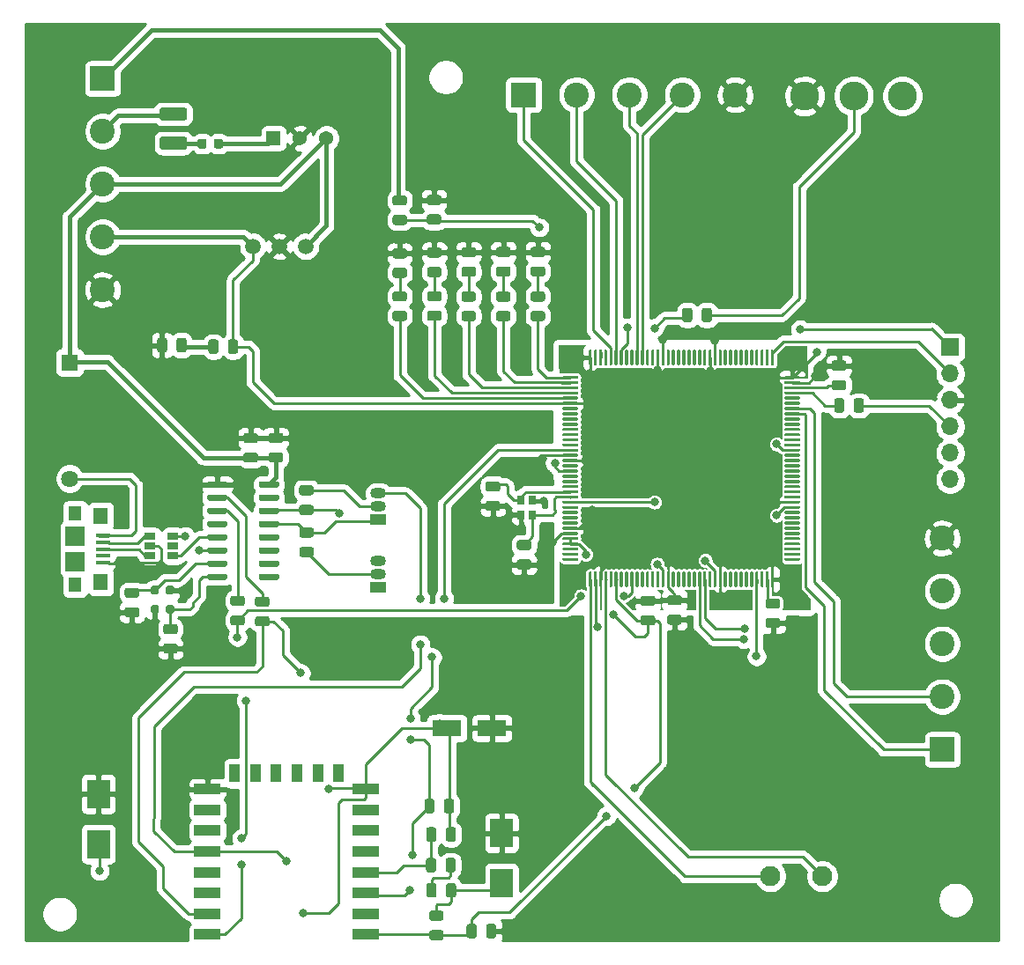
<source format=gbr>
%TF.GenerationSoftware,KiCad,Pcbnew,(5.1.10-1-10_14)*%
%TF.CreationDate,2021-10-15T10:29:32-04:00*%
%TF.ProjectId,main_controller,6d61696e-5f63-46f6-9e74-726f6c6c6572,rev?*%
%TF.SameCoordinates,Original*%
%TF.FileFunction,Copper,L1,Top*%
%TF.FilePolarity,Positive*%
%FSLAX46Y46*%
G04 Gerber Fmt 4.6, Leading zero omitted, Abs format (unit mm)*
G04 Created by KiCad (PCBNEW (5.1.10-1-10_14)) date 2021-10-15 10:29:32*
%MOMM*%
%LPD*%
G01*
G04 APERTURE LIST*
%TA.AperFunction,ComponentPad*%
%ADD10R,1.500000X1.050000*%
%TD*%
%TA.AperFunction,ComponentPad*%
%ADD11O,1.500000X1.050000*%
%TD*%
%TA.AperFunction,ComponentPad*%
%ADD12C,1.950000*%
%TD*%
%TA.AperFunction,ComponentPad*%
%ADD13C,2.400000*%
%TD*%
%TA.AperFunction,ComponentPad*%
%ADD14R,2.400000X2.400000*%
%TD*%
%TA.AperFunction,SMDPad,CuDef*%
%ADD15R,2.800000X1.600000*%
%TD*%
%TA.AperFunction,ComponentPad*%
%ADD16R,1.700000X1.700000*%
%TD*%
%TA.AperFunction,ComponentPad*%
%ADD17O,1.700000X1.700000*%
%TD*%
%TA.AperFunction,SMDPad,CuDef*%
%ADD18R,1.060000X0.650000*%
%TD*%
%TA.AperFunction,ComponentPad*%
%ADD19R,1.625600X1.625600*%
%TD*%
%TA.AperFunction,ComponentPad*%
%ADD20C,1.625600*%
%TD*%
%TA.AperFunction,SMDPad,CuDef*%
%ADD21R,2.500000X1.000000*%
%TD*%
%TA.AperFunction,SMDPad,CuDef*%
%ADD22R,1.000000X1.800000*%
%TD*%
%TA.AperFunction,ComponentPad*%
%ADD23C,1.498600*%
%TD*%
%TA.AperFunction,ComponentPad*%
%ADD24C,2.781000*%
%TD*%
%TA.AperFunction,SMDPad,CuDef*%
%ADD25R,2.200000X2.800000*%
%TD*%
%TA.AperFunction,ComponentPad*%
%ADD26R,1.371600X1.371600*%
%TD*%
%TA.AperFunction,ComponentPad*%
%ADD27C,1.371600*%
%TD*%
%TA.AperFunction,SMDPad,CuDef*%
%ADD28R,0.800000X0.900000*%
%TD*%
%TA.AperFunction,SMDPad,CuDef*%
%ADD29R,1.346200X0.406400*%
%TD*%
%TA.AperFunction,SMDPad,CuDef*%
%ADD30R,1.295400X1.447800*%
%TD*%
%TA.AperFunction,SMDPad,CuDef*%
%ADD31R,1.397000X1.600200*%
%TD*%
%TA.AperFunction,SMDPad,CuDef*%
%ADD32R,1.905000X1.905000*%
%TD*%
%TA.AperFunction,ViaPad*%
%ADD33C,0.800000*%
%TD*%
%TA.AperFunction,Conductor*%
%ADD34C,0.250000*%
%TD*%
%TA.AperFunction,Conductor*%
%ADD35C,0.406400*%
%TD*%
%TA.AperFunction,Conductor*%
%ADD36C,0.254000*%
%TD*%
%TA.AperFunction,Conductor*%
%ADD37C,0.100000*%
%TD*%
%TA.AperFunction,Conductor*%
%ADD38C,0.125000*%
%TD*%
G04 APERTURE END LIST*
%TO.P,R20,2*%
%TO.N,3V3*%
%TA.AperFunction,SMDPad,CuDef*%
G36*
G01*
X162881250Y-83525000D02*
X161968750Y-83525000D01*
G75*
G02*
X161725000Y-83281250I0J243750D01*
G01*
X161725000Y-82793750D01*
G75*
G02*
X161968750Y-82550000I243750J0D01*
G01*
X162881250Y-82550000D01*
G75*
G02*
X163125000Y-82793750I0J-243750D01*
G01*
X163125000Y-83281250D01*
G75*
G02*
X162881250Y-83525000I-243750J0D01*
G01*
G37*
%TD.AperFunction*%
%TO.P,R20,1*%
%TO.N,WIFI_nRST*%
%TA.AperFunction,SMDPad,CuDef*%
G36*
G01*
X162881250Y-85400000D02*
X161968750Y-85400000D01*
G75*
G02*
X161725000Y-85156250I0J243750D01*
G01*
X161725000Y-84668750D01*
G75*
G02*
X161968750Y-84425000I243750J0D01*
G01*
X162881250Y-84425000D01*
G75*
G02*
X163125000Y-84668750I0J-243750D01*
G01*
X163125000Y-85156250D01*
G75*
G02*
X162881250Y-85400000I-243750J0D01*
G01*
G37*
%TD.AperFunction*%
%TD*%
%TO.P,R19,2*%
%TO.N,3V3*%
%TA.AperFunction,SMDPad,CuDef*%
G36*
G01*
X142825000Y-103231250D02*
X142825000Y-102318750D01*
G75*
G02*
X143068750Y-102075000I243750J0D01*
G01*
X143556250Y-102075000D01*
G75*
G02*
X143800000Y-102318750I0J-243750D01*
G01*
X143800000Y-103231250D01*
G75*
G02*
X143556250Y-103475000I-243750J0D01*
G01*
X143068750Y-103475000D01*
G75*
G02*
X142825000Y-103231250I0J243750D01*
G01*
G37*
%TD.AperFunction*%
%TO.P,R19,1*%
%TO.N,WIFI_EN*%
%TA.AperFunction,SMDPad,CuDef*%
G36*
G01*
X140950000Y-103231250D02*
X140950000Y-102318750D01*
G75*
G02*
X141193750Y-102075000I243750J0D01*
G01*
X141681250Y-102075000D01*
G75*
G02*
X141925000Y-102318750I0J-243750D01*
G01*
X141925000Y-103231250D01*
G75*
G02*
X141681250Y-103475000I-243750J0D01*
G01*
X141193750Y-103475000D01*
G75*
G02*
X140950000Y-103231250I0J243750D01*
G01*
G37*
%TD.AperFunction*%
%TD*%
%TO.P,R9,2*%
%TO.N,Net-(R8-Pad2)*%
%TA.AperFunction,SMDPad,CuDef*%
G36*
G01*
X142556250Y-113800000D02*
X141643750Y-113800000D01*
G75*
G02*
X141400000Y-113556250I0J243750D01*
G01*
X141400000Y-113068750D01*
G75*
G02*
X141643750Y-112825000I243750J0D01*
G01*
X142556250Y-112825000D01*
G75*
G02*
X142800000Y-113068750I0J-243750D01*
G01*
X142800000Y-113556250D01*
G75*
G02*
X142556250Y-113800000I-243750J0D01*
G01*
G37*
%TD.AperFunction*%
%TO.P,R9,1*%
%TO.N,WIFI_nRST*%
%TA.AperFunction,SMDPad,CuDef*%
G36*
G01*
X142556250Y-115675000D02*
X141643750Y-115675000D01*
G75*
G02*
X141400000Y-115431250I0J243750D01*
G01*
X141400000Y-114943750D01*
G75*
G02*
X141643750Y-114700000I243750J0D01*
G01*
X142556250Y-114700000D01*
G75*
G02*
X142800000Y-114943750I0J-243750D01*
G01*
X142800000Y-115431250D01*
G75*
G02*
X142556250Y-115675000I-243750J0D01*
G01*
G37*
%TD.AperFunction*%
%TD*%
%TO.P,R8,2*%
%TO.N,Net-(R8-Pad2)*%
%TA.AperFunction,SMDPad,CuDef*%
G36*
G01*
X143012500Y-111331250D02*
X143012500Y-110418750D01*
G75*
G02*
X143256250Y-110175000I243750J0D01*
G01*
X143743750Y-110175000D01*
G75*
G02*
X143987500Y-110418750I0J-243750D01*
G01*
X143987500Y-111331250D01*
G75*
G02*
X143743750Y-111575000I-243750J0D01*
G01*
X143256250Y-111575000D01*
G75*
G02*
X143012500Y-111331250I0J243750D01*
G01*
G37*
%TD.AperFunction*%
%TO.P,R8,1*%
%TO.N,Net-(D4-Pad1)*%
%TA.AperFunction,SMDPad,CuDef*%
G36*
G01*
X141137500Y-111331250D02*
X141137500Y-110418750D01*
G75*
G02*
X141381250Y-110175000I243750J0D01*
G01*
X141868750Y-110175000D01*
G75*
G02*
X142112500Y-110418750I0J-243750D01*
G01*
X142112500Y-111331250D01*
G75*
G02*
X141868750Y-111575000I-243750J0D01*
G01*
X141381250Y-111575000D01*
G75*
G02*
X141137500Y-111331250I0J243750D01*
G01*
G37*
%TD.AperFunction*%
%TD*%
%TO.P,C19,2*%
%TO.N,WIFI_nRST*%
%TA.AperFunction,SMDPad,CuDef*%
G36*
G01*
X145975000Y-114343750D02*
X145975000Y-115256250D01*
G75*
G02*
X145731250Y-115500000I-243750J0D01*
G01*
X145243750Y-115500000D01*
G75*
G02*
X145000000Y-115256250I0J243750D01*
G01*
X145000000Y-114343750D01*
G75*
G02*
X145243750Y-114100000I243750J0D01*
G01*
X145731250Y-114100000D01*
G75*
G02*
X145975000Y-114343750I0J-243750D01*
G01*
G37*
%TD.AperFunction*%
%TO.P,C19,1*%
%TO.N,GND*%
%TA.AperFunction,SMDPad,CuDef*%
G36*
G01*
X147850000Y-114343750D02*
X147850000Y-115256250D01*
G75*
G02*
X147606250Y-115500000I-243750J0D01*
G01*
X147118750Y-115500000D01*
G75*
G02*
X146875000Y-115256250I0J243750D01*
G01*
X146875000Y-114343750D01*
G75*
G02*
X147118750Y-114100000I243750J0D01*
G01*
X147606250Y-114100000D01*
G75*
G02*
X147850000Y-114343750I0J-243750D01*
G01*
G37*
%TD.AperFunction*%
%TD*%
%TO.P,D4,1*%
%TO.N,Net-(D4-Pad1)*%
%TA.AperFunction,SMDPad,CuDef*%
G36*
G01*
X143950000Y-107993750D02*
X143950000Y-108906250D01*
G75*
G02*
X143706250Y-109150000I-243750J0D01*
G01*
X143218750Y-109150000D01*
G75*
G02*
X142975000Y-108906250I0J243750D01*
G01*
X142975000Y-107993750D01*
G75*
G02*
X143218750Y-107750000I243750J0D01*
G01*
X143706250Y-107750000D01*
G75*
G02*
X143950000Y-107993750I0J-243750D01*
G01*
G37*
%TD.AperFunction*%
%TO.P,D4,2*%
%TO.N,/WiFi + MCU/GPIO16*%
%TA.AperFunction,SMDPad,CuDef*%
G36*
G01*
X142075000Y-107993750D02*
X142075000Y-108906250D01*
G75*
G02*
X141831250Y-109150000I-243750J0D01*
G01*
X141343750Y-109150000D01*
G75*
G02*
X141100000Y-108906250I0J243750D01*
G01*
X141100000Y-107993750D01*
G75*
G02*
X141343750Y-107750000I243750J0D01*
G01*
X141831250Y-107750000D01*
G75*
G02*
X142075000Y-107993750I0J-243750D01*
G01*
G37*
%TD.AperFunction*%
%TD*%
%TO.P,U1,144*%
%TO.N,3V3*%
%TA.AperFunction,SMDPad,CuDef*%
G36*
G01*
X156725000Y-60300000D02*
X156725000Y-58975000D01*
G75*
G02*
X156800000Y-58900000I75000J0D01*
G01*
X156950000Y-58900000D01*
G75*
G02*
X157025000Y-58975000I0J-75000D01*
G01*
X157025000Y-60300000D01*
G75*
G02*
X156950000Y-60375000I-75000J0D01*
G01*
X156800000Y-60375000D01*
G75*
G02*
X156725000Y-60300000I0J75000D01*
G01*
G37*
%TD.AperFunction*%
%TO.P,U1,143*%
%TO.N,Net-(U1-Pad143)*%
%TA.AperFunction,SMDPad,CuDef*%
G36*
G01*
X157225000Y-60300000D02*
X157225000Y-58975000D01*
G75*
G02*
X157300000Y-58900000I75000J0D01*
G01*
X157450000Y-58900000D01*
G75*
G02*
X157525000Y-58975000I0J-75000D01*
G01*
X157525000Y-60300000D01*
G75*
G02*
X157450000Y-60375000I-75000J0D01*
G01*
X157300000Y-60375000D01*
G75*
G02*
X157225000Y-60300000I0J75000D01*
G01*
G37*
%TD.AperFunction*%
%TO.P,U1,142*%
%TO.N,Net-(U1-Pad142)*%
%TA.AperFunction,SMDPad,CuDef*%
G36*
G01*
X157725000Y-60300000D02*
X157725000Y-58975000D01*
G75*
G02*
X157800000Y-58900000I75000J0D01*
G01*
X157950000Y-58900000D01*
G75*
G02*
X158025000Y-58975000I0J-75000D01*
G01*
X158025000Y-60300000D01*
G75*
G02*
X157950000Y-60375000I-75000J0D01*
G01*
X157800000Y-60375000D01*
G75*
G02*
X157725000Y-60300000I0J75000D01*
G01*
G37*
%TD.AperFunction*%
%TO.P,U1,141*%
%TO.N,Net-(U1-Pad141)*%
%TA.AperFunction,SMDPad,CuDef*%
G36*
G01*
X158225000Y-60300000D02*
X158225000Y-58975000D01*
G75*
G02*
X158300000Y-58900000I75000J0D01*
G01*
X158450000Y-58900000D01*
G75*
G02*
X158525000Y-58975000I0J-75000D01*
G01*
X158525000Y-60300000D01*
G75*
G02*
X158450000Y-60375000I-75000J0D01*
G01*
X158300000Y-60375000D01*
G75*
G02*
X158225000Y-60300000I0J75000D01*
G01*
G37*
%TD.AperFunction*%
%TO.P,U1,140*%
%TO.N,TIM2_CH2*%
%TA.AperFunction,SMDPad,CuDef*%
G36*
G01*
X158725000Y-60300000D02*
X158725000Y-58975000D01*
G75*
G02*
X158800000Y-58900000I75000J0D01*
G01*
X158950000Y-58900000D01*
G75*
G02*
X159025000Y-58975000I0J-75000D01*
G01*
X159025000Y-60300000D01*
G75*
G02*
X158950000Y-60375000I-75000J0D01*
G01*
X158800000Y-60375000D01*
G75*
G02*
X158725000Y-60300000I0J75000D01*
G01*
G37*
%TD.AperFunction*%
%TO.P,U1,139*%
%TO.N,TIM2_CH1*%
%TA.AperFunction,SMDPad,CuDef*%
G36*
G01*
X159225000Y-60300000D02*
X159225000Y-58975000D01*
G75*
G02*
X159300000Y-58900000I75000J0D01*
G01*
X159450000Y-58900000D01*
G75*
G02*
X159525000Y-58975000I0J-75000D01*
G01*
X159525000Y-60300000D01*
G75*
G02*
X159450000Y-60375000I-75000J0D01*
G01*
X159300000Y-60375000D01*
G75*
G02*
X159225000Y-60300000I0J75000D01*
G01*
G37*
%TD.AperFunction*%
%TO.P,U1,138*%
%TO.N,BOOT0*%
%TA.AperFunction,SMDPad,CuDef*%
G36*
G01*
X159725000Y-60300000D02*
X159725000Y-58975000D01*
G75*
G02*
X159800000Y-58900000I75000J0D01*
G01*
X159950000Y-58900000D01*
G75*
G02*
X160025000Y-58975000I0J-75000D01*
G01*
X160025000Y-60300000D01*
G75*
G02*
X159950000Y-60375000I-75000J0D01*
G01*
X159800000Y-60375000D01*
G75*
G02*
X159725000Y-60300000I0J75000D01*
G01*
G37*
%TD.AperFunction*%
%TO.P,U1,137*%
%TO.N,Net-(U1-Pad137)*%
%TA.AperFunction,SMDPad,CuDef*%
G36*
G01*
X160225000Y-60300000D02*
X160225000Y-58975000D01*
G75*
G02*
X160300000Y-58900000I75000J0D01*
G01*
X160450000Y-58900000D01*
G75*
G02*
X160525000Y-58975000I0J-75000D01*
G01*
X160525000Y-60300000D01*
G75*
G02*
X160450000Y-60375000I-75000J0D01*
G01*
X160300000Y-60375000D01*
G75*
G02*
X160225000Y-60300000I0J75000D01*
G01*
G37*
%TD.AperFunction*%
%TO.P,U1,136*%
%TO.N,Net-(U1-Pad136)*%
%TA.AperFunction,SMDPad,CuDef*%
G36*
G01*
X160725000Y-60300000D02*
X160725000Y-58975000D01*
G75*
G02*
X160800000Y-58900000I75000J0D01*
G01*
X160950000Y-58900000D01*
G75*
G02*
X161025000Y-58975000I0J-75000D01*
G01*
X161025000Y-60300000D01*
G75*
G02*
X160950000Y-60375000I-75000J0D01*
G01*
X160800000Y-60375000D01*
G75*
G02*
X160725000Y-60300000I0J75000D01*
G01*
G37*
%TD.AperFunction*%
%TO.P,U1,135*%
%TO.N,TIM3_CH2*%
%TA.AperFunction,SMDPad,CuDef*%
G36*
G01*
X161225000Y-60300000D02*
X161225000Y-58975000D01*
G75*
G02*
X161300000Y-58900000I75000J0D01*
G01*
X161450000Y-58900000D01*
G75*
G02*
X161525000Y-58975000I0J-75000D01*
G01*
X161525000Y-60300000D01*
G75*
G02*
X161450000Y-60375000I-75000J0D01*
G01*
X161300000Y-60375000D01*
G75*
G02*
X161225000Y-60300000I0J75000D01*
G01*
G37*
%TD.AperFunction*%
%TO.P,U1,134*%
%TO.N,TIM3_CH1*%
%TA.AperFunction,SMDPad,CuDef*%
G36*
G01*
X161725000Y-60300000D02*
X161725000Y-58975000D01*
G75*
G02*
X161800000Y-58900000I75000J0D01*
G01*
X161950000Y-58900000D01*
G75*
G02*
X162025000Y-58975000I0J-75000D01*
G01*
X162025000Y-60300000D01*
G75*
G02*
X161950000Y-60375000I-75000J0D01*
G01*
X161800000Y-60375000D01*
G75*
G02*
X161725000Y-60300000I0J75000D01*
G01*
G37*
%TD.AperFunction*%
%TO.P,U1,133*%
%TO.N,Net-(U1-Pad133)*%
%TA.AperFunction,SMDPad,CuDef*%
G36*
G01*
X162225000Y-60300000D02*
X162225000Y-58975000D01*
G75*
G02*
X162300000Y-58900000I75000J0D01*
G01*
X162450000Y-58900000D01*
G75*
G02*
X162525000Y-58975000I0J-75000D01*
G01*
X162525000Y-60300000D01*
G75*
G02*
X162450000Y-60375000I-75000J0D01*
G01*
X162300000Y-60375000D01*
G75*
G02*
X162225000Y-60300000I0J75000D01*
G01*
G37*
%TD.AperFunction*%
%TO.P,U1,132*%
%TO.N,Net-(U1-Pad132)*%
%TA.AperFunction,SMDPad,CuDef*%
G36*
G01*
X162725000Y-60300000D02*
X162725000Y-58975000D01*
G75*
G02*
X162800000Y-58900000I75000J0D01*
G01*
X162950000Y-58900000D01*
G75*
G02*
X163025000Y-58975000I0J-75000D01*
G01*
X163025000Y-60300000D01*
G75*
G02*
X162950000Y-60375000I-75000J0D01*
G01*
X162800000Y-60375000D01*
G75*
G02*
X162725000Y-60300000I0J75000D01*
G01*
G37*
%TD.AperFunction*%
%TO.P,U1,131*%
%TO.N,3V3*%
%TA.AperFunction,SMDPad,CuDef*%
G36*
G01*
X163225000Y-60300000D02*
X163225000Y-58975000D01*
G75*
G02*
X163300000Y-58900000I75000J0D01*
G01*
X163450000Y-58900000D01*
G75*
G02*
X163525000Y-58975000I0J-75000D01*
G01*
X163525000Y-60300000D01*
G75*
G02*
X163450000Y-60375000I-75000J0D01*
G01*
X163300000Y-60375000D01*
G75*
G02*
X163225000Y-60300000I0J75000D01*
G01*
G37*
%TD.AperFunction*%
%TO.P,U1,130*%
%TO.N,GND*%
%TA.AperFunction,SMDPad,CuDef*%
G36*
G01*
X163725000Y-60300000D02*
X163725000Y-58975000D01*
G75*
G02*
X163800000Y-58900000I75000J0D01*
G01*
X163950000Y-58900000D01*
G75*
G02*
X164025000Y-58975000I0J-75000D01*
G01*
X164025000Y-60300000D01*
G75*
G02*
X163950000Y-60375000I-75000J0D01*
G01*
X163800000Y-60375000D01*
G75*
G02*
X163725000Y-60300000I0J75000D01*
G01*
G37*
%TD.AperFunction*%
%TO.P,U1,129*%
%TO.N,Net-(U1-Pad129)*%
%TA.AperFunction,SMDPad,CuDef*%
G36*
G01*
X164225000Y-60300000D02*
X164225000Y-58975000D01*
G75*
G02*
X164300000Y-58900000I75000J0D01*
G01*
X164450000Y-58900000D01*
G75*
G02*
X164525000Y-58975000I0J-75000D01*
G01*
X164525000Y-60300000D01*
G75*
G02*
X164450000Y-60375000I-75000J0D01*
G01*
X164300000Y-60375000D01*
G75*
G02*
X164225000Y-60300000I0J75000D01*
G01*
G37*
%TD.AperFunction*%
%TO.P,U1,128*%
%TO.N,Net-(U1-Pad128)*%
%TA.AperFunction,SMDPad,CuDef*%
G36*
G01*
X164725000Y-60300000D02*
X164725000Y-58975000D01*
G75*
G02*
X164800000Y-58900000I75000J0D01*
G01*
X164950000Y-58900000D01*
G75*
G02*
X165025000Y-58975000I0J-75000D01*
G01*
X165025000Y-60300000D01*
G75*
G02*
X164950000Y-60375000I-75000J0D01*
G01*
X164800000Y-60375000D01*
G75*
G02*
X164725000Y-60300000I0J75000D01*
G01*
G37*
%TD.AperFunction*%
%TO.P,U1,127*%
%TO.N,Net-(U1-Pad127)*%
%TA.AperFunction,SMDPad,CuDef*%
G36*
G01*
X165225000Y-60300000D02*
X165225000Y-58975000D01*
G75*
G02*
X165300000Y-58900000I75000J0D01*
G01*
X165450000Y-58900000D01*
G75*
G02*
X165525000Y-58975000I0J-75000D01*
G01*
X165525000Y-60300000D01*
G75*
G02*
X165450000Y-60375000I-75000J0D01*
G01*
X165300000Y-60375000D01*
G75*
G02*
X165225000Y-60300000I0J75000D01*
G01*
G37*
%TD.AperFunction*%
%TO.P,U1,126*%
%TO.N,Net-(U1-Pad126)*%
%TA.AperFunction,SMDPad,CuDef*%
G36*
G01*
X165725000Y-60300000D02*
X165725000Y-58975000D01*
G75*
G02*
X165800000Y-58900000I75000J0D01*
G01*
X165950000Y-58900000D01*
G75*
G02*
X166025000Y-58975000I0J-75000D01*
G01*
X166025000Y-60300000D01*
G75*
G02*
X165950000Y-60375000I-75000J0D01*
G01*
X165800000Y-60375000D01*
G75*
G02*
X165725000Y-60300000I0J75000D01*
G01*
G37*
%TD.AperFunction*%
%TO.P,U1,125*%
%TO.N,Net-(U1-Pad125)*%
%TA.AperFunction,SMDPad,CuDef*%
G36*
G01*
X166225000Y-60300000D02*
X166225000Y-58975000D01*
G75*
G02*
X166300000Y-58900000I75000J0D01*
G01*
X166450000Y-58900000D01*
G75*
G02*
X166525000Y-58975000I0J-75000D01*
G01*
X166525000Y-60300000D01*
G75*
G02*
X166450000Y-60375000I-75000J0D01*
G01*
X166300000Y-60375000D01*
G75*
G02*
X166225000Y-60300000I0J75000D01*
G01*
G37*
%TD.AperFunction*%
%TO.P,U1,124*%
%TO.N,Net-(U1-Pad124)*%
%TA.AperFunction,SMDPad,CuDef*%
G36*
G01*
X166725000Y-60300000D02*
X166725000Y-58975000D01*
G75*
G02*
X166800000Y-58900000I75000J0D01*
G01*
X166950000Y-58900000D01*
G75*
G02*
X167025000Y-58975000I0J-75000D01*
G01*
X167025000Y-60300000D01*
G75*
G02*
X166950000Y-60375000I-75000J0D01*
G01*
X166800000Y-60375000D01*
G75*
G02*
X166725000Y-60300000I0J75000D01*
G01*
G37*
%TD.AperFunction*%
%TO.P,U1,123*%
%TO.N,Net-(U1-Pad123)*%
%TA.AperFunction,SMDPad,CuDef*%
G36*
G01*
X167225000Y-60300000D02*
X167225000Y-58975000D01*
G75*
G02*
X167300000Y-58900000I75000J0D01*
G01*
X167450000Y-58900000D01*
G75*
G02*
X167525000Y-58975000I0J-75000D01*
G01*
X167525000Y-60300000D01*
G75*
G02*
X167450000Y-60375000I-75000J0D01*
G01*
X167300000Y-60375000D01*
G75*
G02*
X167225000Y-60300000I0J75000D01*
G01*
G37*
%TD.AperFunction*%
%TO.P,U1,122*%
%TO.N,Net-(U1-Pad122)*%
%TA.AperFunction,SMDPad,CuDef*%
G36*
G01*
X167725000Y-60300000D02*
X167725000Y-58975000D01*
G75*
G02*
X167800000Y-58900000I75000J0D01*
G01*
X167950000Y-58900000D01*
G75*
G02*
X168025000Y-58975000I0J-75000D01*
G01*
X168025000Y-60300000D01*
G75*
G02*
X167950000Y-60375000I-75000J0D01*
G01*
X167800000Y-60375000D01*
G75*
G02*
X167725000Y-60300000I0J75000D01*
G01*
G37*
%TD.AperFunction*%
%TO.P,U1,121*%
%TO.N,3V3*%
%TA.AperFunction,SMDPad,CuDef*%
G36*
G01*
X168225000Y-60300000D02*
X168225000Y-58975000D01*
G75*
G02*
X168300000Y-58900000I75000J0D01*
G01*
X168450000Y-58900000D01*
G75*
G02*
X168525000Y-58975000I0J-75000D01*
G01*
X168525000Y-60300000D01*
G75*
G02*
X168450000Y-60375000I-75000J0D01*
G01*
X168300000Y-60375000D01*
G75*
G02*
X168225000Y-60300000I0J75000D01*
G01*
G37*
%TD.AperFunction*%
%TO.P,U1,120*%
%TO.N,GND*%
%TA.AperFunction,SMDPad,CuDef*%
G36*
G01*
X168725000Y-60300000D02*
X168725000Y-58975000D01*
G75*
G02*
X168800000Y-58900000I75000J0D01*
G01*
X168950000Y-58900000D01*
G75*
G02*
X169025000Y-58975000I0J-75000D01*
G01*
X169025000Y-60300000D01*
G75*
G02*
X168950000Y-60375000I-75000J0D01*
G01*
X168800000Y-60375000D01*
G75*
G02*
X168725000Y-60300000I0J75000D01*
G01*
G37*
%TD.AperFunction*%
%TO.P,U1,119*%
%TO.N,Net-(U1-Pad119)*%
%TA.AperFunction,SMDPad,CuDef*%
G36*
G01*
X169225000Y-60300000D02*
X169225000Y-58975000D01*
G75*
G02*
X169300000Y-58900000I75000J0D01*
G01*
X169450000Y-58900000D01*
G75*
G02*
X169525000Y-58975000I0J-75000D01*
G01*
X169525000Y-60300000D01*
G75*
G02*
X169450000Y-60375000I-75000J0D01*
G01*
X169300000Y-60375000D01*
G75*
G02*
X169225000Y-60300000I0J75000D01*
G01*
G37*
%TD.AperFunction*%
%TO.P,U1,118*%
%TO.N,Net-(U1-Pad118)*%
%TA.AperFunction,SMDPad,CuDef*%
G36*
G01*
X169725000Y-60300000D02*
X169725000Y-58975000D01*
G75*
G02*
X169800000Y-58900000I75000J0D01*
G01*
X169950000Y-58900000D01*
G75*
G02*
X170025000Y-58975000I0J-75000D01*
G01*
X170025000Y-60300000D01*
G75*
G02*
X169950000Y-60375000I-75000J0D01*
G01*
X169800000Y-60375000D01*
G75*
G02*
X169725000Y-60300000I0J75000D01*
G01*
G37*
%TD.AperFunction*%
%TO.P,U1,117*%
%TO.N,Net-(U1-Pad117)*%
%TA.AperFunction,SMDPad,CuDef*%
G36*
G01*
X170225000Y-60300000D02*
X170225000Y-58975000D01*
G75*
G02*
X170300000Y-58900000I75000J0D01*
G01*
X170450000Y-58900000D01*
G75*
G02*
X170525000Y-58975000I0J-75000D01*
G01*
X170525000Y-60300000D01*
G75*
G02*
X170450000Y-60375000I-75000J0D01*
G01*
X170300000Y-60375000D01*
G75*
G02*
X170225000Y-60300000I0J75000D01*
G01*
G37*
%TD.AperFunction*%
%TO.P,U1,116*%
%TO.N,Net-(U1-Pad116)*%
%TA.AperFunction,SMDPad,CuDef*%
G36*
G01*
X170725000Y-60300000D02*
X170725000Y-58975000D01*
G75*
G02*
X170800000Y-58900000I75000J0D01*
G01*
X170950000Y-58900000D01*
G75*
G02*
X171025000Y-58975000I0J-75000D01*
G01*
X171025000Y-60300000D01*
G75*
G02*
X170950000Y-60375000I-75000J0D01*
G01*
X170800000Y-60375000D01*
G75*
G02*
X170725000Y-60300000I0J75000D01*
G01*
G37*
%TD.AperFunction*%
%TO.P,U1,115*%
%TO.N,Net-(U1-Pad115)*%
%TA.AperFunction,SMDPad,CuDef*%
G36*
G01*
X171225000Y-60300000D02*
X171225000Y-58975000D01*
G75*
G02*
X171300000Y-58900000I75000J0D01*
G01*
X171450000Y-58900000D01*
G75*
G02*
X171525000Y-58975000I0J-75000D01*
G01*
X171525000Y-60300000D01*
G75*
G02*
X171450000Y-60375000I-75000J0D01*
G01*
X171300000Y-60375000D01*
G75*
G02*
X171225000Y-60300000I0J75000D01*
G01*
G37*
%TD.AperFunction*%
%TO.P,U1,114*%
%TO.N,Net-(U1-Pad114)*%
%TA.AperFunction,SMDPad,CuDef*%
G36*
G01*
X171725000Y-60300000D02*
X171725000Y-58975000D01*
G75*
G02*
X171800000Y-58900000I75000J0D01*
G01*
X171950000Y-58900000D01*
G75*
G02*
X172025000Y-58975000I0J-75000D01*
G01*
X172025000Y-60300000D01*
G75*
G02*
X171950000Y-60375000I-75000J0D01*
G01*
X171800000Y-60375000D01*
G75*
G02*
X171725000Y-60300000I0J75000D01*
G01*
G37*
%TD.AperFunction*%
%TO.P,U1,113*%
%TO.N,Net-(U1-Pad113)*%
%TA.AperFunction,SMDPad,CuDef*%
G36*
G01*
X172225000Y-60300000D02*
X172225000Y-58975000D01*
G75*
G02*
X172300000Y-58900000I75000J0D01*
G01*
X172450000Y-58900000D01*
G75*
G02*
X172525000Y-58975000I0J-75000D01*
G01*
X172525000Y-60300000D01*
G75*
G02*
X172450000Y-60375000I-75000J0D01*
G01*
X172300000Y-60375000D01*
G75*
G02*
X172225000Y-60300000I0J75000D01*
G01*
G37*
%TD.AperFunction*%
%TO.P,U1,112*%
%TO.N,Net-(U1-Pad112)*%
%TA.AperFunction,SMDPad,CuDef*%
G36*
G01*
X172725000Y-60300000D02*
X172725000Y-58975000D01*
G75*
G02*
X172800000Y-58900000I75000J0D01*
G01*
X172950000Y-58900000D01*
G75*
G02*
X173025000Y-58975000I0J-75000D01*
G01*
X173025000Y-60300000D01*
G75*
G02*
X172950000Y-60375000I-75000J0D01*
G01*
X172800000Y-60375000D01*
G75*
G02*
X172725000Y-60300000I0J75000D01*
G01*
G37*
%TD.AperFunction*%
%TO.P,U1,111*%
%TO.N,Net-(U1-Pad111)*%
%TA.AperFunction,SMDPad,CuDef*%
G36*
G01*
X173225000Y-60300000D02*
X173225000Y-58975000D01*
G75*
G02*
X173300000Y-58900000I75000J0D01*
G01*
X173450000Y-58900000D01*
G75*
G02*
X173525000Y-58975000I0J-75000D01*
G01*
X173525000Y-60300000D01*
G75*
G02*
X173450000Y-60375000I-75000J0D01*
G01*
X173300000Y-60375000D01*
G75*
G02*
X173225000Y-60300000I0J75000D01*
G01*
G37*
%TD.AperFunction*%
%TO.P,U1,110*%
%TO.N,Net-(U1-Pad110)*%
%TA.AperFunction,SMDPad,CuDef*%
G36*
G01*
X173725000Y-60300000D02*
X173725000Y-58975000D01*
G75*
G02*
X173800000Y-58900000I75000J0D01*
G01*
X173950000Y-58900000D01*
G75*
G02*
X174025000Y-58975000I0J-75000D01*
G01*
X174025000Y-60300000D01*
G75*
G02*
X173950000Y-60375000I-75000J0D01*
G01*
X173800000Y-60375000D01*
G75*
G02*
X173725000Y-60300000I0J75000D01*
G01*
G37*
%TD.AperFunction*%
%TO.P,U1,109*%
%TO.N,SWCLK*%
%TA.AperFunction,SMDPad,CuDef*%
G36*
G01*
X174225000Y-60300000D02*
X174225000Y-58975000D01*
G75*
G02*
X174300000Y-58900000I75000J0D01*
G01*
X174450000Y-58900000D01*
G75*
G02*
X174525000Y-58975000I0J-75000D01*
G01*
X174525000Y-60300000D01*
G75*
G02*
X174450000Y-60375000I-75000J0D01*
G01*
X174300000Y-60375000D01*
G75*
G02*
X174225000Y-60300000I0J75000D01*
G01*
G37*
%TD.AperFunction*%
%TO.P,U1,108*%
%TO.N,3V3*%
%TA.AperFunction,SMDPad,CuDef*%
G36*
G01*
X175550000Y-61625000D02*
X175550000Y-61475000D01*
G75*
G02*
X175625000Y-61400000I75000J0D01*
G01*
X176950000Y-61400000D01*
G75*
G02*
X177025000Y-61475000I0J-75000D01*
G01*
X177025000Y-61625000D01*
G75*
G02*
X176950000Y-61700000I-75000J0D01*
G01*
X175625000Y-61700000D01*
G75*
G02*
X175550000Y-61625000I0J75000D01*
G01*
G37*
%TD.AperFunction*%
%TO.P,U1,107*%
%TO.N,GND*%
%TA.AperFunction,SMDPad,CuDef*%
G36*
G01*
X175550000Y-62125000D02*
X175550000Y-61975000D01*
G75*
G02*
X175625000Y-61900000I75000J0D01*
G01*
X176950000Y-61900000D01*
G75*
G02*
X177025000Y-61975000I0J-75000D01*
G01*
X177025000Y-62125000D01*
G75*
G02*
X176950000Y-62200000I-75000J0D01*
G01*
X175625000Y-62200000D01*
G75*
G02*
X175550000Y-62125000I0J75000D01*
G01*
G37*
%TD.AperFunction*%
%TO.P,U1,106*%
%TO.N,Net-(C16-Pad2)*%
%TA.AperFunction,SMDPad,CuDef*%
G36*
G01*
X175550000Y-62625000D02*
X175550000Y-62475000D01*
G75*
G02*
X175625000Y-62400000I75000J0D01*
G01*
X176950000Y-62400000D01*
G75*
G02*
X177025000Y-62475000I0J-75000D01*
G01*
X177025000Y-62625000D01*
G75*
G02*
X176950000Y-62700000I-75000J0D01*
G01*
X175625000Y-62700000D01*
G75*
G02*
X175550000Y-62625000I0J75000D01*
G01*
G37*
%TD.AperFunction*%
%TO.P,U1,105*%
%TO.N,SWDIO*%
%TA.AperFunction,SMDPad,CuDef*%
G36*
G01*
X175550000Y-63125000D02*
X175550000Y-62975000D01*
G75*
G02*
X175625000Y-62900000I75000J0D01*
G01*
X176950000Y-62900000D01*
G75*
G02*
X177025000Y-62975000I0J-75000D01*
G01*
X177025000Y-63125000D01*
G75*
G02*
X176950000Y-63200000I-75000J0D01*
G01*
X175625000Y-63200000D01*
G75*
G02*
X175550000Y-63125000I0J75000D01*
G01*
G37*
%TD.AperFunction*%
%TO.P,U1,104*%
%TO.N,Net-(U1-Pad104)*%
%TA.AperFunction,SMDPad,CuDef*%
G36*
G01*
X175550000Y-63625000D02*
X175550000Y-63475000D01*
G75*
G02*
X175625000Y-63400000I75000J0D01*
G01*
X176950000Y-63400000D01*
G75*
G02*
X177025000Y-63475000I0J-75000D01*
G01*
X177025000Y-63625000D01*
G75*
G02*
X176950000Y-63700000I-75000J0D01*
G01*
X175625000Y-63700000D01*
G75*
G02*
X175550000Y-63625000I0J75000D01*
G01*
G37*
%TD.AperFunction*%
%TO.P,U1,103*%
%TO.N,Net-(U1-Pad103)*%
%TA.AperFunction,SMDPad,CuDef*%
G36*
G01*
X175550000Y-64125000D02*
X175550000Y-63975000D01*
G75*
G02*
X175625000Y-63900000I75000J0D01*
G01*
X176950000Y-63900000D01*
G75*
G02*
X177025000Y-63975000I0J-75000D01*
G01*
X177025000Y-64125000D01*
G75*
G02*
X176950000Y-64200000I-75000J0D01*
G01*
X175625000Y-64200000D01*
G75*
G02*
X175550000Y-64125000I0J75000D01*
G01*
G37*
%TD.AperFunction*%
%TO.P,U1,102*%
%TO.N,USART3_RX*%
%TA.AperFunction,SMDPad,CuDef*%
G36*
G01*
X175550000Y-64625000D02*
X175550000Y-64475000D01*
G75*
G02*
X175625000Y-64400000I75000J0D01*
G01*
X176950000Y-64400000D01*
G75*
G02*
X177025000Y-64475000I0J-75000D01*
G01*
X177025000Y-64625000D01*
G75*
G02*
X176950000Y-64700000I-75000J0D01*
G01*
X175625000Y-64700000D01*
G75*
G02*
X175550000Y-64625000I0J75000D01*
G01*
G37*
%TD.AperFunction*%
%TO.P,U1,101*%
%TO.N,USART3_TX*%
%TA.AperFunction,SMDPad,CuDef*%
G36*
G01*
X175550000Y-65125000D02*
X175550000Y-64975000D01*
G75*
G02*
X175625000Y-64900000I75000J0D01*
G01*
X176950000Y-64900000D01*
G75*
G02*
X177025000Y-64975000I0J-75000D01*
G01*
X177025000Y-65125000D01*
G75*
G02*
X176950000Y-65200000I-75000J0D01*
G01*
X175625000Y-65200000D01*
G75*
G02*
X175550000Y-65125000I0J75000D01*
G01*
G37*
%TD.AperFunction*%
%TO.P,U1,100*%
%TO.N,Net-(U1-Pad100)*%
%TA.AperFunction,SMDPad,CuDef*%
G36*
G01*
X175550000Y-65625000D02*
X175550000Y-65475000D01*
G75*
G02*
X175625000Y-65400000I75000J0D01*
G01*
X176950000Y-65400000D01*
G75*
G02*
X177025000Y-65475000I0J-75000D01*
G01*
X177025000Y-65625000D01*
G75*
G02*
X176950000Y-65700000I-75000J0D01*
G01*
X175625000Y-65700000D01*
G75*
G02*
X175550000Y-65625000I0J75000D01*
G01*
G37*
%TD.AperFunction*%
%TO.P,U1,99*%
%TO.N,TIM3_CH4*%
%TA.AperFunction,SMDPad,CuDef*%
G36*
G01*
X175550000Y-66125000D02*
X175550000Y-65975000D01*
G75*
G02*
X175625000Y-65900000I75000J0D01*
G01*
X176950000Y-65900000D01*
G75*
G02*
X177025000Y-65975000I0J-75000D01*
G01*
X177025000Y-66125000D01*
G75*
G02*
X176950000Y-66200000I-75000J0D01*
G01*
X175625000Y-66200000D01*
G75*
G02*
X175550000Y-66125000I0J75000D01*
G01*
G37*
%TD.AperFunction*%
%TO.P,U1,98*%
%TO.N,TIM3_CH3*%
%TA.AperFunction,SMDPad,CuDef*%
G36*
G01*
X175550000Y-66625000D02*
X175550000Y-66475000D01*
G75*
G02*
X175625000Y-66400000I75000J0D01*
G01*
X176950000Y-66400000D01*
G75*
G02*
X177025000Y-66475000I0J-75000D01*
G01*
X177025000Y-66625000D01*
G75*
G02*
X176950000Y-66700000I-75000J0D01*
G01*
X175625000Y-66700000D01*
G75*
G02*
X175550000Y-66625000I0J75000D01*
G01*
G37*
%TD.AperFunction*%
%TO.P,U1,97*%
%TO.N,Net-(U1-Pad97)*%
%TA.AperFunction,SMDPad,CuDef*%
G36*
G01*
X175550000Y-67125000D02*
X175550000Y-66975000D01*
G75*
G02*
X175625000Y-66900000I75000J0D01*
G01*
X176950000Y-66900000D01*
G75*
G02*
X177025000Y-66975000I0J-75000D01*
G01*
X177025000Y-67125000D01*
G75*
G02*
X176950000Y-67200000I-75000J0D01*
G01*
X175625000Y-67200000D01*
G75*
G02*
X175550000Y-67125000I0J75000D01*
G01*
G37*
%TD.AperFunction*%
%TO.P,U1,96*%
%TO.N,Net-(U1-Pad96)*%
%TA.AperFunction,SMDPad,CuDef*%
G36*
G01*
X175550000Y-67625000D02*
X175550000Y-67475000D01*
G75*
G02*
X175625000Y-67400000I75000J0D01*
G01*
X176950000Y-67400000D01*
G75*
G02*
X177025000Y-67475000I0J-75000D01*
G01*
X177025000Y-67625000D01*
G75*
G02*
X176950000Y-67700000I-75000J0D01*
G01*
X175625000Y-67700000D01*
G75*
G02*
X175550000Y-67625000I0J75000D01*
G01*
G37*
%TD.AperFunction*%
%TO.P,U1,95*%
%TO.N,Net-(U1-Pad95)*%
%TA.AperFunction,SMDPad,CuDef*%
G36*
G01*
X175550000Y-68125000D02*
X175550000Y-67975000D01*
G75*
G02*
X175625000Y-67900000I75000J0D01*
G01*
X176950000Y-67900000D01*
G75*
G02*
X177025000Y-67975000I0J-75000D01*
G01*
X177025000Y-68125000D01*
G75*
G02*
X176950000Y-68200000I-75000J0D01*
G01*
X175625000Y-68200000D01*
G75*
G02*
X175550000Y-68125000I0J75000D01*
G01*
G37*
%TD.AperFunction*%
%TO.P,U1,94*%
%TO.N,GND*%
%TA.AperFunction,SMDPad,CuDef*%
G36*
G01*
X175550000Y-68625000D02*
X175550000Y-68475000D01*
G75*
G02*
X175625000Y-68400000I75000J0D01*
G01*
X176950000Y-68400000D01*
G75*
G02*
X177025000Y-68475000I0J-75000D01*
G01*
X177025000Y-68625000D01*
G75*
G02*
X176950000Y-68700000I-75000J0D01*
G01*
X175625000Y-68700000D01*
G75*
G02*
X175550000Y-68625000I0J75000D01*
G01*
G37*
%TD.AperFunction*%
%TO.P,U1,93*%
%TO.N,Net-(U1-Pad93)*%
%TA.AperFunction,SMDPad,CuDef*%
G36*
G01*
X175550000Y-69125000D02*
X175550000Y-68975000D01*
G75*
G02*
X175625000Y-68900000I75000J0D01*
G01*
X176950000Y-68900000D01*
G75*
G02*
X177025000Y-68975000I0J-75000D01*
G01*
X177025000Y-69125000D01*
G75*
G02*
X176950000Y-69200000I-75000J0D01*
G01*
X175625000Y-69200000D01*
G75*
G02*
X175550000Y-69125000I0J75000D01*
G01*
G37*
%TD.AperFunction*%
%TO.P,U1,92*%
%TO.N,Net-(U1-Pad92)*%
%TA.AperFunction,SMDPad,CuDef*%
G36*
G01*
X175550000Y-69625000D02*
X175550000Y-69475000D01*
G75*
G02*
X175625000Y-69400000I75000J0D01*
G01*
X176950000Y-69400000D01*
G75*
G02*
X177025000Y-69475000I0J-75000D01*
G01*
X177025000Y-69625000D01*
G75*
G02*
X176950000Y-69700000I-75000J0D01*
G01*
X175625000Y-69700000D01*
G75*
G02*
X175550000Y-69625000I0J75000D01*
G01*
G37*
%TD.AperFunction*%
%TO.P,U1,91*%
%TO.N,Net-(U1-Pad91)*%
%TA.AperFunction,SMDPad,CuDef*%
G36*
G01*
X175550000Y-70125000D02*
X175550000Y-69975000D01*
G75*
G02*
X175625000Y-69900000I75000J0D01*
G01*
X176950000Y-69900000D01*
G75*
G02*
X177025000Y-69975000I0J-75000D01*
G01*
X177025000Y-70125000D01*
G75*
G02*
X176950000Y-70200000I-75000J0D01*
G01*
X175625000Y-70200000D01*
G75*
G02*
X175550000Y-70125000I0J75000D01*
G01*
G37*
%TD.AperFunction*%
%TO.P,U1,90*%
%TO.N,Net-(U1-Pad90)*%
%TA.AperFunction,SMDPad,CuDef*%
G36*
G01*
X175550000Y-70625000D02*
X175550000Y-70475000D01*
G75*
G02*
X175625000Y-70400000I75000J0D01*
G01*
X176950000Y-70400000D01*
G75*
G02*
X177025000Y-70475000I0J-75000D01*
G01*
X177025000Y-70625000D01*
G75*
G02*
X176950000Y-70700000I-75000J0D01*
G01*
X175625000Y-70700000D01*
G75*
G02*
X175550000Y-70625000I0J75000D01*
G01*
G37*
%TD.AperFunction*%
%TO.P,U1,89*%
%TO.N,Net-(U1-Pad89)*%
%TA.AperFunction,SMDPad,CuDef*%
G36*
G01*
X175550000Y-71125000D02*
X175550000Y-70975000D01*
G75*
G02*
X175625000Y-70900000I75000J0D01*
G01*
X176950000Y-70900000D01*
G75*
G02*
X177025000Y-70975000I0J-75000D01*
G01*
X177025000Y-71125000D01*
G75*
G02*
X176950000Y-71200000I-75000J0D01*
G01*
X175625000Y-71200000D01*
G75*
G02*
X175550000Y-71125000I0J75000D01*
G01*
G37*
%TD.AperFunction*%
%TO.P,U1,88*%
%TO.N,Net-(U1-Pad88)*%
%TA.AperFunction,SMDPad,CuDef*%
G36*
G01*
X175550000Y-71625000D02*
X175550000Y-71475000D01*
G75*
G02*
X175625000Y-71400000I75000J0D01*
G01*
X176950000Y-71400000D01*
G75*
G02*
X177025000Y-71475000I0J-75000D01*
G01*
X177025000Y-71625000D01*
G75*
G02*
X176950000Y-71700000I-75000J0D01*
G01*
X175625000Y-71700000D01*
G75*
G02*
X175550000Y-71625000I0J75000D01*
G01*
G37*
%TD.AperFunction*%
%TO.P,U1,87*%
%TO.N,Net-(U1-Pad87)*%
%TA.AperFunction,SMDPad,CuDef*%
G36*
G01*
X175550000Y-72125000D02*
X175550000Y-71975000D01*
G75*
G02*
X175625000Y-71900000I75000J0D01*
G01*
X176950000Y-71900000D01*
G75*
G02*
X177025000Y-71975000I0J-75000D01*
G01*
X177025000Y-72125000D01*
G75*
G02*
X176950000Y-72200000I-75000J0D01*
G01*
X175625000Y-72200000D01*
G75*
G02*
X175550000Y-72125000I0J75000D01*
G01*
G37*
%TD.AperFunction*%
%TO.P,U1,86*%
%TO.N,TIM4_CH4*%
%TA.AperFunction,SMDPad,CuDef*%
G36*
G01*
X175550000Y-72625000D02*
X175550000Y-72475000D01*
G75*
G02*
X175625000Y-72400000I75000J0D01*
G01*
X176950000Y-72400000D01*
G75*
G02*
X177025000Y-72475000I0J-75000D01*
G01*
X177025000Y-72625000D01*
G75*
G02*
X176950000Y-72700000I-75000J0D01*
G01*
X175625000Y-72700000D01*
G75*
G02*
X175550000Y-72625000I0J75000D01*
G01*
G37*
%TD.AperFunction*%
%TO.P,U1,85*%
%TO.N,TIM4_CH3*%
%TA.AperFunction,SMDPad,CuDef*%
G36*
G01*
X175550000Y-73125000D02*
X175550000Y-72975000D01*
G75*
G02*
X175625000Y-72900000I75000J0D01*
G01*
X176950000Y-72900000D01*
G75*
G02*
X177025000Y-72975000I0J-75000D01*
G01*
X177025000Y-73125000D01*
G75*
G02*
X176950000Y-73200000I-75000J0D01*
G01*
X175625000Y-73200000D01*
G75*
G02*
X175550000Y-73125000I0J75000D01*
G01*
G37*
%TD.AperFunction*%
%TO.P,U1,84*%
%TO.N,3V3*%
%TA.AperFunction,SMDPad,CuDef*%
G36*
G01*
X175550000Y-73625000D02*
X175550000Y-73475000D01*
G75*
G02*
X175625000Y-73400000I75000J0D01*
G01*
X176950000Y-73400000D01*
G75*
G02*
X177025000Y-73475000I0J-75000D01*
G01*
X177025000Y-73625000D01*
G75*
G02*
X176950000Y-73700000I-75000J0D01*
G01*
X175625000Y-73700000D01*
G75*
G02*
X175550000Y-73625000I0J75000D01*
G01*
G37*
%TD.AperFunction*%
%TO.P,U1,83*%
%TO.N,GND*%
%TA.AperFunction,SMDPad,CuDef*%
G36*
G01*
X175550000Y-74125000D02*
X175550000Y-73975000D01*
G75*
G02*
X175625000Y-73900000I75000J0D01*
G01*
X176950000Y-73900000D01*
G75*
G02*
X177025000Y-73975000I0J-75000D01*
G01*
X177025000Y-74125000D01*
G75*
G02*
X176950000Y-74200000I-75000J0D01*
G01*
X175625000Y-74200000D01*
G75*
G02*
X175550000Y-74125000I0J75000D01*
G01*
G37*
%TD.AperFunction*%
%TO.P,U1,82*%
%TO.N,Net-(U1-Pad82)*%
%TA.AperFunction,SMDPad,CuDef*%
G36*
G01*
X175550000Y-74625000D02*
X175550000Y-74475000D01*
G75*
G02*
X175625000Y-74400000I75000J0D01*
G01*
X176950000Y-74400000D01*
G75*
G02*
X177025000Y-74475000I0J-75000D01*
G01*
X177025000Y-74625000D01*
G75*
G02*
X176950000Y-74700000I-75000J0D01*
G01*
X175625000Y-74700000D01*
G75*
G02*
X175550000Y-74625000I0J75000D01*
G01*
G37*
%TD.AperFunction*%
%TO.P,U1,81*%
%TO.N,Net-(U1-Pad81)*%
%TA.AperFunction,SMDPad,CuDef*%
G36*
G01*
X175550000Y-75125000D02*
X175550000Y-74975000D01*
G75*
G02*
X175625000Y-74900000I75000J0D01*
G01*
X176950000Y-74900000D01*
G75*
G02*
X177025000Y-74975000I0J-75000D01*
G01*
X177025000Y-75125000D01*
G75*
G02*
X176950000Y-75200000I-75000J0D01*
G01*
X175625000Y-75200000D01*
G75*
G02*
X175550000Y-75125000I0J75000D01*
G01*
G37*
%TD.AperFunction*%
%TO.P,U1,80*%
%TO.N,Net-(U1-Pad80)*%
%TA.AperFunction,SMDPad,CuDef*%
G36*
G01*
X175550000Y-75625000D02*
X175550000Y-75475000D01*
G75*
G02*
X175625000Y-75400000I75000J0D01*
G01*
X176950000Y-75400000D01*
G75*
G02*
X177025000Y-75475000I0J-75000D01*
G01*
X177025000Y-75625000D01*
G75*
G02*
X176950000Y-75700000I-75000J0D01*
G01*
X175625000Y-75700000D01*
G75*
G02*
X175550000Y-75625000I0J75000D01*
G01*
G37*
%TD.AperFunction*%
%TO.P,U1,79*%
%TO.N,Net-(U1-Pad79)*%
%TA.AperFunction,SMDPad,CuDef*%
G36*
G01*
X175550000Y-76125000D02*
X175550000Y-75975000D01*
G75*
G02*
X175625000Y-75900000I75000J0D01*
G01*
X176950000Y-75900000D01*
G75*
G02*
X177025000Y-75975000I0J-75000D01*
G01*
X177025000Y-76125000D01*
G75*
G02*
X176950000Y-76200000I-75000J0D01*
G01*
X175625000Y-76200000D01*
G75*
G02*
X175550000Y-76125000I0J75000D01*
G01*
G37*
%TD.AperFunction*%
%TO.P,U1,78*%
%TO.N,Net-(U1-Pad78)*%
%TA.AperFunction,SMDPad,CuDef*%
G36*
G01*
X175550000Y-76625000D02*
X175550000Y-76475000D01*
G75*
G02*
X175625000Y-76400000I75000J0D01*
G01*
X176950000Y-76400000D01*
G75*
G02*
X177025000Y-76475000I0J-75000D01*
G01*
X177025000Y-76625000D01*
G75*
G02*
X176950000Y-76700000I-75000J0D01*
G01*
X175625000Y-76700000D01*
G75*
G02*
X175550000Y-76625000I0J75000D01*
G01*
G37*
%TD.AperFunction*%
%TO.P,U1,77*%
%TO.N,Net-(U1-Pad77)*%
%TA.AperFunction,SMDPad,CuDef*%
G36*
G01*
X175550000Y-77125000D02*
X175550000Y-76975000D01*
G75*
G02*
X175625000Y-76900000I75000J0D01*
G01*
X176950000Y-76900000D01*
G75*
G02*
X177025000Y-76975000I0J-75000D01*
G01*
X177025000Y-77125000D01*
G75*
G02*
X176950000Y-77200000I-75000J0D01*
G01*
X175625000Y-77200000D01*
G75*
G02*
X175550000Y-77125000I0J75000D01*
G01*
G37*
%TD.AperFunction*%
%TO.P,U1,76*%
%TO.N,Net-(U1-Pad76)*%
%TA.AperFunction,SMDPad,CuDef*%
G36*
G01*
X175550000Y-77625000D02*
X175550000Y-77475000D01*
G75*
G02*
X175625000Y-77400000I75000J0D01*
G01*
X176950000Y-77400000D01*
G75*
G02*
X177025000Y-77475000I0J-75000D01*
G01*
X177025000Y-77625000D01*
G75*
G02*
X176950000Y-77700000I-75000J0D01*
G01*
X175625000Y-77700000D01*
G75*
G02*
X175550000Y-77625000I0J75000D01*
G01*
G37*
%TD.AperFunction*%
%TO.P,U1,75*%
%TO.N,Net-(U1-Pad75)*%
%TA.AperFunction,SMDPad,CuDef*%
G36*
G01*
X175550000Y-78125000D02*
X175550000Y-77975000D01*
G75*
G02*
X175625000Y-77900000I75000J0D01*
G01*
X176950000Y-77900000D01*
G75*
G02*
X177025000Y-77975000I0J-75000D01*
G01*
X177025000Y-78125000D01*
G75*
G02*
X176950000Y-78200000I-75000J0D01*
G01*
X175625000Y-78200000D01*
G75*
G02*
X175550000Y-78125000I0J75000D01*
G01*
G37*
%TD.AperFunction*%
%TO.P,U1,74*%
%TO.N,Net-(U1-Pad74)*%
%TA.AperFunction,SMDPad,CuDef*%
G36*
G01*
X175550000Y-78625000D02*
X175550000Y-78475000D01*
G75*
G02*
X175625000Y-78400000I75000J0D01*
G01*
X176950000Y-78400000D01*
G75*
G02*
X177025000Y-78475000I0J-75000D01*
G01*
X177025000Y-78625000D01*
G75*
G02*
X176950000Y-78700000I-75000J0D01*
G01*
X175625000Y-78700000D01*
G75*
G02*
X175550000Y-78625000I0J75000D01*
G01*
G37*
%TD.AperFunction*%
%TO.P,U1,73*%
%TO.N,Net-(U1-Pad73)*%
%TA.AperFunction,SMDPad,CuDef*%
G36*
G01*
X175550000Y-79125000D02*
X175550000Y-78975000D01*
G75*
G02*
X175625000Y-78900000I75000J0D01*
G01*
X176950000Y-78900000D01*
G75*
G02*
X177025000Y-78975000I0J-75000D01*
G01*
X177025000Y-79125000D01*
G75*
G02*
X176950000Y-79200000I-75000J0D01*
G01*
X175625000Y-79200000D01*
G75*
G02*
X175550000Y-79125000I0J75000D01*
G01*
G37*
%TD.AperFunction*%
%TO.P,U1,72*%
%TO.N,3V3*%
%TA.AperFunction,SMDPad,CuDef*%
G36*
G01*
X174225000Y-81625000D02*
X174225000Y-80300000D01*
G75*
G02*
X174300000Y-80225000I75000J0D01*
G01*
X174450000Y-80225000D01*
G75*
G02*
X174525000Y-80300000I0J-75000D01*
G01*
X174525000Y-81625000D01*
G75*
G02*
X174450000Y-81700000I-75000J0D01*
G01*
X174300000Y-81700000D01*
G75*
G02*
X174225000Y-81625000I0J75000D01*
G01*
G37*
%TD.AperFunction*%
%TO.P,U1,71*%
%TO.N,Net-(C17-Pad2)*%
%TA.AperFunction,SMDPad,CuDef*%
G36*
G01*
X173725000Y-81625000D02*
X173725000Y-80300000D01*
G75*
G02*
X173800000Y-80225000I75000J0D01*
G01*
X173950000Y-80225000D01*
G75*
G02*
X174025000Y-80300000I0J-75000D01*
G01*
X174025000Y-81625000D01*
G75*
G02*
X173950000Y-81700000I-75000J0D01*
G01*
X173800000Y-81700000D01*
G75*
G02*
X173725000Y-81625000I0J75000D01*
G01*
G37*
%TD.AperFunction*%
%TO.P,U1,70*%
%TO.N,Net-(U1-Pad70)*%
%TA.AperFunction,SMDPad,CuDef*%
G36*
G01*
X173225000Y-81625000D02*
X173225000Y-80300000D01*
G75*
G02*
X173300000Y-80225000I75000J0D01*
G01*
X173450000Y-80225000D01*
G75*
G02*
X173525000Y-80300000I0J-75000D01*
G01*
X173525000Y-81625000D01*
G75*
G02*
X173450000Y-81700000I-75000J0D01*
G01*
X173300000Y-81700000D01*
G75*
G02*
X173225000Y-81625000I0J75000D01*
G01*
G37*
%TD.AperFunction*%
%TO.P,U1,69*%
%TO.N,USART1_TX*%
%TA.AperFunction,SMDPad,CuDef*%
G36*
G01*
X172725000Y-81625000D02*
X172725000Y-80300000D01*
G75*
G02*
X172800000Y-80225000I75000J0D01*
G01*
X172950000Y-80225000D01*
G75*
G02*
X173025000Y-80300000I0J-75000D01*
G01*
X173025000Y-81625000D01*
G75*
G02*
X172950000Y-81700000I-75000J0D01*
G01*
X172800000Y-81700000D01*
G75*
G02*
X172725000Y-81625000I0J75000D01*
G01*
G37*
%TD.AperFunction*%
%TO.P,U1,68*%
%TO.N,Net-(U1-Pad68)*%
%TA.AperFunction,SMDPad,CuDef*%
G36*
G01*
X172225000Y-81625000D02*
X172225000Y-80300000D01*
G75*
G02*
X172300000Y-80225000I75000J0D01*
G01*
X172450000Y-80225000D01*
G75*
G02*
X172525000Y-80300000I0J-75000D01*
G01*
X172525000Y-81625000D01*
G75*
G02*
X172450000Y-81700000I-75000J0D01*
G01*
X172300000Y-81700000D01*
G75*
G02*
X172225000Y-81625000I0J75000D01*
G01*
G37*
%TD.AperFunction*%
%TO.P,U1,67*%
%TO.N,Net-(U1-Pad67)*%
%TA.AperFunction,SMDPad,CuDef*%
G36*
G01*
X171725000Y-81625000D02*
X171725000Y-80300000D01*
G75*
G02*
X171800000Y-80225000I75000J0D01*
G01*
X171950000Y-80225000D01*
G75*
G02*
X172025000Y-80300000I0J-75000D01*
G01*
X172025000Y-81625000D01*
G75*
G02*
X171950000Y-81700000I-75000J0D01*
G01*
X171800000Y-81700000D01*
G75*
G02*
X171725000Y-81625000I0J75000D01*
G01*
G37*
%TD.AperFunction*%
%TO.P,U1,66*%
%TO.N,Net-(U1-Pad66)*%
%TA.AperFunction,SMDPad,CuDef*%
G36*
G01*
X171225000Y-81625000D02*
X171225000Y-80300000D01*
G75*
G02*
X171300000Y-80225000I75000J0D01*
G01*
X171450000Y-80225000D01*
G75*
G02*
X171525000Y-80300000I0J-75000D01*
G01*
X171525000Y-81625000D01*
G75*
G02*
X171450000Y-81700000I-75000J0D01*
G01*
X171300000Y-81700000D01*
G75*
G02*
X171225000Y-81625000I0J75000D01*
G01*
G37*
%TD.AperFunction*%
%TO.P,U1,65*%
%TO.N,Net-(U1-Pad65)*%
%TA.AperFunction,SMDPad,CuDef*%
G36*
G01*
X170725000Y-81625000D02*
X170725000Y-80300000D01*
G75*
G02*
X170800000Y-80225000I75000J0D01*
G01*
X170950000Y-80225000D01*
G75*
G02*
X171025000Y-80300000I0J-75000D01*
G01*
X171025000Y-81625000D01*
G75*
G02*
X170950000Y-81700000I-75000J0D01*
G01*
X170800000Y-81700000D01*
G75*
G02*
X170725000Y-81625000I0J75000D01*
G01*
G37*
%TD.AperFunction*%
%TO.P,U1,64*%
%TO.N,Net-(U1-Pad64)*%
%TA.AperFunction,SMDPad,CuDef*%
G36*
G01*
X170225000Y-81625000D02*
X170225000Y-80300000D01*
G75*
G02*
X170300000Y-80225000I75000J0D01*
G01*
X170450000Y-80225000D01*
G75*
G02*
X170525000Y-80300000I0J-75000D01*
G01*
X170525000Y-81625000D01*
G75*
G02*
X170450000Y-81700000I-75000J0D01*
G01*
X170300000Y-81700000D01*
G75*
G02*
X170225000Y-81625000I0J75000D01*
G01*
G37*
%TD.AperFunction*%
%TO.P,U1,63*%
%TO.N,Net-(U1-Pad63)*%
%TA.AperFunction,SMDPad,CuDef*%
G36*
G01*
X169725000Y-81625000D02*
X169725000Y-80300000D01*
G75*
G02*
X169800000Y-80225000I75000J0D01*
G01*
X169950000Y-80225000D01*
G75*
G02*
X170025000Y-80300000I0J-75000D01*
G01*
X170025000Y-81625000D01*
G75*
G02*
X169950000Y-81700000I-75000J0D01*
G01*
X169800000Y-81700000D01*
G75*
G02*
X169725000Y-81625000I0J75000D01*
G01*
G37*
%TD.AperFunction*%
%TO.P,U1,62*%
%TO.N,3V3*%
%TA.AperFunction,SMDPad,CuDef*%
G36*
G01*
X169225000Y-81625000D02*
X169225000Y-80300000D01*
G75*
G02*
X169300000Y-80225000I75000J0D01*
G01*
X169450000Y-80225000D01*
G75*
G02*
X169525000Y-80300000I0J-75000D01*
G01*
X169525000Y-81625000D01*
G75*
G02*
X169450000Y-81700000I-75000J0D01*
G01*
X169300000Y-81700000D01*
G75*
G02*
X169225000Y-81625000I0J75000D01*
G01*
G37*
%TD.AperFunction*%
%TO.P,U1,61*%
%TO.N,GND*%
%TA.AperFunction,SMDPad,CuDef*%
G36*
G01*
X168725000Y-81625000D02*
X168725000Y-80300000D01*
G75*
G02*
X168800000Y-80225000I75000J0D01*
G01*
X168950000Y-80225000D01*
G75*
G02*
X169025000Y-80300000I0J-75000D01*
G01*
X169025000Y-81625000D01*
G75*
G02*
X168950000Y-81700000I-75000J0D01*
G01*
X168800000Y-81700000D01*
G75*
G02*
X168725000Y-81625000I0J75000D01*
G01*
G37*
%TD.AperFunction*%
%TO.P,U1,60*%
%TO.N,Net-(U1-Pad60)*%
%TA.AperFunction,SMDPad,CuDef*%
G36*
G01*
X168225000Y-81625000D02*
X168225000Y-80300000D01*
G75*
G02*
X168300000Y-80225000I75000J0D01*
G01*
X168450000Y-80225000D01*
G75*
G02*
X168525000Y-80300000I0J-75000D01*
G01*
X168525000Y-81625000D01*
G75*
G02*
X168450000Y-81700000I-75000J0D01*
G01*
X168300000Y-81700000D01*
G75*
G02*
X168225000Y-81625000I0J75000D01*
G01*
G37*
%TD.AperFunction*%
%TO.P,U1,59*%
%TO.N,UART5_TX*%
%TA.AperFunction,SMDPad,CuDef*%
G36*
G01*
X167725000Y-81625000D02*
X167725000Y-80300000D01*
G75*
G02*
X167800000Y-80225000I75000J0D01*
G01*
X167950000Y-80225000D01*
G75*
G02*
X168025000Y-80300000I0J-75000D01*
G01*
X168025000Y-81625000D01*
G75*
G02*
X167950000Y-81700000I-75000J0D01*
G01*
X167800000Y-81700000D01*
G75*
G02*
X167725000Y-81625000I0J75000D01*
G01*
G37*
%TD.AperFunction*%
%TO.P,U1,58*%
%TO.N,UART5_RX*%
%TA.AperFunction,SMDPad,CuDef*%
G36*
G01*
X167225000Y-81625000D02*
X167225000Y-80300000D01*
G75*
G02*
X167300000Y-80225000I75000J0D01*
G01*
X167450000Y-80225000D01*
G75*
G02*
X167525000Y-80300000I0J-75000D01*
G01*
X167525000Y-81625000D01*
G75*
G02*
X167450000Y-81700000I-75000J0D01*
G01*
X167300000Y-81700000D01*
G75*
G02*
X167225000Y-81625000I0J75000D01*
G01*
G37*
%TD.AperFunction*%
%TO.P,U1,57*%
%TO.N,Net-(U1-Pad57)*%
%TA.AperFunction,SMDPad,CuDef*%
G36*
G01*
X166725000Y-81625000D02*
X166725000Y-80300000D01*
G75*
G02*
X166800000Y-80225000I75000J0D01*
G01*
X166950000Y-80225000D01*
G75*
G02*
X167025000Y-80300000I0J-75000D01*
G01*
X167025000Y-81625000D01*
G75*
G02*
X166950000Y-81700000I-75000J0D01*
G01*
X166800000Y-81700000D01*
G75*
G02*
X166725000Y-81625000I0J75000D01*
G01*
G37*
%TD.AperFunction*%
%TO.P,U1,56*%
%TO.N,Net-(U1-Pad56)*%
%TA.AperFunction,SMDPad,CuDef*%
G36*
G01*
X166225000Y-81625000D02*
X166225000Y-80300000D01*
G75*
G02*
X166300000Y-80225000I75000J0D01*
G01*
X166450000Y-80225000D01*
G75*
G02*
X166525000Y-80300000I0J-75000D01*
G01*
X166525000Y-81625000D01*
G75*
G02*
X166450000Y-81700000I-75000J0D01*
G01*
X166300000Y-81700000D01*
G75*
G02*
X166225000Y-81625000I0J75000D01*
G01*
G37*
%TD.AperFunction*%
%TO.P,U1,55*%
%TO.N,Net-(U1-Pad55)*%
%TA.AperFunction,SMDPad,CuDef*%
G36*
G01*
X165725000Y-81625000D02*
X165725000Y-80300000D01*
G75*
G02*
X165800000Y-80225000I75000J0D01*
G01*
X165950000Y-80225000D01*
G75*
G02*
X166025000Y-80300000I0J-75000D01*
G01*
X166025000Y-81625000D01*
G75*
G02*
X165950000Y-81700000I-75000J0D01*
G01*
X165800000Y-81700000D01*
G75*
G02*
X165725000Y-81625000I0J75000D01*
G01*
G37*
%TD.AperFunction*%
%TO.P,U1,54*%
%TO.N,Net-(U1-Pad54)*%
%TA.AperFunction,SMDPad,CuDef*%
G36*
G01*
X165225000Y-81625000D02*
X165225000Y-80300000D01*
G75*
G02*
X165300000Y-80225000I75000J0D01*
G01*
X165450000Y-80225000D01*
G75*
G02*
X165525000Y-80300000I0J-75000D01*
G01*
X165525000Y-81625000D01*
G75*
G02*
X165450000Y-81700000I-75000J0D01*
G01*
X165300000Y-81700000D01*
G75*
G02*
X165225000Y-81625000I0J75000D01*
G01*
G37*
%TD.AperFunction*%
%TO.P,U1,53*%
%TO.N,Net-(U1-Pad53)*%
%TA.AperFunction,SMDPad,CuDef*%
G36*
G01*
X164725000Y-81625000D02*
X164725000Y-80300000D01*
G75*
G02*
X164800000Y-80225000I75000J0D01*
G01*
X164950000Y-80225000D01*
G75*
G02*
X165025000Y-80300000I0J-75000D01*
G01*
X165025000Y-81625000D01*
G75*
G02*
X164950000Y-81700000I-75000J0D01*
G01*
X164800000Y-81700000D01*
G75*
G02*
X164725000Y-81625000I0J75000D01*
G01*
G37*
%TD.AperFunction*%
%TO.P,U1,52*%
%TO.N,3V3*%
%TA.AperFunction,SMDPad,CuDef*%
G36*
G01*
X164225000Y-81625000D02*
X164225000Y-80300000D01*
G75*
G02*
X164300000Y-80225000I75000J0D01*
G01*
X164450000Y-80225000D01*
G75*
G02*
X164525000Y-80300000I0J-75000D01*
G01*
X164525000Y-81625000D01*
G75*
G02*
X164450000Y-81700000I-75000J0D01*
G01*
X164300000Y-81700000D01*
G75*
G02*
X164225000Y-81625000I0J75000D01*
G01*
G37*
%TD.AperFunction*%
%TO.P,U1,51*%
%TO.N,GND*%
%TA.AperFunction,SMDPad,CuDef*%
G36*
G01*
X163725000Y-81625000D02*
X163725000Y-80300000D01*
G75*
G02*
X163800000Y-80225000I75000J0D01*
G01*
X163950000Y-80225000D01*
G75*
G02*
X164025000Y-80300000I0J-75000D01*
G01*
X164025000Y-81625000D01*
G75*
G02*
X163950000Y-81700000I-75000J0D01*
G01*
X163800000Y-81700000D01*
G75*
G02*
X163725000Y-81625000I0J75000D01*
G01*
G37*
%TD.AperFunction*%
%TO.P,U1,50*%
%TO.N,Net-(U1-Pad50)*%
%TA.AperFunction,SMDPad,CuDef*%
G36*
G01*
X163225000Y-81625000D02*
X163225000Y-80300000D01*
G75*
G02*
X163300000Y-80225000I75000J0D01*
G01*
X163450000Y-80225000D01*
G75*
G02*
X163525000Y-80300000I0J-75000D01*
G01*
X163525000Y-81625000D01*
G75*
G02*
X163450000Y-81700000I-75000J0D01*
G01*
X163300000Y-81700000D01*
G75*
G02*
X163225000Y-81625000I0J75000D01*
G01*
G37*
%TD.AperFunction*%
%TO.P,U1,49*%
%TO.N,Net-(U1-Pad49)*%
%TA.AperFunction,SMDPad,CuDef*%
G36*
G01*
X162725000Y-81625000D02*
X162725000Y-80300000D01*
G75*
G02*
X162800000Y-80225000I75000J0D01*
G01*
X162950000Y-80225000D01*
G75*
G02*
X163025000Y-80300000I0J-75000D01*
G01*
X163025000Y-81625000D01*
G75*
G02*
X162950000Y-81700000I-75000J0D01*
G01*
X162800000Y-81700000D01*
G75*
G02*
X162725000Y-81625000I0J75000D01*
G01*
G37*
%TD.AperFunction*%
%TO.P,U1,48*%
%TO.N,TIM2_CH4*%
%TA.AperFunction,SMDPad,CuDef*%
G36*
G01*
X162225000Y-81625000D02*
X162225000Y-80300000D01*
G75*
G02*
X162300000Y-80225000I75000J0D01*
G01*
X162450000Y-80225000D01*
G75*
G02*
X162525000Y-80300000I0J-75000D01*
G01*
X162525000Y-81625000D01*
G75*
G02*
X162450000Y-81700000I-75000J0D01*
G01*
X162300000Y-81700000D01*
G75*
G02*
X162225000Y-81625000I0J75000D01*
G01*
G37*
%TD.AperFunction*%
%TO.P,U1,47*%
%TO.N,Net-(U1-Pad47)*%
%TA.AperFunction,SMDPad,CuDef*%
G36*
G01*
X161725000Y-81625000D02*
X161725000Y-80300000D01*
G75*
G02*
X161800000Y-80225000I75000J0D01*
G01*
X161950000Y-80225000D01*
G75*
G02*
X162025000Y-80300000I0J-75000D01*
G01*
X162025000Y-81625000D01*
G75*
G02*
X161950000Y-81700000I-75000J0D01*
G01*
X161800000Y-81700000D01*
G75*
G02*
X161725000Y-81625000I0J75000D01*
G01*
G37*
%TD.AperFunction*%
%TO.P,U1,46*%
%TO.N,Net-(U1-Pad46)*%
%TA.AperFunction,SMDPad,CuDef*%
G36*
G01*
X161225000Y-81625000D02*
X161225000Y-80300000D01*
G75*
G02*
X161300000Y-80225000I75000J0D01*
G01*
X161450000Y-80225000D01*
G75*
G02*
X161525000Y-80300000I0J-75000D01*
G01*
X161525000Y-81625000D01*
G75*
G02*
X161450000Y-81700000I-75000J0D01*
G01*
X161300000Y-81700000D01*
G75*
G02*
X161225000Y-81625000I0J75000D01*
G01*
G37*
%TD.AperFunction*%
%TO.P,U1,45*%
%TO.N,USART1_RX*%
%TA.AperFunction,SMDPad,CuDef*%
G36*
G01*
X160725000Y-81625000D02*
X160725000Y-80300000D01*
G75*
G02*
X160800000Y-80225000I75000J0D01*
G01*
X160950000Y-80225000D01*
G75*
G02*
X161025000Y-80300000I0J-75000D01*
G01*
X161025000Y-81625000D01*
G75*
G02*
X160950000Y-81700000I-75000J0D01*
G01*
X160800000Y-81700000D01*
G75*
G02*
X160725000Y-81625000I0J75000D01*
G01*
G37*
%TD.AperFunction*%
%TO.P,U1,44*%
%TO.N,Net-(U1-Pad44)*%
%TA.AperFunction,SMDPad,CuDef*%
G36*
G01*
X160225000Y-81625000D02*
X160225000Y-80300000D01*
G75*
G02*
X160300000Y-80225000I75000J0D01*
G01*
X160450000Y-80225000D01*
G75*
G02*
X160525000Y-80300000I0J-75000D01*
G01*
X160525000Y-81625000D01*
G75*
G02*
X160450000Y-81700000I-75000J0D01*
G01*
X160300000Y-81700000D01*
G75*
G02*
X160225000Y-81625000I0J75000D01*
G01*
G37*
%TD.AperFunction*%
%TO.P,U1,43*%
%TO.N,Net-(U1-Pad43)*%
%TA.AperFunction,SMDPad,CuDef*%
G36*
G01*
X159725000Y-81625000D02*
X159725000Y-80300000D01*
G75*
G02*
X159800000Y-80225000I75000J0D01*
G01*
X159950000Y-80225000D01*
G75*
G02*
X160025000Y-80300000I0J-75000D01*
G01*
X160025000Y-81625000D01*
G75*
G02*
X159950000Y-81700000I-75000J0D01*
G01*
X159800000Y-81700000D01*
G75*
G02*
X159725000Y-81625000I0J75000D01*
G01*
G37*
%TD.AperFunction*%
%TO.P,U1,42*%
%TO.N,WIFI_nRST*%
%TA.AperFunction,SMDPad,CuDef*%
G36*
G01*
X159225000Y-81625000D02*
X159225000Y-80300000D01*
G75*
G02*
X159300000Y-80225000I75000J0D01*
G01*
X159450000Y-80225000D01*
G75*
G02*
X159525000Y-80300000I0J-75000D01*
G01*
X159525000Y-81625000D01*
G75*
G02*
X159450000Y-81700000I-75000J0D01*
G01*
X159300000Y-81700000D01*
G75*
G02*
X159225000Y-81625000I0J75000D01*
G01*
G37*
%TD.AperFunction*%
%TO.P,U1,41*%
%TO.N,DAC_OUT2*%
%TA.AperFunction,SMDPad,CuDef*%
G36*
G01*
X158725000Y-81625000D02*
X158725000Y-80300000D01*
G75*
G02*
X158800000Y-80225000I75000J0D01*
G01*
X158950000Y-80225000D01*
G75*
G02*
X159025000Y-80300000I0J-75000D01*
G01*
X159025000Y-81625000D01*
G75*
G02*
X158950000Y-81700000I-75000J0D01*
G01*
X158800000Y-81700000D01*
G75*
G02*
X158725000Y-81625000I0J75000D01*
G01*
G37*
%TD.AperFunction*%
%TO.P,U1,40*%
%TO.N,DAC_OUT1*%
%TA.AperFunction,SMDPad,CuDef*%
G36*
G01*
X158225000Y-81625000D02*
X158225000Y-80300000D01*
G75*
G02*
X158300000Y-80225000I75000J0D01*
G01*
X158450000Y-80225000D01*
G75*
G02*
X158525000Y-80300000I0J-75000D01*
G01*
X158525000Y-81625000D01*
G75*
G02*
X158450000Y-81700000I-75000J0D01*
G01*
X158300000Y-81700000D01*
G75*
G02*
X158225000Y-81625000I0J75000D01*
G01*
G37*
%TD.AperFunction*%
%TO.P,U1,39*%
%TO.N,3V3*%
%TA.AperFunction,SMDPad,CuDef*%
G36*
G01*
X157725000Y-81625000D02*
X157725000Y-80300000D01*
G75*
G02*
X157800000Y-80225000I75000J0D01*
G01*
X157950000Y-80225000D01*
G75*
G02*
X158025000Y-80300000I0J-75000D01*
G01*
X158025000Y-81625000D01*
G75*
G02*
X157950000Y-81700000I-75000J0D01*
G01*
X157800000Y-81700000D01*
G75*
G02*
X157725000Y-81625000I0J75000D01*
G01*
G37*
%TD.AperFunction*%
%TO.P,U1,38*%
%TO.N,GND*%
%TA.AperFunction,SMDPad,CuDef*%
G36*
G01*
X157225000Y-81625000D02*
X157225000Y-80300000D01*
G75*
G02*
X157300000Y-80225000I75000J0D01*
G01*
X157450000Y-80225000D01*
G75*
G02*
X157525000Y-80300000I0J-75000D01*
G01*
X157525000Y-81625000D01*
G75*
G02*
X157450000Y-81700000I-75000J0D01*
G01*
X157300000Y-81700000D01*
G75*
G02*
X157225000Y-81625000I0J75000D01*
G01*
G37*
%TD.AperFunction*%
%TO.P,U1,37*%
%TO.N,ADC123_IN3*%
%TA.AperFunction,SMDPad,CuDef*%
G36*
G01*
X156725000Y-81625000D02*
X156725000Y-80300000D01*
G75*
G02*
X156800000Y-80225000I75000J0D01*
G01*
X156950000Y-80225000D01*
G75*
G02*
X157025000Y-80300000I0J-75000D01*
G01*
X157025000Y-81625000D01*
G75*
G02*
X156950000Y-81700000I-75000J0D01*
G01*
X156800000Y-81700000D01*
G75*
G02*
X156725000Y-81625000I0J75000D01*
G01*
G37*
%TD.AperFunction*%
%TO.P,U1,36*%
%TO.N,ADC123_IN2*%
%TA.AperFunction,SMDPad,CuDef*%
G36*
G01*
X154225000Y-79125000D02*
X154225000Y-78975000D01*
G75*
G02*
X154300000Y-78900000I75000J0D01*
G01*
X155625000Y-78900000D01*
G75*
G02*
X155700000Y-78975000I0J-75000D01*
G01*
X155700000Y-79125000D01*
G75*
G02*
X155625000Y-79200000I-75000J0D01*
G01*
X154300000Y-79200000D01*
G75*
G02*
X154225000Y-79125000I0J75000D01*
G01*
G37*
%TD.AperFunction*%
%TO.P,U1,35*%
%TO.N,Net-(U1-Pad35)*%
%TA.AperFunction,SMDPad,CuDef*%
G36*
G01*
X154225000Y-78625000D02*
X154225000Y-78475000D01*
G75*
G02*
X154300000Y-78400000I75000J0D01*
G01*
X155625000Y-78400000D01*
G75*
G02*
X155700000Y-78475000I0J-75000D01*
G01*
X155700000Y-78625000D01*
G75*
G02*
X155625000Y-78700000I-75000J0D01*
G01*
X154300000Y-78700000D01*
G75*
G02*
X154225000Y-78625000I0J75000D01*
G01*
G37*
%TD.AperFunction*%
%TO.P,U1,34*%
%TO.N,Net-(U1-Pad34)*%
%TA.AperFunction,SMDPad,CuDef*%
G36*
G01*
X154225000Y-78125000D02*
X154225000Y-77975000D01*
G75*
G02*
X154300000Y-77900000I75000J0D01*
G01*
X155625000Y-77900000D01*
G75*
G02*
X155700000Y-77975000I0J-75000D01*
G01*
X155700000Y-78125000D01*
G75*
G02*
X155625000Y-78200000I-75000J0D01*
G01*
X154300000Y-78200000D01*
G75*
G02*
X154225000Y-78125000I0J75000D01*
G01*
G37*
%TD.AperFunction*%
%TO.P,U1,33*%
%TO.N,+3.3VA*%
%TA.AperFunction,SMDPad,CuDef*%
G36*
G01*
X154225000Y-77625000D02*
X154225000Y-77475000D01*
G75*
G02*
X154300000Y-77400000I75000J0D01*
G01*
X155625000Y-77400000D01*
G75*
G02*
X155700000Y-77475000I0J-75000D01*
G01*
X155700000Y-77625000D01*
G75*
G02*
X155625000Y-77700000I-75000J0D01*
G01*
X154300000Y-77700000D01*
G75*
G02*
X154225000Y-77625000I0J75000D01*
G01*
G37*
%TD.AperFunction*%
%TO.P,U1,32*%
%TA.AperFunction,SMDPad,CuDef*%
G36*
G01*
X154225000Y-77125000D02*
X154225000Y-76975000D01*
G75*
G02*
X154300000Y-76900000I75000J0D01*
G01*
X155625000Y-76900000D01*
G75*
G02*
X155700000Y-76975000I0J-75000D01*
G01*
X155700000Y-77125000D01*
G75*
G02*
X155625000Y-77200000I-75000J0D01*
G01*
X154300000Y-77200000D01*
G75*
G02*
X154225000Y-77125000I0J75000D01*
G01*
G37*
%TD.AperFunction*%
%TO.P,U1,31*%
%TO.N,GND*%
%TA.AperFunction,SMDPad,CuDef*%
G36*
G01*
X154225000Y-76625000D02*
X154225000Y-76475000D01*
G75*
G02*
X154300000Y-76400000I75000J0D01*
G01*
X155625000Y-76400000D01*
G75*
G02*
X155700000Y-76475000I0J-75000D01*
G01*
X155700000Y-76625000D01*
G75*
G02*
X155625000Y-76700000I-75000J0D01*
G01*
X154300000Y-76700000D01*
G75*
G02*
X154225000Y-76625000I0J75000D01*
G01*
G37*
%TD.AperFunction*%
%TO.P,U1,30*%
%TO.N,3V3*%
%TA.AperFunction,SMDPad,CuDef*%
G36*
G01*
X154225000Y-76125000D02*
X154225000Y-75975000D01*
G75*
G02*
X154300000Y-75900000I75000J0D01*
G01*
X155625000Y-75900000D01*
G75*
G02*
X155700000Y-75975000I0J-75000D01*
G01*
X155700000Y-76125000D01*
G75*
G02*
X155625000Y-76200000I-75000J0D01*
G01*
X154300000Y-76200000D01*
G75*
G02*
X154225000Y-76125000I0J75000D01*
G01*
G37*
%TD.AperFunction*%
%TO.P,U1,29*%
%TO.N,Net-(U1-Pad29)*%
%TA.AperFunction,SMDPad,CuDef*%
G36*
G01*
X154225000Y-75625000D02*
X154225000Y-75475000D01*
G75*
G02*
X154300000Y-75400000I75000J0D01*
G01*
X155625000Y-75400000D01*
G75*
G02*
X155700000Y-75475000I0J-75000D01*
G01*
X155700000Y-75625000D01*
G75*
G02*
X155625000Y-75700000I-75000J0D01*
G01*
X154300000Y-75700000D01*
G75*
G02*
X154225000Y-75625000I0J75000D01*
G01*
G37*
%TD.AperFunction*%
%TO.P,U1,28*%
%TO.N,Net-(U1-Pad28)*%
%TA.AperFunction,SMDPad,CuDef*%
G36*
G01*
X154225000Y-75125000D02*
X154225000Y-74975000D01*
G75*
G02*
X154300000Y-74900000I75000J0D01*
G01*
X155625000Y-74900000D01*
G75*
G02*
X155700000Y-74975000I0J-75000D01*
G01*
X155700000Y-75125000D01*
G75*
G02*
X155625000Y-75200000I-75000J0D01*
G01*
X154300000Y-75200000D01*
G75*
G02*
X154225000Y-75125000I0J75000D01*
G01*
G37*
%TD.AperFunction*%
%TO.P,U1,27*%
%TO.N,Net-(U1-Pad27)*%
%TA.AperFunction,SMDPad,CuDef*%
G36*
G01*
X154225000Y-74625000D02*
X154225000Y-74475000D01*
G75*
G02*
X154300000Y-74400000I75000J0D01*
G01*
X155625000Y-74400000D01*
G75*
G02*
X155700000Y-74475000I0J-75000D01*
G01*
X155700000Y-74625000D01*
G75*
G02*
X155625000Y-74700000I-75000J0D01*
G01*
X154300000Y-74700000D01*
G75*
G02*
X154225000Y-74625000I0J75000D01*
G01*
G37*
%TD.AperFunction*%
%TO.P,U1,26*%
%TO.N,Net-(U1-Pad26)*%
%TA.AperFunction,SMDPad,CuDef*%
G36*
G01*
X154225000Y-74125000D02*
X154225000Y-73975000D01*
G75*
G02*
X154300000Y-73900000I75000J0D01*
G01*
X155625000Y-73900000D01*
G75*
G02*
X155700000Y-73975000I0J-75000D01*
G01*
X155700000Y-74125000D01*
G75*
G02*
X155625000Y-74200000I-75000J0D01*
G01*
X154300000Y-74200000D01*
G75*
G02*
X154225000Y-74125000I0J75000D01*
G01*
G37*
%TD.AperFunction*%
%TO.P,U1,25*%
%TO.N,NRST*%
%TA.AperFunction,SMDPad,CuDef*%
G36*
G01*
X154225000Y-73625000D02*
X154225000Y-73475000D01*
G75*
G02*
X154300000Y-73400000I75000J0D01*
G01*
X155625000Y-73400000D01*
G75*
G02*
X155700000Y-73475000I0J-75000D01*
G01*
X155700000Y-73625000D01*
G75*
G02*
X155625000Y-73700000I-75000J0D01*
G01*
X154300000Y-73700000D01*
G75*
G02*
X154225000Y-73625000I0J75000D01*
G01*
G37*
%TD.AperFunction*%
%TO.P,U1,24*%
%TO.N,HSE_OUT*%
%TA.AperFunction,SMDPad,CuDef*%
G36*
G01*
X154225000Y-73125000D02*
X154225000Y-72975000D01*
G75*
G02*
X154300000Y-72900000I75000J0D01*
G01*
X155625000Y-72900000D01*
G75*
G02*
X155700000Y-72975000I0J-75000D01*
G01*
X155700000Y-73125000D01*
G75*
G02*
X155625000Y-73200000I-75000J0D01*
G01*
X154300000Y-73200000D01*
G75*
G02*
X154225000Y-73125000I0J75000D01*
G01*
G37*
%TD.AperFunction*%
%TO.P,U1,23*%
%TO.N,HSE_IN*%
%TA.AperFunction,SMDPad,CuDef*%
G36*
G01*
X154225000Y-72625000D02*
X154225000Y-72475000D01*
G75*
G02*
X154300000Y-72400000I75000J0D01*
G01*
X155625000Y-72400000D01*
G75*
G02*
X155700000Y-72475000I0J-75000D01*
G01*
X155700000Y-72625000D01*
G75*
G02*
X155625000Y-72700000I-75000J0D01*
G01*
X154300000Y-72700000D01*
G75*
G02*
X154225000Y-72625000I0J75000D01*
G01*
G37*
%TD.AperFunction*%
%TO.P,U1,22*%
%TO.N,Net-(U1-Pad22)*%
%TA.AperFunction,SMDPad,CuDef*%
G36*
G01*
X154225000Y-72125000D02*
X154225000Y-71975000D01*
G75*
G02*
X154300000Y-71900000I75000J0D01*
G01*
X155625000Y-71900000D01*
G75*
G02*
X155700000Y-71975000I0J-75000D01*
G01*
X155700000Y-72125000D01*
G75*
G02*
X155625000Y-72200000I-75000J0D01*
G01*
X154300000Y-72200000D01*
G75*
G02*
X154225000Y-72125000I0J75000D01*
G01*
G37*
%TD.AperFunction*%
%TO.P,U1,21*%
%TO.N,Net-(U1-Pad21)*%
%TA.AperFunction,SMDPad,CuDef*%
G36*
G01*
X154225000Y-71625000D02*
X154225000Y-71475000D01*
G75*
G02*
X154300000Y-71400000I75000J0D01*
G01*
X155625000Y-71400000D01*
G75*
G02*
X155700000Y-71475000I0J-75000D01*
G01*
X155700000Y-71625000D01*
G75*
G02*
X155625000Y-71700000I-75000J0D01*
G01*
X154300000Y-71700000D01*
G75*
G02*
X154225000Y-71625000I0J75000D01*
G01*
G37*
%TD.AperFunction*%
%TO.P,U1,20*%
%TO.N,Net-(U1-Pad20)*%
%TA.AperFunction,SMDPad,CuDef*%
G36*
G01*
X154225000Y-71125000D02*
X154225000Y-70975000D01*
G75*
G02*
X154300000Y-70900000I75000J0D01*
G01*
X155625000Y-70900000D01*
G75*
G02*
X155700000Y-70975000I0J-75000D01*
G01*
X155700000Y-71125000D01*
G75*
G02*
X155625000Y-71200000I-75000J0D01*
G01*
X154300000Y-71200000D01*
G75*
G02*
X154225000Y-71125000I0J75000D01*
G01*
G37*
%TD.AperFunction*%
%TO.P,U1,19*%
%TO.N,ADC3_IN5*%
%TA.AperFunction,SMDPad,CuDef*%
G36*
G01*
X154225000Y-70625000D02*
X154225000Y-70475000D01*
G75*
G02*
X154300000Y-70400000I75000J0D01*
G01*
X155625000Y-70400000D01*
G75*
G02*
X155700000Y-70475000I0J-75000D01*
G01*
X155700000Y-70625000D01*
G75*
G02*
X155625000Y-70700000I-75000J0D01*
G01*
X154300000Y-70700000D01*
G75*
G02*
X154225000Y-70625000I0J75000D01*
G01*
G37*
%TD.AperFunction*%
%TO.P,U1,18*%
%TO.N,Net-(U1-Pad18)*%
%TA.AperFunction,SMDPad,CuDef*%
G36*
G01*
X154225000Y-70125000D02*
X154225000Y-69975000D01*
G75*
G02*
X154300000Y-69900000I75000J0D01*
G01*
X155625000Y-69900000D01*
G75*
G02*
X155700000Y-69975000I0J-75000D01*
G01*
X155700000Y-70125000D01*
G75*
G02*
X155625000Y-70200000I-75000J0D01*
G01*
X154300000Y-70200000D01*
G75*
G02*
X154225000Y-70125000I0J75000D01*
G01*
G37*
%TD.AperFunction*%
%TO.P,U1,17*%
%TO.N,3V3*%
%TA.AperFunction,SMDPad,CuDef*%
G36*
G01*
X154225000Y-69625000D02*
X154225000Y-69475000D01*
G75*
G02*
X154300000Y-69400000I75000J0D01*
G01*
X155625000Y-69400000D01*
G75*
G02*
X155700000Y-69475000I0J-75000D01*
G01*
X155700000Y-69625000D01*
G75*
G02*
X155625000Y-69700000I-75000J0D01*
G01*
X154300000Y-69700000D01*
G75*
G02*
X154225000Y-69625000I0J75000D01*
G01*
G37*
%TD.AperFunction*%
%TO.P,U1,16*%
%TO.N,GND*%
%TA.AperFunction,SMDPad,CuDef*%
G36*
G01*
X154225000Y-69125000D02*
X154225000Y-68975000D01*
G75*
G02*
X154300000Y-68900000I75000J0D01*
G01*
X155625000Y-68900000D01*
G75*
G02*
X155700000Y-68975000I0J-75000D01*
G01*
X155700000Y-69125000D01*
G75*
G02*
X155625000Y-69200000I-75000J0D01*
G01*
X154300000Y-69200000D01*
G75*
G02*
X154225000Y-69125000I0J75000D01*
G01*
G37*
%TD.AperFunction*%
%TO.P,U1,15*%
%TO.N,WIFI_EN*%
%TA.AperFunction,SMDPad,CuDef*%
G36*
G01*
X154225000Y-68625000D02*
X154225000Y-68475000D01*
G75*
G02*
X154300000Y-68400000I75000J0D01*
G01*
X155625000Y-68400000D01*
G75*
G02*
X155700000Y-68475000I0J-75000D01*
G01*
X155700000Y-68625000D01*
G75*
G02*
X155625000Y-68700000I-75000J0D01*
G01*
X154300000Y-68700000D01*
G75*
G02*
X154225000Y-68625000I0J75000D01*
G01*
G37*
%TD.AperFunction*%
%TO.P,U1,14*%
%TO.N,Net-(U1-Pad14)*%
%TA.AperFunction,SMDPad,CuDef*%
G36*
G01*
X154225000Y-68125000D02*
X154225000Y-67975000D01*
G75*
G02*
X154300000Y-67900000I75000J0D01*
G01*
X155625000Y-67900000D01*
G75*
G02*
X155700000Y-67975000I0J-75000D01*
G01*
X155700000Y-68125000D01*
G75*
G02*
X155625000Y-68200000I-75000J0D01*
G01*
X154300000Y-68200000D01*
G75*
G02*
X154225000Y-68125000I0J75000D01*
G01*
G37*
%TD.AperFunction*%
%TO.P,U1,13*%
%TO.N,Net-(U1-Pad13)*%
%TA.AperFunction,SMDPad,CuDef*%
G36*
G01*
X154225000Y-67625000D02*
X154225000Y-67475000D01*
G75*
G02*
X154300000Y-67400000I75000J0D01*
G01*
X155625000Y-67400000D01*
G75*
G02*
X155700000Y-67475000I0J-75000D01*
G01*
X155700000Y-67625000D01*
G75*
G02*
X155625000Y-67700000I-75000J0D01*
G01*
X154300000Y-67700000D01*
G75*
G02*
X154225000Y-67625000I0J75000D01*
G01*
G37*
%TD.AperFunction*%
%TO.P,U1,12*%
%TO.N,Net-(U1-Pad12)*%
%TA.AperFunction,SMDPad,CuDef*%
G36*
G01*
X154225000Y-67125000D02*
X154225000Y-66975000D01*
G75*
G02*
X154300000Y-66900000I75000J0D01*
G01*
X155625000Y-66900000D01*
G75*
G02*
X155700000Y-66975000I0J-75000D01*
G01*
X155700000Y-67125000D01*
G75*
G02*
X155625000Y-67200000I-75000J0D01*
G01*
X154300000Y-67200000D01*
G75*
G02*
X154225000Y-67125000I0J75000D01*
G01*
G37*
%TD.AperFunction*%
%TO.P,U1,11*%
%TO.N,Net-(U1-Pad11)*%
%TA.AperFunction,SMDPad,CuDef*%
G36*
G01*
X154225000Y-66625000D02*
X154225000Y-66475000D01*
G75*
G02*
X154300000Y-66400000I75000J0D01*
G01*
X155625000Y-66400000D01*
G75*
G02*
X155700000Y-66475000I0J-75000D01*
G01*
X155700000Y-66625000D01*
G75*
G02*
X155625000Y-66700000I-75000J0D01*
G01*
X154300000Y-66700000D01*
G75*
G02*
X154225000Y-66625000I0J75000D01*
G01*
G37*
%TD.AperFunction*%
%TO.P,U1,10*%
%TO.N,Net-(U1-Pad10)*%
%TA.AperFunction,SMDPad,CuDef*%
G36*
G01*
X154225000Y-66125000D02*
X154225000Y-65975000D01*
G75*
G02*
X154300000Y-65900000I75000J0D01*
G01*
X155625000Y-65900000D01*
G75*
G02*
X155700000Y-65975000I0J-75000D01*
G01*
X155700000Y-66125000D01*
G75*
G02*
X155625000Y-66200000I-75000J0D01*
G01*
X154300000Y-66200000D01*
G75*
G02*
X154225000Y-66125000I0J75000D01*
G01*
G37*
%TD.AperFunction*%
%TO.P,U1,9*%
%TO.N,Net-(U1-Pad9)*%
%TA.AperFunction,SMDPad,CuDef*%
G36*
G01*
X154225000Y-65625000D02*
X154225000Y-65475000D01*
G75*
G02*
X154300000Y-65400000I75000J0D01*
G01*
X155625000Y-65400000D01*
G75*
G02*
X155700000Y-65475000I0J-75000D01*
G01*
X155700000Y-65625000D01*
G75*
G02*
X155625000Y-65700000I-75000J0D01*
G01*
X154300000Y-65700000D01*
G75*
G02*
X154225000Y-65625000I0J75000D01*
G01*
G37*
%TD.AperFunction*%
%TO.P,U1,8*%
%TO.N,Net-(U1-Pad8)*%
%TA.AperFunction,SMDPad,CuDef*%
G36*
G01*
X154225000Y-65125000D02*
X154225000Y-64975000D01*
G75*
G02*
X154300000Y-64900000I75000J0D01*
G01*
X155625000Y-64900000D01*
G75*
G02*
X155700000Y-64975000I0J-75000D01*
G01*
X155700000Y-65125000D01*
G75*
G02*
X155625000Y-65200000I-75000J0D01*
G01*
X154300000Y-65200000D01*
G75*
G02*
X154225000Y-65125000I0J75000D01*
G01*
G37*
%TD.AperFunction*%
%TO.P,U1,7*%
%TO.N,Net-(U1-Pad7)*%
%TA.AperFunction,SMDPad,CuDef*%
G36*
G01*
X154225000Y-64625000D02*
X154225000Y-64475000D01*
G75*
G02*
X154300000Y-64400000I75000J0D01*
G01*
X155625000Y-64400000D01*
G75*
G02*
X155700000Y-64475000I0J-75000D01*
G01*
X155700000Y-64625000D01*
G75*
G02*
X155625000Y-64700000I-75000J0D01*
G01*
X154300000Y-64700000D01*
G75*
G02*
X154225000Y-64625000I0J75000D01*
G01*
G37*
%TD.AperFunction*%
%TO.P,U1,6*%
%TO.N,3V3*%
%TA.AperFunction,SMDPad,CuDef*%
G36*
G01*
X154225000Y-64125000D02*
X154225000Y-63975000D01*
G75*
G02*
X154300000Y-63900000I75000J0D01*
G01*
X155625000Y-63900000D01*
G75*
G02*
X155700000Y-63975000I0J-75000D01*
G01*
X155700000Y-64125000D01*
G75*
G02*
X155625000Y-64200000I-75000J0D01*
G01*
X154300000Y-64200000D01*
G75*
G02*
X154225000Y-64125000I0J75000D01*
G01*
G37*
%TD.AperFunction*%
%TO.P,U1,5*%
%TO.N,GPIO_LED5*%
%TA.AperFunction,SMDPad,CuDef*%
G36*
G01*
X154225000Y-63625000D02*
X154225000Y-63475000D01*
G75*
G02*
X154300000Y-63400000I75000J0D01*
G01*
X155625000Y-63400000D01*
G75*
G02*
X155700000Y-63475000I0J-75000D01*
G01*
X155700000Y-63625000D01*
G75*
G02*
X155625000Y-63700000I-75000J0D01*
G01*
X154300000Y-63700000D01*
G75*
G02*
X154225000Y-63625000I0J75000D01*
G01*
G37*
%TD.AperFunction*%
%TO.P,U1,4*%
%TO.N,GPIO_LED4*%
%TA.AperFunction,SMDPad,CuDef*%
G36*
G01*
X154225000Y-63125000D02*
X154225000Y-62975000D01*
G75*
G02*
X154300000Y-62900000I75000J0D01*
G01*
X155625000Y-62900000D01*
G75*
G02*
X155700000Y-62975000I0J-75000D01*
G01*
X155700000Y-63125000D01*
G75*
G02*
X155625000Y-63200000I-75000J0D01*
G01*
X154300000Y-63200000D01*
G75*
G02*
X154225000Y-63125000I0J75000D01*
G01*
G37*
%TD.AperFunction*%
%TO.P,U1,3*%
%TO.N,GPIO_LED3*%
%TA.AperFunction,SMDPad,CuDef*%
G36*
G01*
X154225000Y-62625000D02*
X154225000Y-62475000D01*
G75*
G02*
X154300000Y-62400000I75000J0D01*
G01*
X155625000Y-62400000D01*
G75*
G02*
X155700000Y-62475000I0J-75000D01*
G01*
X155700000Y-62625000D01*
G75*
G02*
X155625000Y-62700000I-75000J0D01*
G01*
X154300000Y-62700000D01*
G75*
G02*
X154225000Y-62625000I0J75000D01*
G01*
G37*
%TD.AperFunction*%
%TO.P,U1,2*%
%TO.N,GPIO_LED2*%
%TA.AperFunction,SMDPad,CuDef*%
G36*
G01*
X154225000Y-62125000D02*
X154225000Y-61975000D01*
G75*
G02*
X154300000Y-61900000I75000J0D01*
G01*
X155625000Y-61900000D01*
G75*
G02*
X155700000Y-61975000I0J-75000D01*
G01*
X155700000Y-62125000D01*
G75*
G02*
X155625000Y-62200000I-75000J0D01*
G01*
X154300000Y-62200000D01*
G75*
G02*
X154225000Y-62125000I0J75000D01*
G01*
G37*
%TD.AperFunction*%
%TO.P,U1,1*%
%TO.N,GPIO_LED1*%
%TA.AperFunction,SMDPad,CuDef*%
G36*
G01*
X154225000Y-61625000D02*
X154225000Y-61475000D01*
G75*
G02*
X154300000Y-61400000I75000J0D01*
G01*
X155625000Y-61400000D01*
G75*
G02*
X155700000Y-61475000I0J-75000D01*
G01*
X155700000Y-61625000D01*
G75*
G02*
X155625000Y-61700000I-75000J0D01*
G01*
X154300000Y-61700000D01*
G75*
G02*
X154225000Y-61625000I0J75000D01*
G01*
G37*
%TD.AperFunction*%
%TD*%
%TO.P,C17,2*%
%TO.N,Net-(C17-Pad2)*%
%TA.AperFunction,SMDPad,CuDef*%
G36*
G01*
X174881250Y-83787500D02*
X173968750Y-83787500D01*
G75*
G02*
X173725000Y-83543750I0J243750D01*
G01*
X173725000Y-83056250D01*
G75*
G02*
X173968750Y-82812500I243750J0D01*
G01*
X174881250Y-82812500D01*
G75*
G02*
X175125000Y-83056250I0J-243750D01*
G01*
X175125000Y-83543750D01*
G75*
G02*
X174881250Y-83787500I-243750J0D01*
G01*
G37*
%TD.AperFunction*%
%TO.P,C17,1*%
%TO.N,GND*%
%TA.AperFunction,SMDPad,CuDef*%
G36*
G01*
X174881250Y-85662500D02*
X173968750Y-85662500D01*
G75*
G02*
X173725000Y-85418750I0J243750D01*
G01*
X173725000Y-84931250D01*
G75*
G02*
X173968750Y-84687500I243750J0D01*
G01*
X174881250Y-84687500D01*
G75*
G02*
X175125000Y-84931250I0J-243750D01*
G01*
X175125000Y-85418750D01*
G75*
G02*
X174881250Y-85662500I-243750J0D01*
G01*
G37*
%TD.AperFunction*%
%TD*%
%TO.P,C16,2*%
%TO.N,Net-(C16-Pad2)*%
%TA.AperFunction,SMDPad,CuDef*%
G36*
G01*
X180318750Y-61800000D02*
X181231250Y-61800000D01*
G75*
G02*
X181475000Y-62043750I0J-243750D01*
G01*
X181475000Y-62531250D01*
G75*
G02*
X181231250Y-62775000I-243750J0D01*
G01*
X180318750Y-62775000D01*
G75*
G02*
X180075000Y-62531250I0J243750D01*
G01*
X180075000Y-62043750D01*
G75*
G02*
X180318750Y-61800000I243750J0D01*
G01*
G37*
%TD.AperFunction*%
%TO.P,C16,1*%
%TO.N,GND*%
%TA.AperFunction,SMDPad,CuDef*%
G36*
G01*
X180318750Y-59925000D02*
X181231250Y-59925000D01*
G75*
G02*
X181475000Y-60168750I0J-243750D01*
G01*
X181475000Y-60656250D01*
G75*
G02*
X181231250Y-60900000I-243750J0D01*
G01*
X180318750Y-60900000D01*
G75*
G02*
X180075000Y-60656250I0J243750D01*
G01*
X180075000Y-60168750D01*
G75*
G02*
X180318750Y-59925000I243750J0D01*
G01*
G37*
%TD.AperFunction*%
%TD*%
D10*
%TO.P,Q3,1*%
%TO.N,Net-(Q3-Pad1)*%
X136525000Y-75250000D03*
D11*
%TO.P,Q3,3*%
%TO.N,/WiFi + MCU/GPIO0*%
X136525000Y-72710000D03*
%TO.P,Q3,2*%
%TO.N,Net-(Q3-Pad2)*%
X136525000Y-73980000D03*
%TD*%
%TO.P,X1,3*%
%TO.N,/WiFi + MCU/XI*%
%TA.AperFunction,SMDPad,CuDef*%
G36*
G01*
X115450000Y-81750000D02*
X115450000Y-82250000D01*
G75*
G02*
X115250000Y-82450000I-200000J0D01*
G01*
X114850000Y-82450000D01*
G75*
G02*
X114650000Y-82250000I0J200000D01*
G01*
X114650000Y-81750000D01*
G75*
G02*
X114850000Y-81550000I200000J0D01*
G01*
X115250000Y-81550000D01*
G75*
G02*
X115450000Y-81750000I0J-200000D01*
G01*
G37*
%TD.AperFunction*%
%TO.P,X1,2*%
%TO.N,GND*%
%TA.AperFunction,SMDPad,CuDef*%
G36*
G01*
X116900000Y-81750000D02*
X116900000Y-82250000D01*
G75*
G02*
X116700000Y-82450000I-200000J0D01*
G01*
X116300000Y-82450000D01*
G75*
G02*
X116100000Y-82250000I0J200000D01*
G01*
X116100000Y-81750000D01*
G75*
G02*
X116300000Y-81550000I200000J0D01*
G01*
X116700000Y-81550000D01*
G75*
G02*
X116900000Y-81750000I0J-200000D01*
G01*
G37*
%TD.AperFunction*%
%TO.P,X1,4*%
%TA.AperFunction,SMDPad,CuDef*%
G36*
G01*
X115450000Y-83600000D02*
X115450000Y-84100000D01*
G75*
G02*
X115250000Y-84300000I-200000J0D01*
G01*
X114850000Y-84300000D01*
G75*
G02*
X114650000Y-84100000I0J200000D01*
G01*
X114650000Y-83600000D01*
G75*
G02*
X114850000Y-83400000I200000J0D01*
G01*
X115250000Y-83400000D01*
G75*
G02*
X115450000Y-83600000I0J-200000D01*
G01*
G37*
%TD.AperFunction*%
%TO.P,X1,1*%
%TO.N,/WiFi + MCU/XO*%
%TA.AperFunction,SMDPad,CuDef*%
G36*
G01*
X116900000Y-83600000D02*
X116900000Y-84100000D01*
G75*
G02*
X116700000Y-84300000I-200000J0D01*
G01*
X116300000Y-84300000D01*
G75*
G02*
X116100000Y-84100000I0J200000D01*
G01*
X116100000Y-83600000D01*
G75*
G02*
X116300000Y-83400000I200000J0D01*
G01*
X116700000Y-83400000D01*
G75*
G02*
X116900000Y-83600000I0J-200000D01*
G01*
G37*
%TD.AperFunction*%
%TD*%
%TO.P,U3,16*%
%TO.N,5V*%
%TA.AperFunction,SMDPad,CuDef*%
G36*
G01*
X125025000Y-71985000D02*
X125025000Y-71685000D01*
G75*
G02*
X125175000Y-71535000I150000J0D01*
G01*
X126825000Y-71535000D01*
G75*
G02*
X126975000Y-71685000I0J-150000D01*
G01*
X126975000Y-71985000D01*
G75*
G02*
X126825000Y-72135000I-150000J0D01*
G01*
X125175000Y-72135000D01*
G75*
G02*
X125025000Y-71985000I0J150000D01*
G01*
G37*
%TD.AperFunction*%
%TO.P,U3,15*%
%TO.N,Net-(U3-Pad15)*%
%TA.AperFunction,SMDPad,CuDef*%
G36*
G01*
X125025000Y-73255000D02*
X125025000Y-72955000D01*
G75*
G02*
X125175000Y-72805000I150000J0D01*
G01*
X126825000Y-72805000D01*
G75*
G02*
X126975000Y-72955000I0J-150000D01*
G01*
X126975000Y-73255000D01*
G75*
G02*
X126825000Y-73405000I-150000J0D01*
G01*
X125175000Y-73405000D01*
G75*
G02*
X125025000Y-73255000I0J150000D01*
G01*
G37*
%TD.AperFunction*%
%TO.P,U3,14*%
%TO.N,Net-(Q2-Pad3)*%
%TA.AperFunction,SMDPad,CuDef*%
G36*
G01*
X125025000Y-74525000D02*
X125025000Y-74225000D01*
G75*
G02*
X125175000Y-74075000I150000J0D01*
G01*
X126825000Y-74075000D01*
G75*
G02*
X126975000Y-74225000I0J-150000D01*
G01*
X126975000Y-74525000D01*
G75*
G02*
X126825000Y-74675000I-150000J0D01*
G01*
X125175000Y-74675000D01*
G75*
G02*
X125025000Y-74525000I0J150000D01*
G01*
G37*
%TD.AperFunction*%
%TO.P,U3,13*%
%TO.N,Net-(Q3-Pad1)*%
%TA.AperFunction,SMDPad,CuDef*%
G36*
G01*
X125025000Y-75795000D02*
X125025000Y-75495000D01*
G75*
G02*
X125175000Y-75345000I150000J0D01*
G01*
X126825000Y-75345000D01*
G75*
G02*
X126975000Y-75495000I0J-150000D01*
G01*
X126975000Y-75795000D01*
G75*
G02*
X126825000Y-75945000I-150000J0D01*
G01*
X125175000Y-75945000D01*
G75*
G02*
X125025000Y-75795000I0J150000D01*
G01*
G37*
%TD.AperFunction*%
%TO.P,U3,12*%
%TO.N,Net-(U3-Pad12)*%
%TA.AperFunction,SMDPad,CuDef*%
G36*
G01*
X125025000Y-77065000D02*
X125025000Y-76765000D01*
G75*
G02*
X125175000Y-76615000I150000J0D01*
G01*
X126825000Y-76615000D01*
G75*
G02*
X126975000Y-76765000I0J-150000D01*
G01*
X126975000Y-77065000D01*
G75*
G02*
X126825000Y-77215000I-150000J0D01*
G01*
X125175000Y-77215000D01*
G75*
G02*
X125025000Y-77065000I0J150000D01*
G01*
G37*
%TD.AperFunction*%
%TO.P,U3,11*%
%TO.N,Net-(U3-Pad11)*%
%TA.AperFunction,SMDPad,CuDef*%
G36*
G01*
X125025000Y-78335000D02*
X125025000Y-78035000D01*
G75*
G02*
X125175000Y-77885000I150000J0D01*
G01*
X126825000Y-77885000D01*
G75*
G02*
X126975000Y-78035000I0J-150000D01*
G01*
X126975000Y-78335000D01*
G75*
G02*
X126825000Y-78485000I-150000J0D01*
G01*
X125175000Y-78485000D01*
G75*
G02*
X125025000Y-78335000I0J150000D01*
G01*
G37*
%TD.AperFunction*%
%TO.P,U3,10*%
%TO.N,Net-(U3-Pad10)*%
%TA.AperFunction,SMDPad,CuDef*%
G36*
G01*
X125025000Y-79605000D02*
X125025000Y-79305000D01*
G75*
G02*
X125175000Y-79155000I150000J0D01*
G01*
X126825000Y-79155000D01*
G75*
G02*
X126975000Y-79305000I0J-150000D01*
G01*
X126975000Y-79605000D01*
G75*
G02*
X126825000Y-79755000I-150000J0D01*
G01*
X125175000Y-79755000D01*
G75*
G02*
X125025000Y-79605000I0J150000D01*
G01*
G37*
%TD.AperFunction*%
%TO.P,U3,9*%
%TO.N,Net-(U3-Pad9)*%
%TA.AperFunction,SMDPad,CuDef*%
G36*
G01*
X125025000Y-80875000D02*
X125025000Y-80575000D01*
G75*
G02*
X125175000Y-80425000I150000J0D01*
G01*
X126825000Y-80425000D01*
G75*
G02*
X126975000Y-80575000I0J-150000D01*
G01*
X126975000Y-80875000D01*
G75*
G02*
X126825000Y-81025000I-150000J0D01*
G01*
X125175000Y-81025000D01*
G75*
G02*
X125025000Y-80875000I0J150000D01*
G01*
G37*
%TD.AperFunction*%
%TO.P,U3,8*%
%TO.N,/WiFi + MCU/XO*%
%TA.AperFunction,SMDPad,CuDef*%
G36*
G01*
X120075000Y-80875000D02*
X120075000Y-80575000D01*
G75*
G02*
X120225000Y-80425000I150000J0D01*
G01*
X121875000Y-80425000D01*
G75*
G02*
X122025000Y-80575000I0J-150000D01*
G01*
X122025000Y-80875000D01*
G75*
G02*
X121875000Y-81025000I-150000J0D01*
G01*
X120225000Y-81025000D01*
G75*
G02*
X120075000Y-80875000I0J150000D01*
G01*
G37*
%TD.AperFunction*%
%TO.P,U3,7*%
%TO.N,/WiFi + MCU/XI*%
%TA.AperFunction,SMDPad,CuDef*%
G36*
G01*
X120075000Y-79605000D02*
X120075000Y-79305000D01*
G75*
G02*
X120225000Y-79155000I150000J0D01*
G01*
X121875000Y-79155000D01*
G75*
G02*
X122025000Y-79305000I0J-150000D01*
G01*
X122025000Y-79605000D01*
G75*
G02*
X121875000Y-79755000I-150000J0D01*
G01*
X120225000Y-79755000D01*
G75*
G02*
X120075000Y-79605000I0J150000D01*
G01*
G37*
%TD.AperFunction*%
%TO.P,U3,6*%
%TO.N,USB_D-*%
%TA.AperFunction,SMDPad,CuDef*%
G36*
G01*
X120075000Y-78335000D02*
X120075000Y-78035000D01*
G75*
G02*
X120225000Y-77885000I150000J0D01*
G01*
X121875000Y-77885000D01*
G75*
G02*
X122025000Y-78035000I0J-150000D01*
G01*
X122025000Y-78335000D01*
G75*
G02*
X121875000Y-78485000I-150000J0D01*
G01*
X120225000Y-78485000D01*
G75*
G02*
X120075000Y-78335000I0J150000D01*
G01*
G37*
%TD.AperFunction*%
%TO.P,U3,5*%
%TO.N,USB_D+*%
%TA.AperFunction,SMDPad,CuDef*%
G36*
G01*
X120075000Y-77065000D02*
X120075000Y-76765000D01*
G75*
G02*
X120225000Y-76615000I150000J0D01*
G01*
X121875000Y-76615000D01*
G75*
G02*
X122025000Y-76765000I0J-150000D01*
G01*
X122025000Y-77065000D01*
G75*
G02*
X121875000Y-77215000I-150000J0D01*
G01*
X120225000Y-77215000D01*
G75*
G02*
X120075000Y-77065000I0J150000D01*
G01*
G37*
%TD.AperFunction*%
%TO.P,U3,4*%
%TO.N,Net-(U3-Pad4)*%
%TA.AperFunction,SMDPad,CuDef*%
G36*
G01*
X120075000Y-75795000D02*
X120075000Y-75495000D01*
G75*
G02*
X120225000Y-75345000I150000J0D01*
G01*
X121875000Y-75345000D01*
G75*
G02*
X122025000Y-75495000I0J-150000D01*
G01*
X122025000Y-75795000D01*
G75*
G02*
X121875000Y-75945000I-150000J0D01*
G01*
X120225000Y-75945000D01*
G75*
G02*
X120075000Y-75795000I0J150000D01*
G01*
G37*
%TD.AperFunction*%
%TO.P,U3,3*%
%TO.N,Net-(R13-Pad1)*%
%TA.AperFunction,SMDPad,CuDef*%
G36*
G01*
X120075000Y-74525000D02*
X120075000Y-74225000D01*
G75*
G02*
X120225000Y-74075000I150000J0D01*
G01*
X121875000Y-74075000D01*
G75*
G02*
X122025000Y-74225000I0J-150000D01*
G01*
X122025000Y-74525000D01*
G75*
G02*
X121875000Y-74675000I-150000J0D01*
G01*
X120225000Y-74675000D01*
G75*
G02*
X120075000Y-74525000I0J150000D01*
G01*
G37*
%TD.AperFunction*%
%TO.P,U3,2*%
%TO.N,Net-(R14-Pad1)*%
%TA.AperFunction,SMDPad,CuDef*%
G36*
G01*
X120075000Y-73255000D02*
X120075000Y-72955000D01*
G75*
G02*
X120225000Y-72805000I150000J0D01*
G01*
X121875000Y-72805000D01*
G75*
G02*
X122025000Y-72955000I0J-150000D01*
G01*
X122025000Y-73255000D01*
G75*
G02*
X121875000Y-73405000I-150000J0D01*
G01*
X120225000Y-73405000D01*
G75*
G02*
X120075000Y-73255000I0J150000D01*
G01*
G37*
%TD.AperFunction*%
%TO.P,U3,1*%
%TO.N,GND*%
%TA.AperFunction,SMDPad,CuDef*%
G36*
G01*
X120075000Y-71985000D02*
X120075000Y-71685000D01*
G75*
G02*
X120225000Y-71535000I150000J0D01*
G01*
X121875000Y-71535000D01*
G75*
G02*
X122025000Y-71685000I0J-150000D01*
G01*
X122025000Y-71985000D01*
G75*
G02*
X121875000Y-72135000I-150000J0D01*
G01*
X120225000Y-72135000D01*
G75*
G02*
X120075000Y-71985000I0J150000D01*
G01*
G37*
%TD.AperFunction*%
%TD*%
%TO.P,R14,2*%
%TO.N,USART1_TX*%
%TA.AperFunction,SMDPad,CuDef*%
G36*
G01*
X124918750Y-84512500D02*
X125831250Y-84512500D01*
G75*
G02*
X126075000Y-84756250I0J-243750D01*
G01*
X126075000Y-85243750D01*
G75*
G02*
X125831250Y-85487500I-243750J0D01*
G01*
X124918750Y-85487500D01*
G75*
G02*
X124675000Y-85243750I0J243750D01*
G01*
X124675000Y-84756250D01*
G75*
G02*
X124918750Y-84512500I243750J0D01*
G01*
G37*
%TD.AperFunction*%
%TO.P,R14,1*%
%TO.N,Net-(R14-Pad1)*%
%TA.AperFunction,SMDPad,CuDef*%
G36*
G01*
X124918750Y-82637500D02*
X125831250Y-82637500D01*
G75*
G02*
X126075000Y-82881250I0J-243750D01*
G01*
X126075000Y-83368750D01*
G75*
G02*
X125831250Y-83612500I-243750J0D01*
G01*
X124918750Y-83612500D01*
G75*
G02*
X124675000Y-83368750I0J243750D01*
G01*
X124675000Y-82881250D01*
G75*
G02*
X124918750Y-82637500I243750J0D01*
G01*
G37*
%TD.AperFunction*%
%TD*%
%TO.P,R13,2*%
%TO.N,USART1_RX*%
%TA.AperFunction,SMDPad,CuDef*%
G36*
G01*
X122543750Y-84425000D02*
X123456250Y-84425000D01*
G75*
G02*
X123700000Y-84668750I0J-243750D01*
G01*
X123700000Y-85156250D01*
G75*
G02*
X123456250Y-85400000I-243750J0D01*
G01*
X122543750Y-85400000D01*
G75*
G02*
X122300000Y-85156250I0J243750D01*
G01*
X122300000Y-84668750D01*
G75*
G02*
X122543750Y-84425000I243750J0D01*
G01*
G37*
%TD.AperFunction*%
%TO.P,R13,1*%
%TO.N,Net-(R13-Pad1)*%
%TA.AperFunction,SMDPad,CuDef*%
G36*
G01*
X122543750Y-82550000D02*
X123456250Y-82550000D01*
G75*
G02*
X123700000Y-82793750I0J-243750D01*
G01*
X123700000Y-83281250D01*
G75*
G02*
X123456250Y-83525000I-243750J0D01*
G01*
X122543750Y-83525000D01*
G75*
G02*
X122300000Y-83281250I0J243750D01*
G01*
X122300000Y-82793750D01*
G75*
G02*
X122543750Y-82550000I243750J0D01*
G01*
G37*
%TD.AperFunction*%
%TD*%
%TO.P,R12,2*%
%TO.N,Net-(Q3-Pad2)*%
%TA.AperFunction,SMDPad,CuDef*%
G36*
G01*
X130056250Y-72900000D02*
X129143750Y-72900000D01*
G75*
G02*
X128900000Y-72656250I0J243750D01*
G01*
X128900000Y-72168750D01*
G75*
G02*
X129143750Y-71925000I243750J0D01*
G01*
X130056250Y-71925000D01*
G75*
G02*
X130300000Y-72168750I0J-243750D01*
G01*
X130300000Y-72656250D01*
G75*
G02*
X130056250Y-72900000I-243750J0D01*
G01*
G37*
%TD.AperFunction*%
%TO.P,R12,1*%
%TO.N,Net-(Q2-Pad3)*%
%TA.AperFunction,SMDPad,CuDef*%
G36*
G01*
X130056250Y-74775000D02*
X129143750Y-74775000D01*
G75*
G02*
X128900000Y-74531250I0J243750D01*
G01*
X128900000Y-74043750D01*
G75*
G02*
X129143750Y-73800000I243750J0D01*
G01*
X130056250Y-73800000D01*
G75*
G02*
X130300000Y-74043750I0J-243750D01*
G01*
X130300000Y-74531250D01*
G75*
G02*
X130056250Y-74775000I-243750J0D01*
G01*
G37*
%TD.AperFunction*%
%TD*%
%TO.P,R11,2*%
%TO.N,Net-(Q2-Pad2)*%
%TA.AperFunction,SMDPad,CuDef*%
G36*
G01*
X129168750Y-77850000D02*
X130081250Y-77850000D01*
G75*
G02*
X130325000Y-78093750I0J-243750D01*
G01*
X130325000Y-78581250D01*
G75*
G02*
X130081250Y-78825000I-243750J0D01*
G01*
X129168750Y-78825000D01*
G75*
G02*
X128925000Y-78581250I0J243750D01*
G01*
X128925000Y-78093750D01*
G75*
G02*
X129168750Y-77850000I243750J0D01*
G01*
G37*
%TD.AperFunction*%
%TO.P,R11,1*%
%TO.N,Net-(Q3-Pad1)*%
%TA.AperFunction,SMDPad,CuDef*%
G36*
G01*
X129168750Y-75975000D02*
X130081250Y-75975000D01*
G75*
G02*
X130325000Y-76218750I0J-243750D01*
G01*
X130325000Y-76706250D01*
G75*
G02*
X130081250Y-76950000I-243750J0D01*
G01*
X129168750Y-76950000D01*
G75*
G02*
X128925000Y-76706250I0J243750D01*
G01*
X128925000Y-76218750D01*
G75*
G02*
X129168750Y-75975000I243750J0D01*
G01*
G37*
%TD.AperFunction*%
%TD*%
%TO.P,R7,2*%
%TO.N,/WiFi + MCU/GPIO16*%
%TA.AperFunction,SMDPad,CuDef*%
G36*
G01*
X142100000Y-105043750D02*
X142100000Y-105956250D01*
G75*
G02*
X141856250Y-106200000I-243750J0D01*
G01*
X141368750Y-106200000D01*
G75*
G02*
X141125000Y-105956250I0J243750D01*
G01*
X141125000Y-105043750D01*
G75*
G02*
X141368750Y-104800000I243750J0D01*
G01*
X141856250Y-104800000D01*
G75*
G02*
X142100000Y-105043750I0J-243750D01*
G01*
G37*
%TD.AperFunction*%
%TO.P,R7,1*%
%TO.N,3V3*%
%TA.AperFunction,SMDPad,CuDef*%
G36*
G01*
X143975000Y-105043750D02*
X143975000Y-105956250D01*
G75*
G02*
X143731250Y-106200000I-243750J0D01*
G01*
X143243750Y-106200000D01*
G75*
G02*
X143000000Y-105956250I0J243750D01*
G01*
X143000000Y-105043750D01*
G75*
G02*
X143243750Y-104800000I243750J0D01*
G01*
X143731250Y-104800000D01*
G75*
G02*
X143975000Y-105043750I0J-243750D01*
G01*
G37*
%TD.AperFunction*%
%TD*%
%TO.P,R4,2*%
%TO.N,Net-(D2-Pad1)*%
%TA.AperFunction,SMDPad,CuDef*%
G36*
G01*
X117125000Y-58906250D02*
X117125000Y-57993750D01*
G75*
G02*
X117368750Y-57750000I243750J0D01*
G01*
X117856250Y-57750000D01*
G75*
G02*
X118100000Y-57993750I0J-243750D01*
G01*
X118100000Y-58906250D01*
G75*
G02*
X117856250Y-59150000I-243750J0D01*
G01*
X117368750Y-59150000D01*
G75*
G02*
X117125000Y-58906250I0J243750D01*
G01*
G37*
%TD.AperFunction*%
%TO.P,R4,1*%
%TO.N,GND*%
%TA.AperFunction,SMDPad,CuDef*%
G36*
G01*
X115250000Y-58906250D02*
X115250000Y-57993750D01*
G75*
G02*
X115493750Y-57750000I243750J0D01*
G01*
X115981250Y-57750000D01*
G75*
G02*
X116225000Y-57993750I0J-243750D01*
G01*
X116225000Y-58906250D01*
G75*
G02*
X115981250Y-59150000I-243750J0D01*
G01*
X115493750Y-59150000D01*
G75*
G02*
X115250000Y-58906250I0J243750D01*
G01*
G37*
%TD.AperFunction*%
%TD*%
%TO.P,R3,2*%
%TO.N,SWDIO*%
%TA.AperFunction,SMDPad,CuDef*%
G36*
G01*
X181287500Y-63793750D02*
X181287500Y-64706250D01*
G75*
G02*
X181043750Y-64950000I-243750J0D01*
G01*
X180556250Y-64950000D01*
G75*
G02*
X180312500Y-64706250I0J243750D01*
G01*
X180312500Y-63793750D01*
G75*
G02*
X180556250Y-63550000I243750J0D01*
G01*
X181043750Y-63550000D01*
G75*
G02*
X181287500Y-63793750I0J-243750D01*
G01*
G37*
%TD.AperFunction*%
%TO.P,R3,1*%
%TO.N,Net-(R3-Pad1)*%
%TA.AperFunction,SMDPad,CuDef*%
G36*
G01*
X183162500Y-63793750D02*
X183162500Y-64706250D01*
G75*
G02*
X182918750Y-64950000I-243750J0D01*
G01*
X182431250Y-64950000D01*
G75*
G02*
X182187500Y-64706250I0J243750D01*
G01*
X182187500Y-63793750D01*
G75*
G02*
X182431250Y-63550000I243750J0D01*
G01*
X182918750Y-63550000D01*
G75*
G02*
X183162500Y-63793750I0J-243750D01*
G01*
G37*
%TD.AperFunction*%
%TD*%
%TO.P,R1,2*%
%TO.N,BOOT0*%
%TA.AperFunction,SMDPad,CuDef*%
G36*
G01*
X166687500Y-55093750D02*
X166687500Y-56006250D01*
G75*
G02*
X166443750Y-56250000I-243750J0D01*
G01*
X165956250Y-56250000D01*
G75*
G02*
X165712500Y-56006250I0J243750D01*
G01*
X165712500Y-55093750D01*
G75*
G02*
X165956250Y-54850000I243750J0D01*
G01*
X166443750Y-54850000D01*
G75*
G02*
X166687500Y-55093750I0J-243750D01*
G01*
G37*
%TD.AperFunction*%
%TO.P,R1,1*%
%TO.N,Net-(R1-Pad1)*%
%TA.AperFunction,SMDPad,CuDef*%
G36*
G01*
X168562500Y-55093750D02*
X168562500Y-56006250D01*
G75*
G02*
X168318750Y-56250000I-243750J0D01*
G01*
X167831250Y-56250000D01*
G75*
G02*
X167587500Y-56006250I0J243750D01*
G01*
X167587500Y-55093750D01*
G75*
G02*
X167831250Y-54850000I243750J0D01*
G01*
X168318750Y-54850000D01*
G75*
G02*
X168562500Y-55093750I0J-243750D01*
G01*
G37*
%TD.AperFunction*%
%TD*%
D10*
%TO.P,Q2,1*%
%TO.N,WIFI_nRST*%
X136525000Y-81725000D03*
D11*
%TO.P,Q2,3*%
%TO.N,Net-(Q2-Pad3)*%
X136525000Y-79185000D03*
%TO.P,Q2,2*%
%TO.N,Net-(Q2-Pad2)*%
X136525000Y-80455000D03*
%TD*%
D12*
%TO.P,J5,2*%
%TO.N,ADC123_IN3*%
X174175000Y-109525000D03*
%TO.P,J5,1*%
%TO.N,DAC_OUT1*%
X179175000Y-109525000D03*
%TD*%
D13*
%TO.P,J4,5*%
%TO.N,GND*%
X170800000Y-34375000D03*
%TO.P,J4,4*%
%TO.N,TIM3_CH1*%
X165720000Y-34375000D03*
%TO.P,J4,3*%
%TO.N,TIM3_CH2*%
X160640000Y-34375000D03*
%TO.P,J4,2*%
%TO.N,TIM2_CH1*%
X155560000Y-34375000D03*
D14*
%TO.P,J4,1*%
%TO.N,TIM2_CH2*%
X150480000Y-34375000D03*
%TD*%
D13*
%TO.P,J2,5*%
%TO.N,GND*%
X110025000Y-53120000D03*
%TO.P,J2,4*%
%TO.N,3V3*%
X110025000Y-48040000D03*
%TO.P,J2,3*%
%TO.N,5V*%
X110025000Y-42960000D03*
%TO.P,J2,2*%
%TO.N,7.5V_IN*%
X110025000Y-37880000D03*
D14*
%TO.P,J2,1*%
%TO.N,12V*%
X110025000Y-32800000D03*
%TD*%
D13*
%TO.P,J1,5*%
%TO.N,GND*%
X190700000Y-77005000D03*
%TO.P,J1,4*%
%TO.N,UART5_TX*%
X190700000Y-82085000D03*
%TO.P,J1,3*%
%TO.N,UART5_RX*%
X190700000Y-87165000D03*
%TO.P,J1,2*%
%TO.N,USART3_RX*%
X190700000Y-92245000D03*
D14*
%TO.P,J1,1*%
%TO.N,USART3_TX*%
X190700000Y-97325000D03*
%TD*%
%TO.P,FB1,2*%
%TO.N,Net-(F1-Pad1)*%
%TA.AperFunction,SMDPad,CuDef*%
G36*
G01*
X120025000Y-38818750D02*
X120025000Y-39331250D01*
G75*
G02*
X119806250Y-39550000I-218750J0D01*
G01*
X119368750Y-39550000D01*
G75*
G02*
X119150000Y-39331250I0J218750D01*
G01*
X119150000Y-38818750D01*
G75*
G02*
X119368750Y-38600000I218750J0D01*
G01*
X119806250Y-38600000D01*
G75*
G02*
X120025000Y-38818750I0J-218750D01*
G01*
G37*
%TD.AperFunction*%
%TO.P,FB1,1*%
%TO.N,7.5V*%
%TA.AperFunction,SMDPad,CuDef*%
G36*
G01*
X121600000Y-38818750D02*
X121600000Y-39331250D01*
G75*
G02*
X121381250Y-39550000I-218750J0D01*
G01*
X120943750Y-39550000D01*
G75*
G02*
X120725000Y-39331250I0J218750D01*
G01*
X120725000Y-38818750D01*
G75*
G02*
X120943750Y-38600000I218750J0D01*
G01*
X121381250Y-38600000D01*
G75*
G02*
X121600000Y-38818750I0J-218750D01*
G01*
G37*
%TD.AperFunction*%
%TD*%
%TO.P,F1,2*%
%TO.N,7.5V_IN*%
%TA.AperFunction,SMDPad,CuDef*%
G36*
G01*
X117900000Y-36850000D02*
X115750000Y-36850000D01*
G75*
G02*
X115500000Y-36600000I0J250000D01*
G01*
X115500000Y-35850000D01*
G75*
G02*
X115750000Y-35600000I250000J0D01*
G01*
X117900000Y-35600000D01*
G75*
G02*
X118150000Y-35850000I0J-250000D01*
G01*
X118150000Y-36600000D01*
G75*
G02*
X117900000Y-36850000I-250000J0D01*
G01*
G37*
%TD.AperFunction*%
%TO.P,F1,1*%
%TO.N,Net-(F1-Pad1)*%
%TA.AperFunction,SMDPad,CuDef*%
G36*
G01*
X117900000Y-39650000D02*
X115750000Y-39650000D01*
G75*
G02*
X115500000Y-39400000I0J250000D01*
G01*
X115500000Y-38650000D01*
G75*
G02*
X115750000Y-38400000I250000J0D01*
G01*
X117900000Y-38400000D01*
G75*
G02*
X118150000Y-38650000I0J-250000D01*
G01*
X118150000Y-39400000D01*
G75*
G02*
X117900000Y-39650000I-250000J0D01*
G01*
G37*
%TD.AperFunction*%
%TD*%
%TO.P,C26,2*%
%TO.N,GND*%
%TA.AperFunction,SMDPad,CuDef*%
G36*
G01*
X112393750Y-83650000D02*
X113306250Y-83650000D01*
G75*
G02*
X113550000Y-83893750I0J-243750D01*
G01*
X113550000Y-84381250D01*
G75*
G02*
X113306250Y-84625000I-243750J0D01*
G01*
X112393750Y-84625000D01*
G75*
G02*
X112150000Y-84381250I0J243750D01*
G01*
X112150000Y-83893750D01*
G75*
G02*
X112393750Y-83650000I243750J0D01*
G01*
G37*
%TD.AperFunction*%
%TO.P,C26,1*%
%TO.N,/WiFi + MCU/XI*%
%TA.AperFunction,SMDPad,CuDef*%
G36*
G01*
X112393750Y-81775000D02*
X113306250Y-81775000D01*
G75*
G02*
X113550000Y-82018750I0J-243750D01*
G01*
X113550000Y-82506250D01*
G75*
G02*
X113306250Y-82750000I-243750J0D01*
G01*
X112393750Y-82750000D01*
G75*
G02*
X112150000Y-82506250I0J243750D01*
G01*
X112150000Y-82018750D01*
G75*
G02*
X112393750Y-81775000I243750J0D01*
G01*
G37*
%TD.AperFunction*%
%TD*%
%TO.P,C25,2*%
%TO.N,GND*%
%TA.AperFunction,SMDPad,CuDef*%
G36*
G01*
X116093750Y-87137500D02*
X117006250Y-87137500D01*
G75*
G02*
X117250000Y-87381250I0J-243750D01*
G01*
X117250000Y-87868750D01*
G75*
G02*
X117006250Y-88112500I-243750J0D01*
G01*
X116093750Y-88112500D01*
G75*
G02*
X115850000Y-87868750I0J243750D01*
G01*
X115850000Y-87381250D01*
G75*
G02*
X116093750Y-87137500I243750J0D01*
G01*
G37*
%TD.AperFunction*%
%TO.P,C25,1*%
%TO.N,/WiFi + MCU/XO*%
%TA.AperFunction,SMDPad,CuDef*%
G36*
G01*
X116093750Y-85262500D02*
X117006250Y-85262500D01*
G75*
G02*
X117250000Y-85506250I0J-243750D01*
G01*
X117250000Y-85993750D01*
G75*
G02*
X117006250Y-86237500I-243750J0D01*
G01*
X116093750Y-86237500D01*
G75*
G02*
X115850000Y-85993750I0J243750D01*
G01*
X115850000Y-85506250D01*
G75*
G02*
X116093750Y-85262500I243750J0D01*
G01*
G37*
%TD.AperFunction*%
%TD*%
%TO.P,C24,2*%
%TO.N,GND*%
%TA.AperFunction,SMDPad,CuDef*%
G36*
G01*
X124706250Y-67875000D02*
X123793750Y-67875000D01*
G75*
G02*
X123550000Y-67631250I0J243750D01*
G01*
X123550000Y-67143750D01*
G75*
G02*
X123793750Y-66900000I243750J0D01*
G01*
X124706250Y-66900000D01*
G75*
G02*
X124950000Y-67143750I0J-243750D01*
G01*
X124950000Y-67631250D01*
G75*
G02*
X124706250Y-67875000I-243750J0D01*
G01*
G37*
%TD.AperFunction*%
%TO.P,C24,1*%
%TO.N,5V*%
%TA.AperFunction,SMDPad,CuDef*%
G36*
G01*
X124706250Y-69750000D02*
X123793750Y-69750000D01*
G75*
G02*
X123550000Y-69506250I0J243750D01*
G01*
X123550000Y-69018750D01*
G75*
G02*
X123793750Y-68775000I243750J0D01*
G01*
X124706250Y-68775000D01*
G75*
G02*
X124950000Y-69018750I0J-243750D01*
G01*
X124950000Y-69506250D01*
G75*
G02*
X124706250Y-69750000I-243750J0D01*
G01*
G37*
%TD.AperFunction*%
%TD*%
%TO.P,C23,2*%
%TO.N,GND*%
%TA.AperFunction,SMDPad,CuDef*%
G36*
G01*
X127131250Y-67850000D02*
X126218750Y-67850000D01*
G75*
G02*
X125975000Y-67606250I0J243750D01*
G01*
X125975000Y-67118750D01*
G75*
G02*
X126218750Y-66875000I243750J0D01*
G01*
X127131250Y-66875000D01*
G75*
G02*
X127375000Y-67118750I0J-243750D01*
G01*
X127375000Y-67606250D01*
G75*
G02*
X127131250Y-67850000I-243750J0D01*
G01*
G37*
%TD.AperFunction*%
%TO.P,C23,1*%
%TO.N,5V*%
%TA.AperFunction,SMDPad,CuDef*%
G36*
G01*
X127131250Y-69725000D02*
X126218750Y-69725000D01*
G75*
G02*
X125975000Y-69481250I0J243750D01*
G01*
X125975000Y-68993750D01*
G75*
G02*
X126218750Y-68750000I243750J0D01*
G01*
X127131250Y-68750000D01*
G75*
G02*
X127375000Y-68993750I0J-243750D01*
G01*
X127375000Y-69481250D01*
G75*
G02*
X127131250Y-69725000I-243750J0D01*
G01*
G37*
%TD.AperFunction*%
%TD*%
D15*
%TO.P,C18,2*%
%TO.N,GND*%
X147425000Y-95275000D03*
%TO.P,C18,1*%
%TO.N,3V3*%
X143125000Y-95275000D03*
%TD*%
%TO.P,C7,2*%
%TO.N,GND*%
%TA.AperFunction,SMDPad,CuDef*%
G36*
G01*
X164518750Y-84362500D02*
X165431250Y-84362500D01*
G75*
G02*
X165675000Y-84606250I0J-243750D01*
G01*
X165675000Y-85093750D01*
G75*
G02*
X165431250Y-85337500I-243750J0D01*
G01*
X164518750Y-85337500D01*
G75*
G02*
X164275000Y-85093750I0J243750D01*
G01*
X164275000Y-84606250D01*
G75*
G02*
X164518750Y-84362500I243750J0D01*
G01*
G37*
%TD.AperFunction*%
%TO.P,C7,1*%
%TO.N,3V3*%
%TA.AperFunction,SMDPad,CuDef*%
G36*
G01*
X164518750Y-82487500D02*
X165431250Y-82487500D01*
G75*
G02*
X165675000Y-82731250I0J-243750D01*
G01*
X165675000Y-83218750D01*
G75*
G02*
X165431250Y-83462500I-243750J0D01*
G01*
X164518750Y-83462500D01*
G75*
G02*
X164275000Y-83218750I0J243750D01*
G01*
X164275000Y-82731250D01*
G75*
G02*
X164518750Y-82487500I243750J0D01*
G01*
G37*
%TD.AperFunction*%
%TD*%
%TO.P,D2,1*%
%TO.N,Net-(D2-Pad1)*%
%TA.AperFunction,SMDPad,CuDef*%
G36*
G01*
X120195001Y-59051251D02*
X120195001Y-58138751D01*
G75*
G02*
X120438751Y-57895001I243750J0D01*
G01*
X120926251Y-57895001D01*
G75*
G02*
X121170001Y-58138751I0J-243750D01*
G01*
X121170001Y-59051251D01*
G75*
G02*
X120926251Y-59295001I-243750J0D01*
G01*
X120438751Y-59295001D01*
G75*
G02*
X120195001Y-59051251I0J243750D01*
G01*
G37*
%TD.AperFunction*%
%TO.P,D2,2*%
%TO.N,3V3*%
%TA.AperFunction,SMDPad,CuDef*%
G36*
G01*
X122070001Y-59051251D02*
X122070001Y-58138751D01*
G75*
G02*
X122313751Y-57895001I243750J0D01*
G01*
X122801251Y-57895001D01*
G75*
G02*
X123045001Y-58138751I0J-243750D01*
G01*
X123045001Y-59051251D01*
G75*
G02*
X122801251Y-59295001I-243750J0D01*
G01*
X122313751Y-59295001D01*
G75*
G02*
X122070001Y-59051251I0J243750D01*
G01*
G37*
%TD.AperFunction*%
%TD*%
D16*
%TO.P,SWD1,1*%
%TO.N,3V3*%
X191450000Y-58650000D03*
D17*
%TO.P,SWD1,2*%
%TO.N,SWCLK*%
X191450000Y-61190000D03*
%TO.P,SWD1,3*%
%TO.N,GND*%
X191450000Y-63730000D03*
%TO.P,SWD1,4*%
%TO.N,Net-(R3-Pad1)*%
X191450000Y-66270000D03*
%TO.P,SWD1,5*%
%TO.N,NRST*%
X191450000Y-68810000D03*
%TO.P,SWD1,6*%
%TO.N,Net-(SWD1-Pad6)*%
X191450000Y-71350000D03*
%TD*%
D18*
%TO.P,ESD1,1*%
%TO.N,USB_CONN_D-*%
X114575000Y-76800000D03*
%TO.P,ESD1,2*%
%TO.N,GND*%
X114575000Y-77750000D03*
%TO.P,ESD1,3*%
%TO.N,USB_CONN_D+*%
X114575000Y-78700000D03*
%TO.P,ESD1,4*%
%TO.N,USB_D+*%
X116775000Y-78700000D03*
%TO.P,ESD1,6*%
%TO.N,USB_D-*%
X116775000Y-76800000D03*
%TO.P,ESD1,5*%
%TO.N,+5V*%
X116775000Y-77750000D03*
%TD*%
%TO.P,C20,2*%
%TO.N,GND*%
%TA.AperFunction,SMDPad,CuDef*%
G36*
G01*
X147068750Y-73425000D02*
X147981250Y-73425000D01*
G75*
G02*
X148225000Y-73668750I0J-243750D01*
G01*
X148225000Y-74156250D01*
G75*
G02*
X147981250Y-74400000I-243750J0D01*
G01*
X147068750Y-74400000D01*
G75*
G02*
X146825000Y-74156250I0J243750D01*
G01*
X146825000Y-73668750D01*
G75*
G02*
X147068750Y-73425000I243750J0D01*
G01*
G37*
%TD.AperFunction*%
%TO.P,C20,1*%
%TO.N,HSE_IN*%
%TA.AperFunction,SMDPad,CuDef*%
G36*
G01*
X147068750Y-71550000D02*
X147981250Y-71550000D01*
G75*
G02*
X148225000Y-71793750I0J-243750D01*
G01*
X148225000Y-72281250D01*
G75*
G02*
X147981250Y-72525000I-243750J0D01*
G01*
X147068750Y-72525000D01*
G75*
G02*
X146825000Y-72281250I0J243750D01*
G01*
X146825000Y-71793750D01*
G75*
G02*
X147068750Y-71550000I243750J0D01*
G01*
G37*
%TD.AperFunction*%
%TD*%
%TO.P,C21,1*%
%TO.N,HSE_OUT*%
%TA.AperFunction,SMDPad,CuDef*%
G36*
G01*
X150068750Y-77175000D02*
X150981250Y-77175000D01*
G75*
G02*
X151225000Y-77418750I0J-243750D01*
G01*
X151225000Y-77906250D01*
G75*
G02*
X150981250Y-78150000I-243750J0D01*
G01*
X150068750Y-78150000D01*
G75*
G02*
X149825000Y-77906250I0J243750D01*
G01*
X149825000Y-77418750D01*
G75*
G02*
X150068750Y-77175000I243750J0D01*
G01*
G37*
%TD.AperFunction*%
%TO.P,C21,2*%
%TO.N,GND*%
%TA.AperFunction,SMDPad,CuDef*%
G36*
G01*
X150068750Y-79050000D02*
X150981250Y-79050000D01*
G75*
G02*
X151225000Y-79293750I0J-243750D01*
G01*
X151225000Y-79781250D01*
G75*
G02*
X150981250Y-80025000I-243750J0D01*
G01*
X150068750Y-80025000D01*
G75*
G02*
X149825000Y-79781250I0J243750D01*
G01*
X149825000Y-79293750D01*
G75*
G02*
X150068750Y-79050000I243750J0D01*
G01*
G37*
%TD.AperFunction*%
%TD*%
%TO.P,D5,1*%
%TO.N,Net-(D5-Pad1)*%
%TA.AperFunction,SMDPad,CuDef*%
G36*
G01*
X148068750Y-53300000D02*
X148981250Y-53300000D01*
G75*
G02*
X149225000Y-53543750I0J-243750D01*
G01*
X149225000Y-54031250D01*
G75*
G02*
X148981250Y-54275000I-243750J0D01*
G01*
X148068750Y-54275000D01*
G75*
G02*
X147825000Y-54031250I0J243750D01*
G01*
X147825000Y-53543750D01*
G75*
G02*
X148068750Y-53300000I243750J0D01*
G01*
G37*
%TD.AperFunction*%
%TO.P,D5,2*%
%TO.N,GPIO_LED2*%
%TA.AperFunction,SMDPad,CuDef*%
G36*
G01*
X148068750Y-55175000D02*
X148981250Y-55175000D01*
G75*
G02*
X149225000Y-55418750I0J-243750D01*
G01*
X149225000Y-55906250D01*
G75*
G02*
X148981250Y-56150000I-243750J0D01*
G01*
X148068750Y-56150000D01*
G75*
G02*
X147825000Y-55906250I0J243750D01*
G01*
X147825000Y-55418750D01*
G75*
G02*
X148068750Y-55175000I243750J0D01*
G01*
G37*
%TD.AperFunction*%
%TD*%
%TO.P,D6,2*%
%TO.N,GPIO_LED3*%
%TA.AperFunction,SMDPad,CuDef*%
G36*
G01*
X144743750Y-55162500D02*
X145656250Y-55162500D01*
G75*
G02*
X145900000Y-55406250I0J-243750D01*
G01*
X145900000Y-55893750D01*
G75*
G02*
X145656250Y-56137500I-243750J0D01*
G01*
X144743750Y-56137500D01*
G75*
G02*
X144500000Y-55893750I0J243750D01*
G01*
X144500000Y-55406250D01*
G75*
G02*
X144743750Y-55162500I243750J0D01*
G01*
G37*
%TD.AperFunction*%
%TO.P,D6,1*%
%TO.N,Net-(D6-Pad1)*%
%TA.AperFunction,SMDPad,CuDef*%
G36*
G01*
X144743750Y-53287500D02*
X145656250Y-53287500D01*
G75*
G02*
X145900000Y-53531250I0J-243750D01*
G01*
X145900000Y-54018750D01*
G75*
G02*
X145656250Y-54262500I-243750J0D01*
G01*
X144743750Y-54262500D01*
G75*
G02*
X144500000Y-54018750I0J243750D01*
G01*
X144500000Y-53531250D01*
G75*
G02*
X144743750Y-53287500I243750J0D01*
G01*
G37*
%TD.AperFunction*%
%TD*%
%TO.P,D7,1*%
%TO.N,Net-(D7-Pad1)*%
%TA.AperFunction,SMDPad,CuDef*%
G36*
G01*
X141443750Y-53262500D02*
X142356250Y-53262500D01*
G75*
G02*
X142600000Y-53506250I0J-243750D01*
G01*
X142600000Y-53993750D01*
G75*
G02*
X142356250Y-54237500I-243750J0D01*
G01*
X141443750Y-54237500D01*
G75*
G02*
X141200000Y-53993750I0J243750D01*
G01*
X141200000Y-53506250D01*
G75*
G02*
X141443750Y-53262500I243750J0D01*
G01*
G37*
%TD.AperFunction*%
%TO.P,D7,2*%
%TO.N,GPIO_LED4*%
%TA.AperFunction,SMDPad,CuDef*%
G36*
G01*
X141443750Y-55137500D02*
X142356250Y-55137500D01*
G75*
G02*
X142600000Y-55381250I0J-243750D01*
G01*
X142600000Y-55868750D01*
G75*
G02*
X142356250Y-56112500I-243750J0D01*
G01*
X141443750Y-56112500D01*
G75*
G02*
X141200000Y-55868750I0J243750D01*
G01*
X141200000Y-55381250D01*
G75*
G02*
X141443750Y-55137500I243750J0D01*
G01*
G37*
%TD.AperFunction*%
%TD*%
%TO.P,D8,2*%
%TO.N,GPIO_LED5*%
%TA.AperFunction,SMDPad,CuDef*%
G36*
G01*
X138118750Y-55150000D02*
X139031250Y-55150000D01*
G75*
G02*
X139275000Y-55393750I0J-243750D01*
G01*
X139275000Y-55881250D01*
G75*
G02*
X139031250Y-56125000I-243750J0D01*
G01*
X138118750Y-56125000D01*
G75*
G02*
X137875000Y-55881250I0J243750D01*
G01*
X137875000Y-55393750D01*
G75*
G02*
X138118750Y-55150000I243750J0D01*
G01*
G37*
%TD.AperFunction*%
%TO.P,D8,1*%
%TO.N,Net-(D8-Pad1)*%
%TA.AperFunction,SMDPad,CuDef*%
G36*
G01*
X138118750Y-53275000D02*
X139031250Y-53275000D01*
G75*
G02*
X139275000Y-53518750I0J-243750D01*
G01*
X139275000Y-54006250D01*
G75*
G02*
X139031250Y-54250000I-243750J0D01*
G01*
X138118750Y-54250000D01*
G75*
G02*
X137875000Y-54006250I0J243750D01*
G01*
X137875000Y-53518750D01*
G75*
G02*
X138118750Y-53275000I243750J0D01*
G01*
G37*
%TD.AperFunction*%
%TD*%
%TO.P,R2,1*%
%TO.N,GND*%
%TA.AperFunction,SMDPad,CuDef*%
G36*
G01*
X151393750Y-49000000D02*
X152306250Y-49000000D01*
G75*
G02*
X152550000Y-49243750I0J-243750D01*
G01*
X152550000Y-49731250D01*
G75*
G02*
X152306250Y-49975000I-243750J0D01*
G01*
X151393750Y-49975000D01*
G75*
G02*
X151150000Y-49731250I0J243750D01*
G01*
X151150000Y-49243750D01*
G75*
G02*
X151393750Y-49000000I243750J0D01*
G01*
G37*
%TD.AperFunction*%
%TO.P,R2,2*%
%TO.N,Net-(D1-Pad1)*%
%TA.AperFunction,SMDPad,CuDef*%
G36*
G01*
X151393750Y-50875000D02*
X152306250Y-50875000D01*
G75*
G02*
X152550000Y-51118750I0J-243750D01*
G01*
X152550000Y-51606250D01*
G75*
G02*
X152306250Y-51850000I-243750J0D01*
G01*
X151393750Y-51850000D01*
G75*
G02*
X151150000Y-51606250I0J243750D01*
G01*
X151150000Y-51118750D01*
G75*
G02*
X151393750Y-50875000I243750J0D01*
G01*
G37*
%TD.AperFunction*%
%TD*%
%TO.P,R5,1*%
%TO.N,GND*%
%TA.AperFunction,SMDPad,CuDef*%
G36*
G01*
X148068750Y-49000000D02*
X148981250Y-49000000D01*
G75*
G02*
X149225000Y-49243750I0J-243750D01*
G01*
X149225000Y-49731250D01*
G75*
G02*
X148981250Y-49975000I-243750J0D01*
G01*
X148068750Y-49975000D01*
G75*
G02*
X147825000Y-49731250I0J243750D01*
G01*
X147825000Y-49243750D01*
G75*
G02*
X148068750Y-49000000I243750J0D01*
G01*
G37*
%TD.AperFunction*%
%TO.P,R5,2*%
%TO.N,Net-(D5-Pad1)*%
%TA.AperFunction,SMDPad,CuDef*%
G36*
G01*
X148068750Y-50875000D02*
X148981250Y-50875000D01*
G75*
G02*
X149225000Y-51118750I0J-243750D01*
G01*
X149225000Y-51606250D01*
G75*
G02*
X148981250Y-51850000I-243750J0D01*
G01*
X148068750Y-51850000D01*
G75*
G02*
X147825000Y-51606250I0J243750D01*
G01*
X147825000Y-51118750D01*
G75*
G02*
X148068750Y-50875000I243750J0D01*
G01*
G37*
%TD.AperFunction*%
%TD*%
%TO.P,R6,2*%
%TO.N,Net-(D6-Pad1)*%
%TA.AperFunction,SMDPad,CuDef*%
G36*
G01*
X144743750Y-50900000D02*
X145656250Y-50900000D01*
G75*
G02*
X145900000Y-51143750I0J-243750D01*
G01*
X145900000Y-51631250D01*
G75*
G02*
X145656250Y-51875000I-243750J0D01*
G01*
X144743750Y-51875000D01*
G75*
G02*
X144500000Y-51631250I0J243750D01*
G01*
X144500000Y-51143750D01*
G75*
G02*
X144743750Y-50900000I243750J0D01*
G01*
G37*
%TD.AperFunction*%
%TO.P,R6,1*%
%TO.N,GND*%
%TA.AperFunction,SMDPad,CuDef*%
G36*
G01*
X144743750Y-49025000D02*
X145656250Y-49025000D01*
G75*
G02*
X145900000Y-49268750I0J-243750D01*
G01*
X145900000Y-49756250D01*
G75*
G02*
X145656250Y-50000000I-243750J0D01*
G01*
X144743750Y-50000000D01*
G75*
G02*
X144500000Y-49756250I0J243750D01*
G01*
X144500000Y-49268750D01*
G75*
G02*
X144743750Y-49025000I243750J0D01*
G01*
G37*
%TD.AperFunction*%
%TD*%
%TO.P,R15,1*%
%TO.N,GND*%
%TA.AperFunction,SMDPad,CuDef*%
G36*
G01*
X141443750Y-49050000D02*
X142356250Y-49050000D01*
G75*
G02*
X142600000Y-49293750I0J-243750D01*
G01*
X142600000Y-49781250D01*
G75*
G02*
X142356250Y-50025000I-243750J0D01*
G01*
X141443750Y-50025000D01*
G75*
G02*
X141200000Y-49781250I0J243750D01*
G01*
X141200000Y-49293750D01*
G75*
G02*
X141443750Y-49050000I243750J0D01*
G01*
G37*
%TD.AperFunction*%
%TO.P,R15,2*%
%TO.N,Net-(D7-Pad1)*%
%TA.AperFunction,SMDPad,CuDef*%
G36*
G01*
X141443750Y-50925000D02*
X142356250Y-50925000D01*
G75*
G02*
X142600000Y-51168750I0J-243750D01*
G01*
X142600000Y-51656250D01*
G75*
G02*
X142356250Y-51900000I-243750J0D01*
G01*
X141443750Y-51900000D01*
G75*
G02*
X141200000Y-51656250I0J243750D01*
G01*
X141200000Y-51168750D01*
G75*
G02*
X141443750Y-50925000I243750J0D01*
G01*
G37*
%TD.AperFunction*%
%TD*%
%TO.P,R16,2*%
%TO.N,Net-(D8-Pad1)*%
%TA.AperFunction,SMDPad,CuDef*%
G36*
G01*
X138118750Y-51012500D02*
X139031250Y-51012500D01*
G75*
G02*
X139275000Y-51256250I0J-243750D01*
G01*
X139275000Y-51743750D01*
G75*
G02*
X139031250Y-51987500I-243750J0D01*
G01*
X138118750Y-51987500D01*
G75*
G02*
X137875000Y-51743750I0J243750D01*
G01*
X137875000Y-51256250D01*
G75*
G02*
X138118750Y-51012500I243750J0D01*
G01*
G37*
%TD.AperFunction*%
%TO.P,R16,1*%
%TO.N,GND*%
%TA.AperFunction,SMDPad,CuDef*%
G36*
G01*
X138118750Y-49137500D02*
X139031250Y-49137500D01*
G75*
G02*
X139275000Y-49381250I0J-243750D01*
G01*
X139275000Y-49868750D01*
G75*
G02*
X139031250Y-50112500I-243750J0D01*
G01*
X138118750Y-50112500D01*
G75*
G02*
X137875000Y-49868750I0J243750D01*
G01*
X137875000Y-49381250D01*
G75*
G02*
X138118750Y-49137500I243750J0D01*
G01*
G37*
%TD.AperFunction*%
%TD*%
%TO.P,D1,1*%
%TO.N,Net-(D1-Pad1)*%
%TA.AperFunction,SMDPad,CuDef*%
G36*
G01*
X151393750Y-53287500D02*
X152306250Y-53287500D01*
G75*
G02*
X152550000Y-53531250I0J-243750D01*
G01*
X152550000Y-54018750D01*
G75*
G02*
X152306250Y-54262500I-243750J0D01*
G01*
X151393750Y-54262500D01*
G75*
G02*
X151150000Y-54018750I0J243750D01*
G01*
X151150000Y-53531250D01*
G75*
G02*
X151393750Y-53287500I243750J0D01*
G01*
G37*
%TD.AperFunction*%
%TO.P,D1,2*%
%TO.N,GPIO_LED1*%
%TA.AperFunction,SMDPad,CuDef*%
G36*
G01*
X151393750Y-55162500D02*
X152306250Y-55162500D01*
G75*
G02*
X152550000Y-55406250I0J-243750D01*
G01*
X152550000Y-55893750D01*
G75*
G02*
X152306250Y-56137500I-243750J0D01*
G01*
X151393750Y-56137500D01*
G75*
G02*
X151150000Y-55893750I0J243750D01*
G01*
X151150000Y-55406250D01*
G75*
G02*
X151393750Y-55162500I243750J0D01*
G01*
G37*
%TD.AperFunction*%
%TD*%
%TO.P,R18,2*%
%TO.N,ADC3_IN5*%
%TA.AperFunction,SMDPad,CuDef*%
G36*
G01*
X138118750Y-45925000D02*
X139031250Y-45925000D01*
G75*
G02*
X139275000Y-46168750I0J-243750D01*
G01*
X139275000Y-46656250D01*
G75*
G02*
X139031250Y-46900000I-243750J0D01*
G01*
X138118750Y-46900000D01*
G75*
G02*
X137875000Y-46656250I0J243750D01*
G01*
X137875000Y-46168750D01*
G75*
G02*
X138118750Y-45925000I243750J0D01*
G01*
G37*
%TD.AperFunction*%
%TO.P,R18,1*%
%TO.N,12V*%
%TA.AperFunction,SMDPad,CuDef*%
G36*
G01*
X138118750Y-44050000D02*
X139031250Y-44050000D01*
G75*
G02*
X139275000Y-44293750I0J-243750D01*
G01*
X139275000Y-44781250D01*
G75*
G02*
X139031250Y-45025000I-243750J0D01*
G01*
X138118750Y-45025000D01*
G75*
G02*
X137875000Y-44781250I0J243750D01*
G01*
X137875000Y-44293750D01*
G75*
G02*
X138118750Y-44050000I243750J0D01*
G01*
G37*
%TD.AperFunction*%
%TD*%
%TO.P,R21,1*%
%TO.N,ADC3_IN5*%
%TA.AperFunction,SMDPad,CuDef*%
G36*
G01*
X142331250Y-46850000D02*
X141418750Y-46850000D01*
G75*
G02*
X141175000Y-46606250I0J243750D01*
G01*
X141175000Y-46118750D01*
G75*
G02*
X141418750Y-45875000I243750J0D01*
G01*
X142331250Y-45875000D01*
G75*
G02*
X142575000Y-46118750I0J-243750D01*
G01*
X142575000Y-46606250D01*
G75*
G02*
X142331250Y-46850000I-243750J0D01*
G01*
G37*
%TD.AperFunction*%
%TO.P,R21,2*%
%TO.N,GND*%
%TA.AperFunction,SMDPad,CuDef*%
G36*
G01*
X142331250Y-44975000D02*
X141418750Y-44975000D01*
G75*
G02*
X141175000Y-44731250I0J243750D01*
G01*
X141175000Y-44243750D01*
G75*
G02*
X141418750Y-44000000I243750J0D01*
G01*
X142331250Y-44000000D01*
G75*
G02*
X142575000Y-44243750I0J-243750D01*
G01*
X142575000Y-44731250D01*
G75*
G02*
X142331250Y-44975000I-243750J0D01*
G01*
G37*
%TD.AperFunction*%
%TD*%
D19*
%TO.P,D3,1*%
%TO.N,5V*%
X106875000Y-60100000D03*
D20*
%TO.P,D3,2*%
%TO.N,Net-(D3-Pad2)*%
X106875000Y-71276000D03*
%TD*%
D21*
%TO.P,IC5,1*%
%TO.N,WIFI_nRST*%
X135300000Y-115125000D03*
%TO.P,IC5,2*%
%TO.N,/WiFi + MCU/ADC*%
X135300000Y-113125000D03*
%TO.P,IC5,3*%
%TO.N,WIFI_EN*%
X135300000Y-111125000D03*
%TO.P,IC5,4*%
%TO.N,/WiFi + MCU/GPIO16*%
X135300000Y-109125000D03*
%TO.P,IC5,5*%
%TO.N,Net-(IC5-Pad5)*%
X135300000Y-107125000D03*
%TO.P,IC5,6*%
%TO.N,Net-(IC5-Pad6)*%
X135300000Y-105125000D03*
%TO.P,IC5,7*%
%TO.N,Net-(IC5-Pad7)*%
X135300000Y-103125000D03*
%TO.P,IC5,8*%
%TO.N,3V3*%
X135300000Y-101125000D03*
D22*
%TO.P,IC5,9*%
%TO.N,Net-(IC5-Pad9)*%
X132700000Y-99625000D03*
%TO.P,IC5,10*%
%TO.N,Net-(IC5-Pad10)*%
X130700000Y-99625000D03*
%TO.P,IC5,11*%
%TO.N,Net-(IC5-Pad11)*%
X128700000Y-99625000D03*
%TO.P,IC5,12*%
%TO.N,Net-(IC5-Pad12)*%
X126700000Y-99625000D03*
%TO.P,IC5,13*%
%TO.N,Net-(IC5-Pad13)*%
X124700000Y-99625000D03*
%TO.P,IC5,14*%
%TO.N,Net-(IC5-Pad14)*%
X122700000Y-99625000D03*
D21*
%TO.P,IC5,15*%
%TO.N,GND*%
X120100000Y-101125000D03*
%TO.P,IC5,16*%
%TO.N,Net-(IC5-Pad16)*%
X120100000Y-103125000D03*
%TO.P,IC5,17*%
%TO.N,Net-(IC5-Pad17)*%
X120100000Y-105125000D03*
%TO.P,IC5,18*%
%TO.N,/WiFi + MCU/GPIO0*%
X120100000Y-107125000D03*
%TO.P,IC5,19*%
%TO.N,Net-(IC5-Pad19)*%
X120100000Y-109125000D03*
%TO.P,IC5,20*%
%TO.N,Net-(IC5-Pad20)*%
X120100000Y-111125000D03*
%TO.P,IC5,21*%
%TO.N,USART1_TX*%
X120100000Y-113125000D03*
%TO.P,IC5,22*%
%TO.N,USART1_RX*%
X120100000Y-115125000D03*
%TD*%
D23*
%TO.P,J3,1*%
%TO.N,5V*%
X129550000Y-48950000D03*
%TO.P,J3,2*%
%TO.N,GND*%
X127010000Y-48950000D03*
%TO.P,J3,3*%
%TO.N,3V3*%
X124470000Y-48950000D03*
%TD*%
D24*
%TO.P,SW1,1*%
%TO.N,3V3*%
X186875000Y-34500000D03*
%TO.P,SW1,2*%
%TO.N,Net-(R1-Pad1)*%
X182176000Y-34500000D03*
%TO.P,SW1,3*%
%TO.N,GND*%
X177477000Y-34500000D03*
%TD*%
D25*
%TO.P,SW2,1*%
%TO.N,Net-(R8-Pad2)*%
X148350000Y-110175000D03*
%TO.P,SW2,2*%
%TO.N,GND*%
X148350000Y-105375000D03*
%TD*%
%TO.P,SW3,2*%
%TO.N,GND*%
X109625000Y-101625000D03*
%TO.P,SW3,1*%
%TO.N,Net-(R10-Pad2)*%
X109625000Y-106425000D03*
%TD*%
D26*
%TO.P,U4,1*%
%TO.N,7.5V*%
X126460000Y-38550000D03*
D27*
%TO.P,U4,2*%
%TO.N,GND*%
X129000000Y-38550000D03*
%TO.P,U4,3*%
%TO.N,5V*%
X131540000Y-38550000D03*
%TD*%
D28*
%TO.P,Y1,1*%
%TO.N,HSE_IN*%
X150225000Y-73375000D03*
%TO.P,Y1,2*%
%TO.N,GND*%
X150225000Y-74775000D03*
%TO.P,Y1,3*%
%TO.N,HSE_OUT*%
X151325000Y-74775000D03*
%TO.P,Y1,4*%
%TO.N,GND*%
X151325000Y-73375000D03*
%TD*%
D29*
%TO.P,J6,1*%
%TO.N,Net-(D3-Pad2)*%
X110078899Y-76751700D03*
%TO.P,J6,2*%
%TO.N,USB_CONN_D-*%
X110078899Y-77401701D03*
%TO.P,J6,3*%
%TO.N,USB_CONN_D+*%
X110078899Y-78051700D03*
%TO.P,J6,4*%
%TO.N,Net-(J6-Pad4)*%
X110078899Y-78701699D03*
%TO.P,J6,5*%
%TO.N,GND*%
X110078899Y-79351700D03*
D30*
%TO.P,J6,6*%
%TO.N,Net-(J6-Pad6)*%
X107401900Y-74626701D03*
%TO.P,J6,7*%
%TO.N,Net-(J6-Pad7)*%
X107401900Y-81476700D03*
D31*
%TO.P,J6,8*%
%TO.N,Net-(J6-Pad8)*%
X109851899Y-74851700D03*
%TO.P,J6,9*%
%TO.N,Net-(J6-Pad9)*%
X109851899Y-81251700D03*
D32*
%TO.P,J6,10*%
%TO.N,Net-(J6-Pad10)*%
X107401900Y-76851700D03*
%TO.P,J6,11*%
%TO.N,Net-(J6-Pad11)*%
X107401900Y-79251700D03*
%TD*%
D33*
%TO.N,GND*%
X163875000Y-57950000D03*
X168875000Y-58000000D03*
X153275000Y-77400000D03*
X151850000Y-69750000D03*
X167925000Y-79150000D03*
X178500000Y-61450000D03*
X174775000Y-67950000D03*
X174775000Y-74800000D03*
X163300000Y-79500000D03*
X112700000Y-79350000D03*
X118025000Y-82100000D03*
X114800000Y-85425000D03*
X152375000Y-73400000D03*
X119125000Y-93925000D03*
X116925000Y-102025000D03*
X116875000Y-98175000D03*
X111700000Y-98125000D03*
X111750000Y-92775000D03*
X114950000Y-89725000D03*
X157600000Y-85575000D03*
X155725000Y-85575000D03*
%TO.N,+3.3VA*%
X156450000Y-78575000D03*
%TO.N,USB_D-*%
X117950000Y-76800000D03*
X119325000Y-78175000D03*
%TO.N,BOOT0*%
X160450000Y-56750000D03*
X163050000Y-56800000D03*
%TO.N,USART1_TX*%
X172850000Y-88375000D03*
X129074999Y-89974999D03*
%TO.N,UART5_TX*%
X171705816Y-85728269D03*
%TO.N,UART5_RX*%
X171625000Y-86725000D03*
%TO.N,NRST*%
X163050000Y-73550000D03*
%TO.N,ADC3_IN5*%
X153475000Y-69775000D03*
X151975000Y-47125000D03*
%TO.N,/WiFi + MCU/GPIO0*%
X127675000Y-108050000D03*
X140550000Y-87225000D03*
X140550000Y-82800000D03*
%TO.N,Net-(Q2-Pad3)*%
X132750000Y-74650000D03*
%TO.N,Net-(R10-Pad2)*%
X109725000Y-109000000D03*
%TO.N,3V3*%
X163375000Y-60850000D03*
X168433373Y-60942615D03*
X174680063Y-73638110D03*
X174375000Y-79475000D03*
X156850000Y-61150000D03*
X156574980Y-64101045D03*
X156350000Y-69525000D03*
X174700000Y-61550000D03*
X178625000Y-59100000D03*
X157050000Y-74275000D03*
X162071401Y-79610829D03*
X131750000Y-101150000D03*
X129325000Y-113050000D03*
X169375000Y-79375000D03*
X177050000Y-56925000D03*
X176400000Y-58975000D03*
%TO.N,WIFI_nRST*%
X158425000Y-103725000D03*
X161100000Y-101050000D03*
X159100000Y-84350000D03*
%TO.N,WIFI_EN*%
X139775000Y-107500000D03*
X139500000Y-110875000D03*
X141700000Y-88450000D03*
X139625000Y-94350000D03*
X139625000Y-96350000D03*
X142825000Y-82800000D03*
%TO.N,USART1_RX*%
X160100000Y-82550000D03*
X156000000Y-82550000D03*
X123375000Y-108375000D03*
X123375000Y-105875000D03*
X123774999Y-92624999D03*
X122975000Y-86525000D03*
%TD*%
D34*
%TO.N,GND*%
X147350000Y-95350000D02*
X147425000Y-95275000D01*
X116650000Y-87725000D02*
X116550000Y-87625000D01*
X168875000Y-59637500D02*
X168875000Y-57975000D01*
X163875000Y-59637500D02*
X163875000Y-59175000D01*
X163875000Y-59637500D02*
X163875000Y-59000000D01*
X163875000Y-59000000D02*
X163875000Y-57950000D01*
X168875000Y-57975000D02*
X168875000Y-58000000D01*
X154125000Y-76550000D02*
X153275000Y-77400000D01*
X154962500Y-76550000D02*
X154125000Y-76550000D01*
X168875000Y-80100000D02*
X167925000Y-79150000D01*
X168875000Y-80962500D02*
X168875000Y-80100000D01*
X176287500Y-62050000D02*
X177800000Y-62050000D01*
X175375000Y-68550000D02*
X174775000Y-67950000D01*
X176287500Y-68550000D02*
X175375000Y-68550000D01*
X174775000Y-74759298D02*
X174775000Y-74800000D01*
X175484298Y-74050000D02*
X174775000Y-74759298D01*
X176287500Y-74050000D02*
X175484298Y-74050000D01*
X157375000Y-80962500D02*
X157375000Y-83275000D01*
X163875000Y-80075000D02*
X163300000Y-79500000D01*
X163875000Y-80075000D02*
X163875000Y-80962500D01*
X112625000Y-79425000D02*
X112700000Y-79350000D01*
X110550000Y-79425000D02*
X112625000Y-79425000D01*
X115365001Y-79350001D02*
X115650000Y-79065002D01*
X112700000Y-79350000D02*
X115365001Y-79350001D01*
X115355000Y-77750000D02*
X114575000Y-77750000D01*
X115650000Y-78045000D02*
X115355000Y-77750000D01*
X115650000Y-79065002D02*
X115650000Y-78045000D01*
X157375000Y-85350000D02*
X157600000Y-85575000D01*
X157375000Y-83275000D02*
X157375000Y-85350000D01*
X152075000Y-69050000D02*
X151950000Y-69175000D01*
X154962500Y-69050000D02*
X152075000Y-69050000D01*
X151950000Y-69650000D02*
X151850000Y-69750000D01*
X151950000Y-69175000D02*
X151950000Y-69650000D01*
X177900000Y-62050000D02*
X178500000Y-61450000D01*
X177800000Y-62050000D02*
X177900000Y-62050000D01*
%TO.N,+3.3VA*%
X154962500Y-77550000D02*
X154962500Y-77050000D01*
X156450000Y-78234298D02*
X156450000Y-78575000D01*
X155765702Y-77550000D02*
X156450000Y-78234298D01*
X154962500Y-77550000D02*
X155765702Y-77550000D01*
%TO.N,Net-(C16-Pad2)*%
X179550000Y-62550000D02*
X179775000Y-62325000D01*
X176287500Y-62550000D02*
X179550000Y-62550000D01*
X180737500Y-62325000D02*
X180775000Y-62287500D01*
X179775000Y-62325000D02*
X180737500Y-62325000D01*
%TO.N,Net-(C17-Pad2)*%
X173925000Y-83437500D02*
X173875000Y-83387500D01*
X173875000Y-82750000D02*
X173875000Y-80962500D01*
X174425000Y-83300000D02*
X173875000Y-82750000D01*
%TO.N,USB_D-*%
X116775000Y-76800000D02*
X117950000Y-76800000D01*
X120940000Y-78075000D02*
X121050000Y-78185000D01*
X119335000Y-78185000D02*
X119325000Y-78175000D01*
X121050000Y-78185000D02*
X119335000Y-78185000D01*
%TO.N,USB_D+*%
X120673232Y-76805000D02*
X121050000Y-76805000D01*
X116775000Y-78700000D02*
X117555000Y-78700000D01*
X120940000Y-76805000D02*
X121050000Y-76915000D01*
X119340000Y-76915000D02*
X121050000Y-76915000D01*
X117555000Y-78700000D02*
X119340000Y-76915000D01*
%TO.N,USB_CONN_D+*%
X111360002Y-78125000D02*
X110550000Y-78125000D01*
X113509998Y-78125000D02*
X114084998Y-78700000D01*
X114084998Y-78700000D02*
X114575000Y-78700000D01*
X110550000Y-78125000D02*
X113509998Y-78125000D01*
%TO.N,USB_CONN_D-*%
X114084998Y-76800000D02*
X114575000Y-76800000D01*
X113409998Y-77475000D02*
X114084998Y-76800000D01*
X110550000Y-77475000D02*
X113409998Y-77475000D01*
D35*
%TO.N,Net-(F1-Pad1)*%
X119537500Y-39025000D02*
X119587500Y-39075000D01*
X116825000Y-39025000D02*
X119537500Y-39025000D01*
D34*
%TO.N,BOOT0*%
X159875000Y-58834298D02*
X160450000Y-58259298D01*
X159875000Y-59637500D02*
X159875000Y-58834298D01*
X160450000Y-58259298D02*
X160450000Y-56750000D01*
X165800000Y-55950000D02*
X166200000Y-55550000D01*
X163050000Y-56800000D02*
X164025000Y-55825000D01*
X165925000Y-55825000D02*
X166200000Y-55550000D01*
X164025000Y-55825000D02*
X165925000Y-55825000D01*
%TO.N,Net-(R1-Pad1)*%
X168075000Y-55550000D02*
X175300000Y-55550000D01*
X175300000Y-55550000D02*
X176925000Y-53925000D01*
X176925000Y-53925000D02*
X176925000Y-43225000D01*
X182176000Y-37974000D02*
X182176000Y-34500000D01*
X176925000Y-43225000D02*
X182176000Y-37974000D01*
%TO.N,SWDIO*%
X176450000Y-63050000D02*
X176475000Y-63025000D01*
X176287500Y-63050000D02*
X176450000Y-63050000D01*
X179400000Y-64250000D02*
X180800000Y-64250000D01*
X178200000Y-63050000D02*
X179400000Y-64250000D01*
X176287500Y-63050000D02*
X178200000Y-63050000D01*
%TO.N,Net-(R3-Pad1)*%
X191005000Y-65825000D02*
X191450000Y-66270000D01*
X189430000Y-64250000D02*
X191450000Y-66270000D01*
X182675000Y-64250000D02*
X189430000Y-64250000D01*
D35*
%TO.N,Net-(D2-Pad1)*%
X117757501Y-58595001D02*
X117612500Y-58450000D01*
X120682501Y-58595001D02*
X117757501Y-58595001D01*
D34*
%TO.N,Net-(U1-Pad142)*%
X157875000Y-59175000D02*
X157899990Y-59150010D01*
X157875000Y-59637500D02*
X157875000Y-59175000D01*
%TO.N,TIM3_CH1*%
X161899990Y-38195010D02*
X165720000Y-34375000D01*
X161899990Y-59025010D02*
X161899990Y-38195010D01*
X161875000Y-59050000D02*
X161899990Y-59025010D01*
X161875000Y-59637500D02*
X161875000Y-59050000D01*
%TO.N,SWCLK*%
X174375000Y-59175000D02*
X175425000Y-58125000D01*
X174375000Y-59637500D02*
X174375000Y-59175000D01*
X175425000Y-58125000D02*
X188385000Y-58125000D01*
X188385000Y-58125000D02*
X191450000Y-61190000D01*
%TO.N,USART1_TX*%
X172899990Y-80987490D02*
X172875000Y-80962500D01*
X172850000Y-81350000D02*
X172850000Y-88375000D01*
X172875000Y-81325000D02*
X172850000Y-81350000D01*
X172875000Y-80962500D02*
X172875000Y-81325000D01*
X129074999Y-89974999D02*
X127325000Y-88225000D01*
X127325000Y-88225000D02*
X127325000Y-85875000D01*
X126450000Y-85000000D02*
X125375000Y-85000000D01*
X127325000Y-85875000D02*
X126450000Y-85000000D01*
X124800000Y-89900000D02*
X125375000Y-89325000D01*
X117875000Y-89900000D02*
X124800000Y-89900000D01*
X113475000Y-94300000D02*
X117875000Y-89900000D01*
X113475000Y-106225000D02*
X113475000Y-94300000D01*
X125375000Y-89325000D02*
X125375000Y-85000000D01*
X115862500Y-110687500D02*
X115862500Y-108612500D01*
X120100000Y-113125000D02*
X118300000Y-113125000D01*
X115862500Y-108612500D02*
X113475000Y-106225000D01*
X118300000Y-113125000D02*
X115862500Y-110687500D01*
%TO.N,USART3_TX*%
X176287500Y-65050000D02*
X177090702Y-65050000D01*
%TO.N,UART5_TX*%
X167875000Y-80962500D02*
X167875000Y-84700000D01*
X168903269Y-85728269D02*
X171705816Y-85728269D01*
X167875000Y-84700000D02*
X168903269Y-85728269D01*
%TO.N,UART5_RX*%
X167375000Y-80962500D02*
X167375000Y-85400000D01*
X168700000Y-86725000D02*
X171625000Y-86725000D01*
X167375000Y-85400000D02*
X168700000Y-86725000D01*
X190360000Y-86825000D02*
X190700000Y-87165000D01*
X190335000Y-86800000D02*
X190700000Y-87165000D01*
%TO.N,DAC_OUT1*%
X158375000Y-80962500D02*
X158399990Y-80987490D01*
%TO.N,ADC123_IN3*%
X156875000Y-81700000D02*
X156875000Y-80962500D01*
%TO.N,TIM2_CH2*%
X157175000Y-45440000D02*
X157175000Y-57023708D01*
X157175000Y-57023708D02*
X158875000Y-58723708D01*
X150480000Y-38745000D02*
X157175000Y-45440000D01*
X158875000Y-58723708D02*
X158875000Y-59637500D01*
X150480000Y-34375000D02*
X150480000Y-38745000D01*
%TO.N,TIM2_CH1*%
X159375000Y-59637500D02*
X159375000Y-44575000D01*
X155560000Y-40760000D02*
X155560000Y-34375000D01*
X159375000Y-44575000D02*
X155560000Y-40760000D01*
%TO.N,NRST*%
X154962500Y-73550000D02*
X161775000Y-73550000D01*
X163050000Y-73550000D02*
X161775000Y-73550000D01*
%TO.N,HSE_OUT*%
X154962500Y-73062500D02*
X154950010Y-73074990D01*
X154962500Y-73050000D02*
X154962500Y-73062500D01*
%TO.N,/WiFi + MCU/XO*%
X117800000Y-83850000D02*
X116500000Y-83850000D01*
X118400000Y-83850000D02*
X117800000Y-83850000D01*
X118675000Y-83575000D02*
X118400000Y-83850000D01*
X118675000Y-83225000D02*
X118675000Y-83575000D01*
X119300000Y-82600000D02*
X118675000Y-83225000D01*
X119300000Y-81050000D02*
X119300000Y-82600000D01*
X119625000Y-80725000D02*
X119300000Y-81050000D01*
X121050000Y-80725000D02*
X119625000Y-80725000D01*
X116500000Y-85700000D02*
X116550000Y-85750000D01*
X116500000Y-83850000D02*
X116500000Y-85700000D01*
%TO.N,/WiFi + MCU/GPIO16*%
X141587500Y-108450000D02*
X138925000Y-108450000D01*
X138250000Y-109125000D02*
X135300000Y-109125000D01*
X138925000Y-108450000D02*
X138250000Y-109125000D01*
X141612500Y-108425000D02*
X141587500Y-108450000D01*
X141612500Y-105500000D02*
X141612500Y-108425000D01*
%TO.N,USART3_TX*%
X177450000Y-65050000D02*
X176287500Y-65050000D01*
X177567645Y-65167645D02*
X177450000Y-65050000D01*
X177567645Y-81745589D02*
X177567645Y-65167645D01*
X179350000Y-83527944D02*
X177567645Y-81745589D01*
X179350000Y-91625000D02*
X179350000Y-83527944D01*
X185050000Y-97325000D02*
X179350000Y-91625000D01*
X190700000Y-97325000D02*
X185050000Y-97325000D01*
%TO.N,USART3_RX*%
X180275000Y-83050000D02*
X180275000Y-91000000D01*
X178425000Y-81250000D02*
X180225000Y-83050000D01*
X180275000Y-91000000D02*
X181520000Y-92245000D01*
X178425000Y-64975000D02*
X178425000Y-81250000D01*
X180225000Y-83050000D02*
X180275000Y-83050000D01*
X176287500Y-64550000D02*
X178000000Y-64550000D01*
X182580000Y-92245000D02*
X190700000Y-92245000D01*
X178000000Y-64550000D02*
X178425000Y-64975000D01*
X181520000Y-92245000D02*
X182580000Y-92245000D01*
X182345000Y-92245000D02*
X182580000Y-92245000D01*
%TO.N,DAC_OUT1*%
X158375000Y-99775000D02*
X166262500Y-107662500D01*
X166262500Y-107662500D02*
X177312500Y-107662500D01*
X158375000Y-80962500D02*
X158375000Y-99775000D01*
X179175000Y-109525000D02*
X177312500Y-107662500D01*
%TO.N,ADC123_IN3*%
X156875000Y-100425000D02*
X159237500Y-102787500D01*
X156875000Y-80962500D02*
X156875000Y-100425000D01*
X159237500Y-102787500D02*
X160575000Y-104125000D01*
X158825000Y-102375000D02*
X159237500Y-102787500D01*
X165975000Y-109525000D02*
X158825000Y-102375000D01*
X174175000Y-109525000D02*
X165975000Y-109525000D01*
X157025000Y-100575000D02*
X158825000Y-102375000D01*
%TO.N,HSE_OUT*%
X151325000Y-76862500D02*
X151325000Y-74775000D01*
X150525000Y-77662500D02*
X151325000Y-76862500D01*
X154150000Y-73050000D02*
X154962500Y-73050000D01*
X153550000Y-74325000D02*
X153400000Y-74175000D01*
X153550000Y-74475000D02*
X153550000Y-74325000D01*
X153250000Y-74775000D02*
X153550000Y-74475000D01*
X151325000Y-74775000D02*
X153250000Y-74775000D01*
X153400000Y-73250000D02*
X153600000Y-73050000D01*
X153400000Y-74175000D02*
X153400000Y-73250000D01*
X153600000Y-73050000D02*
X154150000Y-73050000D01*
%TO.N,HSE_IN*%
X150714998Y-72550000D02*
X154962500Y-72550000D01*
X150225000Y-73039998D02*
X150714998Y-72550000D01*
X150225000Y-73375000D02*
X150225000Y-73039998D01*
X148900000Y-72725000D02*
X149550000Y-73375000D01*
X149550000Y-73375000D02*
X150225000Y-73375000D01*
X148900000Y-71975000D02*
X148900000Y-72725000D01*
X148762500Y-71837500D02*
X148900000Y-71975000D01*
X147500000Y-71837500D02*
X148762500Y-71837500D01*
%TO.N,ADC3_IN5*%
X141825000Y-46412500D02*
X141875000Y-46362500D01*
X138575000Y-46412500D02*
X141825000Y-46412500D01*
X154962500Y-70550000D02*
X153875000Y-70550000D01*
X153875000Y-70550000D02*
X153475000Y-70150000D01*
X153475000Y-70150000D02*
X153475000Y-69775000D01*
X142000000Y-46487500D02*
X141875000Y-46362500D01*
X151337500Y-46487500D02*
X142000000Y-46487500D01*
X151975000Y-47125000D02*
X151337500Y-46487500D01*
%TO.N,Net-(D3-Pad2)*%
X109625000Y-76825000D02*
X110550000Y-76825000D01*
X110078899Y-76751700D02*
X112798300Y-76751700D01*
X112798300Y-76751700D02*
X113225000Y-76325000D01*
X113225000Y-76325000D02*
X113225000Y-71925000D01*
X112576000Y-71276000D02*
X106875000Y-71276000D01*
X113225000Y-71925000D02*
X112576000Y-71276000D01*
%TO.N,/WiFi + MCU/GPIO0*%
X126750000Y-107125000D02*
X127675000Y-108050000D01*
X120100000Y-107125000D02*
X126750000Y-107125000D01*
X120100000Y-107125000D02*
X116900000Y-107125000D01*
X116900000Y-107125000D02*
X114925000Y-105150000D01*
X114925000Y-103964998D02*
X114950000Y-103939998D01*
X114925000Y-105150000D02*
X114925000Y-103964998D01*
X114950000Y-103939998D02*
X114950000Y-95125000D01*
X114950000Y-95125000D02*
X118775000Y-91300000D01*
X118775000Y-91300000D02*
X138775000Y-91300000D01*
X140550000Y-89525000D02*
X140550000Y-87225000D01*
X138775000Y-91300000D02*
X140550000Y-89525000D01*
X140550000Y-74150000D02*
X139110000Y-72710000D01*
X139110000Y-72710000D02*
X136525000Y-72710000D01*
X140550000Y-82800000D02*
X140550000Y-74150000D01*
%TO.N,Net-(Q2-Pad2)*%
X131742500Y-80455000D02*
X136525000Y-80455000D01*
X129625000Y-78337500D02*
X131742500Y-80455000D01*
%TO.N,Net-(Q2-Pad3)*%
X132387500Y-74287500D02*
X132750000Y-74650000D01*
X129600000Y-74287500D02*
X132387500Y-74287500D01*
X126087500Y-74287500D02*
X126000000Y-74375000D01*
X129600000Y-74287500D02*
X126087500Y-74287500D01*
%TO.N,Net-(Q3-Pad1)*%
X136399999Y-75375001D02*
X136525000Y-75250000D01*
X132424999Y-75375001D02*
X136399999Y-75375001D01*
X128807500Y-75645000D02*
X126000000Y-75645000D01*
X129625000Y-76462500D02*
X128807500Y-75645000D01*
X131337500Y-76462500D02*
X132424999Y-75375001D01*
X129625000Y-76462500D02*
X131337500Y-76462500D01*
%TO.N,Net-(Q3-Pad2)*%
X136525000Y-73980000D02*
X134755000Y-73980000D01*
X134755000Y-73980000D02*
X133187500Y-72412500D01*
X133187500Y-72412500D02*
X129600000Y-72412500D01*
%TO.N,Net-(D4-Pad1)*%
X143462500Y-108450000D02*
X143462500Y-109012500D01*
X143462500Y-108450000D02*
X143462500Y-109437500D01*
X143462500Y-109437500D02*
X143250000Y-109650000D01*
X143250000Y-109650000D02*
X141825000Y-109650000D01*
X141625000Y-109850000D02*
X141625000Y-110875000D01*
X141825000Y-109650000D02*
X141625000Y-109850000D01*
%TO.N,Net-(R8-Pad2)*%
X143462500Y-110650000D02*
X143537500Y-110725000D01*
X141662500Y-112875000D02*
X142100000Y-113312500D01*
X142100000Y-113312500D02*
X142100000Y-112300000D01*
X142100000Y-112300000D02*
X142200000Y-112200000D01*
X142200000Y-112200000D02*
X143225000Y-112200000D01*
X143500000Y-111925000D02*
X143500000Y-110875000D01*
X143225000Y-112200000D02*
X143500000Y-111925000D01*
X147650000Y-110875000D02*
X148350000Y-110175000D01*
X143500000Y-110875000D02*
X147650000Y-110875000D01*
%TO.N,Net-(R10-Pad2)*%
X109725000Y-106525000D02*
X109625000Y-106425000D01*
X109725000Y-109000000D02*
X109725000Y-106525000D01*
%TO.N,Net-(R13-Pad1)*%
X122025000Y-74375000D02*
X123000000Y-75350000D01*
X121050000Y-74375000D02*
X122025000Y-74375000D01*
X123000000Y-75350000D02*
X123000000Y-83037500D01*
%TO.N,Net-(R14-Pad1)*%
X121050000Y-73105000D02*
X120605000Y-73105000D01*
X125375000Y-82300000D02*
X125375000Y-83125000D01*
X123800000Y-80725000D02*
X125375000Y-82300000D01*
X123800000Y-74880000D02*
X123800000Y-80725000D01*
X122025000Y-73105000D02*
X123800000Y-74880000D01*
X121050000Y-73105000D02*
X122025000Y-73105000D01*
%TO.N,/WiFi + MCU/XI*%
X121050000Y-79455000D02*
X118945000Y-79455000D01*
X118945000Y-79455000D02*
X117350000Y-81050000D01*
X116000000Y-81050000D02*
X115050000Y-82000000D01*
X117350000Y-81050000D02*
X116000000Y-81050000D01*
X113112500Y-82000000D02*
X112850000Y-82262500D01*
X115050000Y-82000000D02*
X113112500Y-82000000D01*
%TO.N,3V3*%
X157850010Y-80987490D02*
X157875000Y-80962500D01*
X163375000Y-59637500D02*
X163375000Y-60725000D01*
X168375000Y-60884242D02*
X168433373Y-60942615D01*
X168375000Y-59637500D02*
X168375000Y-60884242D01*
X174768173Y-73550000D02*
X174680063Y-73638110D01*
X176287500Y-73550000D02*
X174768173Y-73550000D01*
X174375000Y-80962500D02*
X174375000Y-79475000D01*
X156875000Y-61125000D02*
X156850000Y-61150000D01*
X156875000Y-59637500D02*
X156875000Y-61125000D01*
X156523935Y-64050000D02*
X156574980Y-64101045D01*
X154962500Y-64050000D02*
X156523935Y-64050000D01*
X156325000Y-69550000D02*
X156350000Y-69525000D01*
X154962500Y-69550000D02*
X156325000Y-69550000D01*
X176287500Y-61550000D02*
X174700000Y-61550000D01*
X178625000Y-59212500D02*
X178625000Y-59100000D01*
X176287500Y-61550000D02*
X178625000Y-59212500D01*
X157050000Y-74765702D02*
X157050000Y-74275000D01*
X155765702Y-76050000D02*
X157050000Y-74765702D01*
X154962500Y-76050000D02*
X155765702Y-76050000D01*
X157875000Y-80159298D02*
X158423469Y-79610829D01*
X158423469Y-79610829D02*
X162071401Y-79610829D01*
X157875000Y-80962500D02*
X157875000Y-80159298D01*
X135225000Y-101050000D02*
X135300000Y-101125000D01*
X131600000Y-101050000D02*
X135225000Y-101050000D01*
X143487500Y-105500000D02*
X143625000Y-105500000D01*
X143312500Y-105187500D02*
X143312500Y-102775000D01*
X143625000Y-105500000D02*
X143312500Y-105187500D01*
X135300000Y-101125000D02*
X135300000Y-98775000D01*
X138800000Y-95275000D02*
X143125000Y-95275000D01*
X135300000Y-98775000D02*
X138800000Y-95275000D01*
X143312500Y-95462500D02*
X143125000Y-95275000D01*
X142350000Y-94500000D02*
X143125000Y-95275000D01*
X143512500Y-105525000D02*
X143487500Y-105500000D01*
X135300000Y-101125000D02*
X135300000Y-101975000D01*
X135300000Y-101975000D02*
X135125000Y-102150000D01*
X135125000Y-102150000D02*
X133900000Y-102150000D01*
X133900000Y-102150000D02*
X133025000Y-102150000D01*
X133025000Y-102150000D02*
X132675000Y-102500000D01*
X132675000Y-102500000D02*
X132675000Y-112125000D01*
X131750000Y-113050000D02*
X129325000Y-113050000D01*
X132675000Y-112125000D02*
X131750000Y-113050000D01*
X169375000Y-80962500D02*
X169375000Y-79375000D01*
X122555000Y-58592500D02*
X122557501Y-58595001D01*
X143312500Y-102775000D02*
X143312500Y-95462500D01*
X164375000Y-81765702D02*
X164759298Y-82150000D01*
X164375000Y-80962500D02*
X164375000Y-81765702D01*
X164759298Y-82150000D02*
X164759298Y-82159298D01*
X164975000Y-82375000D02*
X164975000Y-82975000D01*
X164759298Y-82159298D02*
X164975000Y-82375000D01*
D35*
X123560000Y-48040000D02*
X124470000Y-48950000D01*
X110025000Y-48040000D02*
X123560000Y-48040000D01*
D34*
X124450000Y-62000000D02*
X124450000Y-59000000D01*
X126475010Y-64025010D02*
X124450000Y-62000000D01*
X124045001Y-58595001D02*
X122557501Y-58595001D01*
X124450000Y-59000000D02*
X124045001Y-58595001D01*
X154937510Y-64025010D02*
X126475010Y-64025010D01*
X154962500Y-64050000D02*
X154937510Y-64025010D01*
X122557501Y-58595001D02*
X122557501Y-52192499D01*
X124470000Y-50280000D02*
X124470000Y-48950000D01*
X122557501Y-52192499D02*
X124470000Y-50280000D01*
X191450000Y-58650000D02*
X189675000Y-56875000D01*
X189675000Y-56875000D02*
X189650000Y-56900000D01*
X177075000Y-56900000D02*
X177050000Y-56925000D01*
X189650000Y-56900000D02*
X177075000Y-56900000D01*
D35*
%TO.N,5V*%
X127130000Y-42960000D02*
X131540000Y-38550000D01*
X125335000Y-42960000D02*
X127130000Y-42960000D01*
X110025000Y-42960000D02*
X125335000Y-42960000D01*
X106875000Y-46110000D02*
X106875000Y-60049000D01*
X110025000Y-42960000D02*
X106875000Y-46110000D01*
X124212500Y-69300000D02*
X124250000Y-69262500D01*
X126650000Y-69262500D02*
X126675000Y-69237500D01*
X124250000Y-69262500D02*
X126650000Y-69262500D01*
X126675000Y-71160000D02*
X126000000Y-71835000D01*
X126675000Y-69237500D02*
X126675000Y-71160000D01*
X124250000Y-69262500D02*
X119687500Y-69262500D01*
X119687500Y-69262500D02*
X110500000Y-60075000D01*
X106901000Y-60075000D02*
X106875000Y-60049000D01*
X110500000Y-60075000D02*
X106901000Y-60075000D01*
X131540000Y-46960000D02*
X129550000Y-48950000D01*
X131540000Y-38550000D02*
X131540000Y-46960000D01*
%TO.N,7.5V*%
X125935000Y-39075000D02*
X126460000Y-38550000D01*
X121162500Y-39075000D02*
X125935000Y-39075000D01*
%TO.N,12V*%
X138400000Y-44362500D02*
X138575000Y-44537500D01*
X138400000Y-29900000D02*
X138400000Y-44362500D01*
X110025000Y-32800000D02*
X110075000Y-32800000D01*
X136650000Y-28150000D02*
X138400000Y-29900000D01*
X110075000Y-32800000D02*
X114725000Y-28150000D01*
X114725000Y-28150000D02*
X136650000Y-28150000D01*
D34*
%TO.N,WIFI_nRST*%
X142037500Y-115125000D02*
X142100000Y-115187500D01*
X135300000Y-115125000D02*
X142037500Y-115125000D01*
X159400000Y-80987500D02*
X159375000Y-80962500D01*
X159374999Y-82898001D02*
X161389498Y-84912500D01*
X161389498Y-84912500D02*
X162425000Y-84912500D01*
X159375000Y-80962500D02*
X159374999Y-82898001D01*
X145100000Y-115187500D02*
X145487500Y-114800000D01*
X142100000Y-115187500D02*
X145100000Y-115187500D01*
X145487500Y-114800000D02*
X145487500Y-113662500D01*
X145487500Y-113662500D02*
X146150000Y-113000000D01*
X146150000Y-113000000D02*
X149125000Y-113000000D01*
X158400000Y-103725000D02*
X158425000Y-103725000D01*
X149125000Y-113000000D02*
X158400000Y-103725000D01*
X161100000Y-101050000D02*
X162425000Y-99725000D01*
X162425000Y-84912500D02*
X163337500Y-84912500D01*
X163337500Y-84912500D02*
X163600000Y-85175000D01*
X163600000Y-98550000D02*
X161100000Y-101050000D01*
X163600000Y-85175000D02*
X163600000Y-98550000D01*
X159100000Y-84350000D02*
X161200000Y-86450000D01*
X161200000Y-86450000D02*
X162100000Y-86450000D01*
X162425000Y-86125000D02*
X162425000Y-84912500D01*
X162100000Y-86450000D02*
X162425000Y-86125000D01*
%TO.N,WIFI_EN*%
X154159298Y-68550000D02*
X154962500Y-68550000D01*
X154937510Y-68525010D02*
X154962500Y-68550000D01*
X148024990Y-68525010D02*
X154937510Y-68525010D01*
X142841575Y-73708425D02*
X148024990Y-68525010D01*
X139775000Y-104437500D02*
X139775000Y-107500000D01*
X141437500Y-102775000D02*
X139775000Y-104437500D01*
X139500000Y-110875000D02*
X139050000Y-111325000D01*
X135500000Y-111325000D02*
X135300000Y-111125000D01*
X139050000Y-111325000D02*
X135500000Y-111325000D01*
X141700000Y-88450000D02*
X141700000Y-91325000D01*
X139625000Y-93400000D02*
X139625000Y-94350000D01*
X141700000Y-91325000D02*
X139625000Y-93400000D01*
X139625000Y-96350000D02*
X140875000Y-96350000D01*
X141437500Y-96912500D02*
X141437500Y-102775000D01*
X140875000Y-96350000D02*
X141437500Y-96912500D01*
X142841575Y-82783425D02*
X142825000Y-82800000D01*
X142841575Y-80433425D02*
X142841575Y-82783425D01*
X142841575Y-80658425D02*
X142841575Y-80433425D01*
X142841575Y-80433425D02*
X142841575Y-73708425D01*
%TO.N,USART1_RX*%
X160850010Y-80987490D02*
X160875000Y-80962500D01*
X160875000Y-80962500D02*
X160875000Y-82175000D01*
X160875000Y-82175000D02*
X160875000Y-82250000D01*
X160875000Y-82250000D02*
X160575000Y-82550000D01*
X160575000Y-82550000D02*
X160100000Y-82550000D01*
X154612490Y-83937510D02*
X156000000Y-82550000D01*
X123974990Y-83937510D02*
X154612490Y-83937510D01*
X123000000Y-84912500D02*
X123974990Y-83937510D01*
X120100000Y-115125000D02*
X121800000Y-115125000D01*
X123375000Y-113550000D02*
X123375000Y-108375000D01*
X121800000Y-115125000D02*
X123375000Y-113550000D01*
X123774999Y-105475001D02*
X123774999Y-92624999D01*
X123375000Y-105875000D02*
X123774999Y-105475001D01*
X123774999Y-92624999D02*
X123774999Y-92524999D01*
X122975000Y-84937500D02*
X123000000Y-84912500D01*
X122975000Y-86525000D02*
X122975000Y-84937500D01*
D35*
%TO.N,7.5V_IN*%
X110025000Y-37880000D02*
X111555000Y-36350000D01*
X116700000Y-36350000D02*
X116825000Y-36225000D01*
X111555000Y-36350000D02*
X116700000Y-36350000D01*
D34*
%TO.N,TIM3_CH2*%
X160640000Y-34375000D02*
X160640000Y-37340000D01*
X160640000Y-37340000D02*
X161375000Y-38075000D01*
X161375000Y-59637500D02*
X161375000Y-38075000D01*
%TO.N,Net-(D5-Pad1)*%
X148525000Y-53787500D02*
X148525000Y-51362500D01*
%TO.N,GPIO_LED2*%
X154100010Y-62000010D02*
X149575010Y-62000010D01*
X154150000Y-62050000D02*
X154100010Y-62000010D01*
X154962500Y-62050000D02*
X154150000Y-62050000D01*
X148525000Y-60950000D02*
X148525000Y-55662500D01*
X149575010Y-62000010D02*
X148525000Y-60950000D01*
%TO.N,GPIO_LED3*%
X154962500Y-62550000D02*
X146475000Y-62550000D01*
X145200000Y-61275000D02*
X145200000Y-55650000D01*
X146475000Y-62550000D02*
X145200000Y-61275000D01*
%TO.N,Net-(D6-Pad1)*%
X145200000Y-53775000D02*
X145200000Y-51387500D01*
%TO.N,Net-(D7-Pad1)*%
X141900000Y-53750000D02*
X141900000Y-51412500D01*
%TO.N,GPIO_LED4*%
X154962500Y-63050000D02*
X143575000Y-63050000D01*
X141900000Y-61375000D02*
X141900000Y-55625000D01*
X143575000Y-63050000D02*
X141900000Y-61375000D01*
%TO.N,GPIO_LED5*%
X154962500Y-63550000D02*
X140775000Y-63550000D01*
X138575000Y-61350000D02*
X138575000Y-55637500D01*
X140775000Y-63550000D02*
X138575000Y-61350000D01*
%TO.N,Net-(D8-Pad1)*%
X138575000Y-53762500D02*
X138575000Y-51500000D01*
%TO.N,Net-(D1-Pad1)*%
X151850000Y-53775000D02*
X151850000Y-51362500D01*
%TO.N,GPIO_LED1*%
X154962500Y-61550000D02*
X152625000Y-61550000D01*
X151850000Y-60775000D02*
X151850000Y-55650000D01*
X152625000Y-61550000D02*
X151850000Y-60775000D01*
%TD*%
D36*
%TO.N,GND*%
X114129436Y-27554436D02*
X114103194Y-27586412D01*
X110727679Y-30961928D01*
X108825000Y-30961928D01*
X108700518Y-30974188D01*
X108580820Y-31010498D01*
X108470506Y-31069463D01*
X108373815Y-31148815D01*
X108294463Y-31245506D01*
X108235498Y-31355820D01*
X108199188Y-31475518D01*
X108186928Y-31600000D01*
X108186928Y-34000000D01*
X108199188Y-34124482D01*
X108235498Y-34244180D01*
X108294463Y-34354494D01*
X108373815Y-34451185D01*
X108470506Y-34530537D01*
X108580820Y-34589502D01*
X108700518Y-34625812D01*
X108825000Y-34638072D01*
X111225000Y-34638072D01*
X111349482Y-34625812D01*
X111469180Y-34589502D01*
X111579494Y-34530537D01*
X111676185Y-34451185D01*
X111755537Y-34354494D01*
X111814502Y-34244180D01*
X111850812Y-34124482D01*
X111863072Y-34000000D01*
X111863072Y-32197321D01*
X115072194Y-28988200D01*
X136302807Y-28988200D01*
X137561800Y-30247194D01*
X137561801Y-43615556D01*
X137495208Y-43670208D01*
X137385542Y-43803836D01*
X137304053Y-43956291D01*
X137253872Y-44121715D01*
X137236928Y-44293750D01*
X137236928Y-44781250D01*
X137253872Y-44953285D01*
X137304053Y-45118709D01*
X137385542Y-45271164D01*
X137495208Y-45404792D01*
X137580756Y-45475000D01*
X137495208Y-45545208D01*
X137385542Y-45678836D01*
X137304053Y-45831291D01*
X137253872Y-45996715D01*
X137236928Y-46168750D01*
X137236928Y-46656250D01*
X137253872Y-46828285D01*
X137304053Y-46993709D01*
X137385542Y-47146164D01*
X137495208Y-47279792D01*
X137628836Y-47389458D01*
X137781291Y-47470947D01*
X137946715Y-47521128D01*
X138118750Y-47538072D01*
X139031250Y-47538072D01*
X139203285Y-47521128D01*
X139368709Y-47470947D01*
X139521164Y-47389458D01*
X139654792Y-47279792D01*
X139742845Y-47172500D01*
X140748190Y-47172500D01*
X140795208Y-47229792D01*
X140928836Y-47339458D01*
X141081291Y-47420947D01*
X141246715Y-47471128D01*
X141418750Y-47488072D01*
X142331250Y-47488072D01*
X142503285Y-47471128D01*
X142668709Y-47420947D01*
X142821164Y-47339458D01*
X142933215Y-47247500D01*
X150944090Y-47247500D01*
X150979774Y-47426898D01*
X151057795Y-47615256D01*
X151171063Y-47784774D01*
X151315226Y-47928937D01*
X151484744Y-48042205D01*
X151673102Y-48120226D01*
X151873061Y-48160000D01*
X152076939Y-48160000D01*
X152276898Y-48120226D01*
X152465256Y-48042205D01*
X152634774Y-47928937D01*
X152778937Y-47784774D01*
X152892205Y-47615256D01*
X152970226Y-47426898D01*
X153010000Y-47226939D01*
X153010000Y-47023061D01*
X152970226Y-46823102D01*
X152892205Y-46634744D01*
X152778937Y-46465226D01*
X152634774Y-46321063D01*
X152465256Y-46207795D01*
X152276898Y-46129774D01*
X152076939Y-46090000D01*
X152014801Y-46090000D01*
X151901303Y-45976502D01*
X151877501Y-45947499D01*
X151761776Y-45852526D01*
X151629747Y-45781954D01*
X151486486Y-45738497D01*
X151374833Y-45727500D01*
X151374822Y-45727500D01*
X151337500Y-45723824D01*
X151300178Y-45727500D01*
X143117195Y-45727500D01*
X143064458Y-45628836D01*
X142954792Y-45495208D01*
X142948436Y-45489992D01*
X143026185Y-45426185D01*
X143105537Y-45329494D01*
X143164502Y-45219180D01*
X143200812Y-45099482D01*
X143213072Y-44975000D01*
X143210000Y-44773250D01*
X143051250Y-44614500D01*
X142002000Y-44614500D01*
X142002000Y-44634500D01*
X141748000Y-44634500D01*
X141748000Y-44614500D01*
X140698750Y-44614500D01*
X140540000Y-44773250D01*
X140536928Y-44975000D01*
X140549188Y-45099482D01*
X140585498Y-45219180D01*
X140644463Y-45329494D01*
X140723815Y-45426185D01*
X140801564Y-45489992D01*
X140795208Y-45495208D01*
X140685542Y-45628836D01*
X140672893Y-45652500D01*
X139742845Y-45652500D01*
X139654792Y-45545208D01*
X139569244Y-45475000D01*
X139654792Y-45404792D01*
X139764458Y-45271164D01*
X139845947Y-45118709D01*
X139896128Y-44953285D01*
X139913072Y-44781250D01*
X139913072Y-44293750D01*
X139896128Y-44121715D01*
X139859207Y-44000000D01*
X140536928Y-44000000D01*
X140540000Y-44201750D01*
X140698750Y-44360500D01*
X141748000Y-44360500D01*
X141748000Y-43523750D01*
X142002000Y-43523750D01*
X142002000Y-44360500D01*
X143051250Y-44360500D01*
X143210000Y-44201750D01*
X143213072Y-44000000D01*
X143200812Y-43875518D01*
X143164502Y-43755820D01*
X143105537Y-43645506D01*
X143026185Y-43548815D01*
X142929494Y-43469463D01*
X142819180Y-43410498D01*
X142699482Y-43374188D01*
X142575000Y-43361928D01*
X142160750Y-43365000D01*
X142002000Y-43523750D01*
X141748000Y-43523750D01*
X141589250Y-43365000D01*
X141175000Y-43361928D01*
X141050518Y-43374188D01*
X140930820Y-43410498D01*
X140820506Y-43469463D01*
X140723815Y-43548815D01*
X140644463Y-43645506D01*
X140585498Y-43755820D01*
X140549188Y-43875518D01*
X140536928Y-44000000D01*
X139859207Y-44000000D01*
X139845947Y-43956291D01*
X139764458Y-43803836D01*
X139654792Y-43670208D01*
X139521164Y-43560542D01*
X139368709Y-43479053D01*
X139238200Y-43439463D01*
X139238200Y-32504117D01*
X141265000Y-32504117D01*
X141265000Y-32845883D01*
X141331675Y-33181081D01*
X141462463Y-33496831D01*
X141652337Y-33780998D01*
X141894002Y-34022663D01*
X142178169Y-34212537D01*
X142493919Y-34343325D01*
X142829117Y-34410000D01*
X143170883Y-34410000D01*
X143506081Y-34343325D01*
X143821831Y-34212537D01*
X144105998Y-34022663D01*
X144347663Y-33780998D01*
X144537537Y-33496831D01*
X144668325Y-33181081D01*
X144735000Y-32845883D01*
X144735000Y-32504117D01*
X144668325Y-32168919D01*
X144537537Y-31853169D01*
X144347663Y-31569002D01*
X144105998Y-31327337D01*
X143821831Y-31137463D01*
X143506081Y-31006675D01*
X143170883Y-30940000D01*
X142829117Y-30940000D01*
X142493919Y-31006675D01*
X142178169Y-31137463D01*
X141894002Y-31327337D01*
X141652337Y-31569002D01*
X141462463Y-31853169D01*
X141331675Y-32168919D01*
X141265000Y-32504117D01*
X139238200Y-32504117D01*
X139238200Y-29941163D01*
X139242254Y-29900000D01*
X139238200Y-29858837D01*
X139238200Y-29858830D01*
X139226071Y-29735684D01*
X139178142Y-29577683D01*
X139100309Y-29432068D01*
X138995564Y-29304436D01*
X138963589Y-29278195D01*
X137271811Y-27586418D01*
X137245564Y-27554436D01*
X137227974Y-27540000D01*
X196140001Y-27540000D01*
X196140000Y-115715000D01*
X148448354Y-115715000D01*
X148475812Y-115624482D01*
X148488072Y-115500000D01*
X148485000Y-115085750D01*
X148326250Y-114927000D01*
X147489500Y-114927000D01*
X147489500Y-114947000D01*
X147235500Y-114947000D01*
X147235500Y-114927000D01*
X147215500Y-114927000D01*
X147215500Y-114673000D01*
X147235500Y-114673000D01*
X147235500Y-114653000D01*
X147489500Y-114653000D01*
X147489500Y-114673000D01*
X148326250Y-114673000D01*
X148485000Y-114514250D01*
X148488072Y-114100000D01*
X148475812Y-113975518D01*
X148439502Y-113855820D01*
X148388284Y-113760000D01*
X149087678Y-113760000D01*
X149125000Y-113763676D01*
X149162322Y-113760000D01*
X149162333Y-113760000D01*
X149273986Y-113749003D01*
X149417247Y-113705546D01*
X149549276Y-113634974D01*
X149665001Y-113540001D01*
X149688804Y-113510997D01*
X151570684Y-111629117D01*
X190240000Y-111629117D01*
X190240000Y-111970883D01*
X190306675Y-112306081D01*
X190437463Y-112621831D01*
X190627337Y-112905998D01*
X190869002Y-113147663D01*
X191153169Y-113337537D01*
X191468919Y-113468325D01*
X191804117Y-113535000D01*
X192145883Y-113535000D01*
X192481081Y-113468325D01*
X192796831Y-113337537D01*
X193080998Y-113147663D01*
X193322663Y-112905998D01*
X193512537Y-112621831D01*
X193643325Y-112306081D01*
X193710000Y-111970883D01*
X193710000Y-111629117D01*
X193643325Y-111293919D01*
X193512537Y-110978169D01*
X193322663Y-110694002D01*
X193080998Y-110452337D01*
X192796831Y-110262463D01*
X192481081Y-110131675D01*
X192145883Y-110065000D01*
X191804117Y-110065000D01*
X191468919Y-110131675D01*
X191153169Y-110262463D01*
X190869002Y-110452337D01*
X190627337Y-110694002D01*
X190437463Y-110978169D01*
X190306675Y-111293919D01*
X190240000Y-111629117D01*
X151570684Y-111629117D01*
X158439802Y-104760000D01*
X158526939Y-104760000D01*
X158726898Y-104720226D01*
X158915256Y-104642205D01*
X159084774Y-104528937D01*
X159228937Y-104384774D01*
X159342205Y-104215256D01*
X159414916Y-104039717D01*
X160063997Y-104688799D01*
X160064001Y-104688802D01*
X165411201Y-110036003D01*
X165434999Y-110065001D01*
X165463997Y-110088799D01*
X165550723Y-110159974D01*
X165673732Y-110225724D01*
X165682753Y-110230546D01*
X165826014Y-110274003D01*
X165937667Y-110285000D01*
X165937677Y-110285000D01*
X165975000Y-110288676D01*
X166012323Y-110285000D01*
X172747151Y-110285000D01*
X172748237Y-110287621D01*
X172924431Y-110551315D01*
X173148685Y-110775569D01*
X173412379Y-110951763D01*
X173705380Y-111073129D01*
X174016429Y-111135000D01*
X174333571Y-111135000D01*
X174644620Y-111073129D01*
X174937621Y-110951763D01*
X175201315Y-110775569D01*
X175425569Y-110551315D01*
X175601763Y-110287621D01*
X175723129Y-109994620D01*
X175785000Y-109683571D01*
X175785000Y-109366429D01*
X175723129Y-109055380D01*
X175601763Y-108762379D01*
X175425569Y-108498685D01*
X175349384Y-108422500D01*
X176997699Y-108422500D01*
X177627957Y-109052758D01*
X177626871Y-109055380D01*
X177565000Y-109366429D01*
X177565000Y-109683571D01*
X177626871Y-109994620D01*
X177748237Y-110287621D01*
X177924431Y-110551315D01*
X178148685Y-110775569D01*
X178412379Y-110951763D01*
X178705380Y-111073129D01*
X179016429Y-111135000D01*
X179333571Y-111135000D01*
X179644620Y-111073129D01*
X179937621Y-110951763D01*
X180201315Y-110775569D01*
X180425569Y-110551315D01*
X180601763Y-110287621D01*
X180723129Y-109994620D01*
X180785000Y-109683571D01*
X180785000Y-109366429D01*
X180723129Y-109055380D01*
X180601763Y-108762379D01*
X180425569Y-108498685D01*
X180201315Y-108274431D01*
X179937621Y-108098237D01*
X179644620Y-107976871D01*
X179333571Y-107915000D01*
X179016429Y-107915000D01*
X178705380Y-107976871D01*
X178702758Y-107977957D01*
X177876304Y-107151503D01*
X177852501Y-107122499D01*
X177736776Y-107027526D01*
X177604747Y-106956954D01*
X177461486Y-106913497D01*
X177349833Y-106902500D01*
X177349822Y-106902500D01*
X177312500Y-106898824D01*
X177275178Y-106902500D01*
X166577303Y-106902500D01*
X161621278Y-101946477D01*
X161759774Y-101853937D01*
X161903937Y-101709774D01*
X162017205Y-101540256D01*
X162095226Y-101351898D01*
X162135000Y-101151939D01*
X162135000Y-101089801D01*
X162288799Y-100936002D01*
X162988799Y-100236003D01*
X162988801Y-100236000D01*
X164111003Y-99113799D01*
X164140001Y-99090001D01*
X164192527Y-99025998D01*
X164234974Y-98974277D01*
X164305546Y-98842247D01*
X164349003Y-98698986D01*
X164360000Y-98587333D01*
X164360000Y-98587323D01*
X164363676Y-98550000D01*
X164360000Y-98512677D01*
X164360000Y-85974942D01*
X164689250Y-85972500D01*
X164848000Y-85813750D01*
X164848000Y-84977000D01*
X165102000Y-84977000D01*
X165102000Y-85813750D01*
X165260750Y-85972500D01*
X165675000Y-85975572D01*
X165799482Y-85963312D01*
X165919180Y-85927002D01*
X166029494Y-85868037D01*
X166126185Y-85788685D01*
X166205537Y-85691994D01*
X166264502Y-85581680D01*
X166300812Y-85461982D01*
X166313072Y-85337500D01*
X166310000Y-85135750D01*
X166151250Y-84977000D01*
X165102000Y-84977000D01*
X164848000Y-84977000D01*
X164828000Y-84977000D01*
X164828000Y-84723000D01*
X164848000Y-84723000D01*
X164848000Y-84703000D01*
X165102000Y-84703000D01*
X165102000Y-84723000D01*
X166151250Y-84723000D01*
X166310000Y-84564250D01*
X166310430Y-84536043D01*
X166615001Y-84536987D01*
X166615001Y-85362668D01*
X166611324Y-85400000D01*
X166615001Y-85437333D01*
X166625998Y-85548986D01*
X166636241Y-85582753D01*
X166669454Y-85692246D01*
X166740026Y-85824276D01*
X166793520Y-85889458D01*
X166835000Y-85940001D01*
X166863998Y-85963799D01*
X168136201Y-87236003D01*
X168159999Y-87265001D01*
X168188997Y-87288799D01*
X168275723Y-87359974D01*
X168378669Y-87415000D01*
X168407753Y-87430546D01*
X168551014Y-87474003D01*
X168662667Y-87485000D01*
X168662677Y-87485000D01*
X168700000Y-87488676D01*
X168737323Y-87485000D01*
X170921289Y-87485000D01*
X170965226Y-87528937D01*
X171134744Y-87642205D01*
X171323102Y-87720226D01*
X171523061Y-87760000D01*
X171726939Y-87760000D01*
X171926898Y-87720226D01*
X172090001Y-87652666D01*
X172090001Y-87671288D01*
X172046063Y-87715226D01*
X171932795Y-87884744D01*
X171854774Y-88073102D01*
X171815000Y-88273061D01*
X171815000Y-88476939D01*
X171854774Y-88676898D01*
X171932795Y-88865256D01*
X172046063Y-89034774D01*
X172190226Y-89178937D01*
X172359744Y-89292205D01*
X172548102Y-89370226D01*
X172748061Y-89410000D01*
X172951939Y-89410000D01*
X173151898Y-89370226D01*
X173340256Y-89292205D01*
X173509774Y-89178937D01*
X173653937Y-89034774D01*
X173767205Y-88865256D01*
X173845226Y-88676898D01*
X173885000Y-88476939D01*
X173885000Y-88273061D01*
X173845226Y-88073102D01*
X173767205Y-87884744D01*
X173653937Y-87715226D01*
X173610000Y-87671289D01*
X173610000Y-86289246D01*
X173725000Y-86300572D01*
X174139250Y-86297500D01*
X174298000Y-86138750D01*
X174298000Y-85302000D01*
X174552000Y-85302000D01*
X174552000Y-86138750D01*
X174710750Y-86297500D01*
X175125000Y-86300572D01*
X175249482Y-86288312D01*
X175369180Y-86252002D01*
X175479494Y-86193037D01*
X175576185Y-86113685D01*
X175655537Y-86016994D01*
X175714502Y-85906680D01*
X175750812Y-85786982D01*
X175763072Y-85662500D01*
X175760000Y-85460750D01*
X175601250Y-85302000D01*
X174552000Y-85302000D01*
X174298000Y-85302000D01*
X174278000Y-85302000D01*
X174278000Y-85048000D01*
X174298000Y-85048000D01*
X174298000Y-85028000D01*
X174552000Y-85028000D01*
X174552000Y-85048000D01*
X175601250Y-85048000D01*
X175760000Y-84889250D01*
X175763072Y-84687500D01*
X175751037Y-84565301D01*
X178073032Y-84572497D01*
X178207422Y-84558539D01*
X178326037Y-84520772D01*
X178435004Y-84460589D01*
X178530136Y-84380305D01*
X178590001Y-84305282D01*
X178590000Y-91587678D01*
X178586324Y-91625000D01*
X178590000Y-91662322D01*
X178590000Y-91662332D01*
X178600997Y-91773985D01*
X178628606Y-91865001D01*
X178644454Y-91917246D01*
X178715026Y-92049276D01*
X178744343Y-92084998D01*
X178809999Y-92165001D01*
X178839003Y-92188804D01*
X184486201Y-97836003D01*
X184509999Y-97865001D01*
X184625724Y-97959974D01*
X184757753Y-98030546D01*
X184901014Y-98074003D01*
X185012667Y-98085000D01*
X185012676Y-98085000D01*
X185049999Y-98088676D01*
X185087322Y-98085000D01*
X188861928Y-98085000D01*
X188861928Y-98525000D01*
X188874188Y-98649482D01*
X188910498Y-98769180D01*
X188969463Y-98879494D01*
X189048815Y-98976185D01*
X189145506Y-99055537D01*
X189255820Y-99114502D01*
X189375518Y-99150812D01*
X189500000Y-99163072D01*
X191900000Y-99163072D01*
X192024482Y-99150812D01*
X192144180Y-99114502D01*
X192254494Y-99055537D01*
X192351185Y-98976185D01*
X192430537Y-98879494D01*
X192489502Y-98769180D01*
X192525812Y-98649482D01*
X192538072Y-98525000D01*
X192538072Y-96125000D01*
X192525812Y-96000518D01*
X192489502Y-95880820D01*
X192430537Y-95770506D01*
X192351185Y-95673815D01*
X192254494Y-95594463D01*
X192144180Y-95535498D01*
X192024482Y-95499188D01*
X191900000Y-95486928D01*
X189500000Y-95486928D01*
X189375518Y-95499188D01*
X189255820Y-95535498D01*
X189145506Y-95594463D01*
X189048815Y-95673815D01*
X188969463Y-95770506D01*
X188910498Y-95880820D01*
X188874188Y-96000518D01*
X188861928Y-96125000D01*
X188861928Y-96565000D01*
X185364802Y-96565000D01*
X181804801Y-93005000D01*
X189028612Y-93005000D01*
X189073844Y-93114199D01*
X189274662Y-93414744D01*
X189530256Y-93670338D01*
X189830801Y-93871156D01*
X190164750Y-94009482D01*
X190519268Y-94080000D01*
X190880732Y-94080000D01*
X191235250Y-94009482D01*
X191569199Y-93871156D01*
X191869744Y-93670338D01*
X192125338Y-93414744D01*
X192326156Y-93114199D01*
X192464482Y-92780250D01*
X192535000Y-92425732D01*
X192535000Y-92064268D01*
X192464482Y-91709750D01*
X192326156Y-91375801D01*
X192125338Y-91075256D01*
X191869744Y-90819662D01*
X191569199Y-90618844D01*
X191235250Y-90480518D01*
X190880732Y-90410000D01*
X190519268Y-90410000D01*
X190164750Y-90480518D01*
X189830801Y-90618844D01*
X189530256Y-90819662D01*
X189274662Y-91075256D01*
X189073844Y-91375801D01*
X189028612Y-91485000D01*
X181834802Y-91485000D01*
X181035000Y-90685199D01*
X181035000Y-86984268D01*
X188865000Y-86984268D01*
X188865000Y-87345732D01*
X188935518Y-87700250D01*
X189073844Y-88034199D01*
X189274662Y-88334744D01*
X189530256Y-88590338D01*
X189830801Y-88791156D01*
X190164750Y-88929482D01*
X190519268Y-89000000D01*
X190880732Y-89000000D01*
X191235250Y-88929482D01*
X191569199Y-88791156D01*
X191869744Y-88590338D01*
X192125338Y-88334744D01*
X192326156Y-88034199D01*
X192464482Y-87700250D01*
X192535000Y-87345732D01*
X192535000Y-86984268D01*
X192464482Y-86629750D01*
X192326156Y-86295801D01*
X192125338Y-85995256D01*
X191869744Y-85739662D01*
X191569199Y-85538844D01*
X191235250Y-85400518D01*
X190880732Y-85330000D01*
X190519268Y-85330000D01*
X190164750Y-85400518D01*
X189830801Y-85538844D01*
X189530256Y-85739662D01*
X189274662Y-85995256D01*
X189073844Y-86295801D01*
X188935518Y-86629750D01*
X188865000Y-86984268D01*
X181035000Y-86984268D01*
X181035000Y-83087333D01*
X181038677Y-83050000D01*
X181024003Y-82901014D01*
X180980546Y-82757753D01*
X180909974Y-82625724D01*
X180815001Y-82509999D01*
X180699276Y-82415026D01*
X180625273Y-82375470D01*
X180154071Y-81904268D01*
X188865000Y-81904268D01*
X188865000Y-82265732D01*
X188935518Y-82620250D01*
X189073844Y-82954199D01*
X189274662Y-83254744D01*
X189530256Y-83510338D01*
X189830801Y-83711156D01*
X190164750Y-83849482D01*
X190519268Y-83920000D01*
X190880732Y-83920000D01*
X191235250Y-83849482D01*
X191569199Y-83711156D01*
X191869744Y-83510338D01*
X192125338Y-83254744D01*
X192326156Y-82954199D01*
X192464482Y-82620250D01*
X192535000Y-82265732D01*
X192535000Y-81904268D01*
X192464482Y-81549750D01*
X192326156Y-81215801D01*
X192125338Y-80915256D01*
X191869744Y-80659662D01*
X191569199Y-80458844D01*
X191235250Y-80320518D01*
X190880732Y-80250000D01*
X190519268Y-80250000D01*
X190164750Y-80320518D01*
X189830801Y-80458844D01*
X189530256Y-80659662D01*
X189274662Y-80915256D01*
X189073844Y-81215801D01*
X188935518Y-81549750D01*
X188865000Y-81904268D01*
X180154071Y-81904268D01*
X179185000Y-80935199D01*
X179185000Y-78282980D01*
X189601626Y-78282980D01*
X189721514Y-78567836D01*
X190045210Y-78728699D01*
X190394069Y-78823322D01*
X190754684Y-78848067D01*
X191113198Y-78801985D01*
X191455833Y-78686846D01*
X191678486Y-78567836D01*
X191798374Y-78282980D01*
X190700000Y-77184605D01*
X189601626Y-78282980D01*
X179185000Y-78282980D01*
X179185000Y-77059684D01*
X188856933Y-77059684D01*
X188903015Y-77418198D01*
X189018154Y-77760833D01*
X189137164Y-77983486D01*
X189422020Y-78103374D01*
X190520395Y-77005000D01*
X190879605Y-77005000D01*
X191977980Y-78103374D01*
X192262836Y-77983486D01*
X192423699Y-77659790D01*
X192518322Y-77310931D01*
X192543067Y-76950316D01*
X192496985Y-76591802D01*
X192381846Y-76249167D01*
X192262836Y-76026514D01*
X191977980Y-75906626D01*
X190879605Y-77005000D01*
X190520395Y-77005000D01*
X189422020Y-75906626D01*
X189137164Y-76026514D01*
X188976301Y-76350210D01*
X188881678Y-76699069D01*
X188856933Y-77059684D01*
X179185000Y-77059684D01*
X179185000Y-75727020D01*
X189601626Y-75727020D01*
X190700000Y-76825395D01*
X191798374Y-75727020D01*
X191678486Y-75442164D01*
X191354790Y-75281301D01*
X191005931Y-75186678D01*
X190645316Y-75161933D01*
X190286802Y-75208015D01*
X189944167Y-75323154D01*
X189721514Y-75442164D01*
X189601626Y-75727020D01*
X179185000Y-75727020D01*
X179185000Y-65012325D01*
X179188189Y-64979946D01*
X179251014Y-64999003D01*
X179362667Y-65010000D01*
X179362676Y-65010000D01*
X179399999Y-65013676D01*
X179437322Y-65010000D01*
X179731327Y-65010000D01*
X179741553Y-65043709D01*
X179823042Y-65196164D01*
X179932708Y-65329792D01*
X180066336Y-65439458D01*
X180218791Y-65520947D01*
X180384215Y-65571128D01*
X180556250Y-65588072D01*
X181043750Y-65588072D01*
X181215785Y-65571128D01*
X181381209Y-65520947D01*
X181533664Y-65439458D01*
X181667292Y-65329792D01*
X181737500Y-65244244D01*
X181807708Y-65329792D01*
X181941336Y-65439458D01*
X182093791Y-65520947D01*
X182259215Y-65571128D01*
X182431250Y-65588072D01*
X182918750Y-65588072D01*
X183090785Y-65571128D01*
X183256209Y-65520947D01*
X183408664Y-65439458D01*
X183542292Y-65329792D01*
X183651958Y-65196164D01*
X183733447Y-65043709D01*
X183743673Y-65010000D01*
X189115199Y-65010000D01*
X190008790Y-65903593D01*
X189965000Y-66123740D01*
X189965000Y-66416260D01*
X190022068Y-66703158D01*
X190134010Y-66973411D01*
X190296525Y-67216632D01*
X190503368Y-67423475D01*
X190677760Y-67540000D01*
X190503368Y-67656525D01*
X190296525Y-67863368D01*
X190134010Y-68106589D01*
X190022068Y-68376842D01*
X189965000Y-68663740D01*
X189965000Y-68956260D01*
X190022068Y-69243158D01*
X190134010Y-69513411D01*
X190296525Y-69756632D01*
X190503368Y-69963475D01*
X190677760Y-70080000D01*
X190503368Y-70196525D01*
X190296525Y-70403368D01*
X190134010Y-70646589D01*
X190022068Y-70916842D01*
X189965000Y-71203740D01*
X189965000Y-71496260D01*
X190022068Y-71783158D01*
X190134010Y-72053411D01*
X190296525Y-72296632D01*
X190503368Y-72503475D01*
X190746589Y-72665990D01*
X191016842Y-72777932D01*
X191303740Y-72835000D01*
X191596260Y-72835000D01*
X191883158Y-72777932D01*
X192153411Y-72665990D01*
X192396632Y-72503475D01*
X192603475Y-72296632D01*
X192765990Y-72053411D01*
X192877932Y-71783158D01*
X192935000Y-71496260D01*
X192935000Y-71203740D01*
X192877932Y-70916842D01*
X192765990Y-70646589D01*
X192603475Y-70403368D01*
X192396632Y-70196525D01*
X192222240Y-70080000D01*
X192396632Y-69963475D01*
X192603475Y-69756632D01*
X192765990Y-69513411D01*
X192877932Y-69243158D01*
X192935000Y-68956260D01*
X192935000Y-68663740D01*
X192877932Y-68376842D01*
X192765990Y-68106589D01*
X192603475Y-67863368D01*
X192396632Y-67656525D01*
X192222240Y-67540000D01*
X192396632Y-67423475D01*
X192603475Y-67216632D01*
X192765990Y-66973411D01*
X192877932Y-66703158D01*
X192935000Y-66416260D01*
X192935000Y-66123740D01*
X192877932Y-65836842D01*
X192765990Y-65566589D01*
X192603475Y-65323368D01*
X192396632Y-65116525D01*
X192214466Y-64994805D01*
X192331355Y-64925178D01*
X192547588Y-64730269D01*
X192721641Y-64496920D01*
X192846825Y-64234099D01*
X192891476Y-64086890D01*
X192770155Y-63857000D01*
X191577000Y-63857000D01*
X191577000Y-63877000D01*
X191323000Y-63877000D01*
X191323000Y-63857000D01*
X191303000Y-63857000D01*
X191303000Y-63603000D01*
X191323000Y-63603000D01*
X191323000Y-63583000D01*
X191577000Y-63583000D01*
X191577000Y-63603000D01*
X192770155Y-63603000D01*
X192891476Y-63373110D01*
X192846825Y-63225901D01*
X192721641Y-62963080D01*
X192547588Y-62729731D01*
X192331355Y-62534822D01*
X192214466Y-62465195D01*
X192396632Y-62343475D01*
X192603475Y-62136632D01*
X192765990Y-61893411D01*
X192877932Y-61623158D01*
X192935000Y-61336260D01*
X192935000Y-61043740D01*
X192877932Y-60756842D01*
X192765990Y-60486589D01*
X192603475Y-60243368D01*
X192471620Y-60111513D01*
X192544180Y-60089502D01*
X192654494Y-60030537D01*
X192751185Y-59951185D01*
X192830537Y-59854494D01*
X192889502Y-59744180D01*
X192925812Y-59624482D01*
X192938072Y-59500000D01*
X192938072Y-57800000D01*
X192925812Y-57675518D01*
X192889502Y-57555820D01*
X192830537Y-57445506D01*
X192751185Y-57348815D01*
X192654494Y-57269463D01*
X192544180Y-57210498D01*
X192424482Y-57174188D01*
X192300000Y-57161928D01*
X191036729Y-57161928D01*
X190238793Y-56363992D01*
X190215000Y-56335000D01*
X190186007Y-56311206D01*
X190186002Y-56311201D01*
X190099276Y-56240026D01*
X189967246Y-56169454D01*
X189823985Y-56125998D01*
X189675000Y-56111324D01*
X189674999Y-56111324D01*
X189526014Y-56125998D01*
X189492672Y-56136112D01*
X189479855Y-56140000D01*
X177728711Y-56140000D01*
X177709774Y-56121063D01*
X177540256Y-56007795D01*
X177351898Y-55929774D01*
X177151939Y-55890000D01*
X176948061Y-55890000D01*
X176748102Y-55929774D01*
X176559744Y-56007795D01*
X176390226Y-56121063D01*
X176246063Y-56265226D01*
X176132795Y-56434744D01*
X176054774Y-56623102D01*
X176015000Y-56823061D01*
X176015000Y-57026939D01*
X176054774Y-57226898D01*
X176111978Y-57365000D01*
X175462322Y-57365000D01*
X175424999Y-57361324D01*
X175387676Y-57365000D01*
X175387667Y-57365000D01*
X175276014Y-57375997D01*
X175132753Y-57419454D01*
X175000724Y-57490026D01*
X174884999Y-57584999D01*
X174861201Y-57613997D01*
X174669789Y-57805409D01*
X163412597Y-57770083D01*
X163540256Y-57717205D01*
X163709774Y-57603937D01*
X163853937Y-57459774D01*
X163967205Y-57290256D01*
X164045226Y-57101898D01*
X164085000Y-56901939D01*
X164085000Y-56839802D01*
X164339802Y-56585000D01*
X165295948Y-56585000D01*
X165332708Y-56629792D01*
X165466336Y-56739458D01*
X165618791Y-56820947D01*
X165784215Y-56871128D01*
X165956250Y-56888072D01*
X166443750Y-56888072D01*
X166615785Y-56871128D01*
X166781209Y-56820947D01*
X166933664Y-56739458D01*
X167067292Y-56629792D01*
X167137500Y-56544244D01*
X167207708Y-56629792D01*
X167341336Y-56739458D01*
X167493791Y-56820947D01*
X167659215Y-56871128D01*
X167831250Y-56888072D01*
X168318750Y-56888072D01*
X168490785Y-56871128D01*
X168656209Y-56820947D01*
X168808664Y-56739458D01*
X168942292Y-56629792D01*
X169051958Y-56496164D01*
X169133447Y-56343709D01*
X169143673Y-56310000D01*
X175262678Y-56310000D01*
X175300000Y-56313676D01*
X175337322Y-56310000D01*
X175337333Y-56310000D01*
X175448986Y-56299003D01*
X175592247Y-56255546D01*
X175724276Y-56184974D01*
X175840001Y-56090001D01*
X175863804Y-56060997D01*
X177436004Y-54488798D01*
X177465001Y-54465001D01*
X177499902Y-54422474D01*
X177559974Y-54349277D01*
X177630546Y-54217247D01*
X177643581Y-54174275D01*
X177674003Y-54073986D01*
X177685000Y-53962333D01*
X177685000Y-53962324D01*
X177688676Y-53925001D01*
X177685000Y-53887678D01*
X177685000Y-43539801D01*
X182687009Y-38537794D01*
X182716001Y-38514001D01*
X182739795Y-38485008D01*
X182739799Y-38485004D01*
X182797811Y-38414315D01*
X182810974Y-38398276D01*
X182881546Y-38266247D01*
X182925003Y-38122986D01*
X182936000Y-38011333D01*
X182936000Y-38011324D01*
X182939676Y-37974001D01*
X182936000Y-37936678D01*
X182936000Y-36377584D01*
X183135434Y-36294975D01*
X183467181Y-36073309D01*
X183749309Y-35791181D01*
X183970975Y-35459434D01*
X184123662Y-35090817D01*
X184201500Y-34699494D01*
X184201500Y-34300506D01*
X184849500Y-34300506D01*
X184849500Y-34699494D01*
X184927338Y-35090817D01*
X185080025Y-35459434D01*
X185301691Y-35791181D01*
X185583819Y-36073309D01*
X185915566Y-36294975D01*
X186284183Y-36447662D01*
X186675506Y-36525500D01*
X187074494Y-36525500D01*
X187465817Y-36447662D01*
X187834434Y-36294975D01*
X188166181Y-36073309D01*
X188448309Y-35791181D01*
X188669975Y-35459434D01*
X188822662Y-35090817D01*
X188900500Y-34699494D01*
X188900500Y-34300506D01*
X188822662Y-33909183D01*
X188669975Y-33540566D01*
X188448309Y-33208819D01*
X188166181Y-32926691D01*
X187834434Y-32705025D01*
X187465817Y-32552338D01*
X187074494Y-32474500D01*
X186675506Y-32474500D01*
X186284183Y-32552338D01*
X185915566Y-32705025D01*
X185583819Y-32926691D01*
X185301691Y-33208819D01*
X185080025Y-33540566D01*
X184927338Y-33909183D01*
X184849500Y-34300506D01*
X184201500Y-34300506D01*
X184123662Y-33909183D01*
X183970975Y-33540566D01*
X183749309Y-33208819D01*
X183467181Y-32926691D01*
X183135434Y-32705025D01*
X182766817Y-32552338D01*
X182375494Y-32474500D01*
X181976506Y-32474500D01*
X181585183Y-32552338D01*
X181216566Y-32705025D01*
X180884819Y-32926691D01*
X180602691Y-33208819D01*
X180381025Y-33540566D01*
X180228338Y-33909183D01*
X180150500Y-34300506D01*
X180150500Y-34699494D01*
X180228338Y-35090817D01*
X180381025Y-35459434D01*
X180602691Y-35791181D01*
X180884819Y-36073309D01*
X181216566Y-36294975D01*
X181416000Y-36377584D01*
X181416000Y-37659197D01*
X176413998Y-42661201D01*
X176385000Y-42684999D01*
X176361202Y-42713997D01*
X176361201Y-42713998D01*
X176290026Y-42800724D01*
X176219454Y-42932754D01*
X176175998Y-43076015D01*
X176161324Y-43225000D01*
X176165001Y-43262332D01*
X176165000Y-53610198D01*
X174985199Y-54790000D01*
X169143673Y-54790000D01*
X169133447Y-54756291D01*
X169051958Y-54603836D01*
X168942292Y-54470208D01*
X168808664Y-54360542D01*
X168656209Y-54279053D01*
X168490785Y-54228872D01*
X168318750Y-54211928D01*
X167831250Y-54211928D01*
X167659215Y-54228872D01*
X167493791Y-54279053D01*
X167341336Y-54360542D01*
X167207708Y-54470208D01*
X167137500Y-54555756D01*
X167067292Y-54470208D01*
X166933664Y-54360542D01*
X166781209Y-54279053D01*
X166615785Y-54228872D01*
X166443750Y-54211928D01*
X165956250Y-54211928D01*
X165784215Y-54228872D01*
X165618791Y-54279053D01*
X165466336Y-54360542D01*
X165332708Y-54470208D01*
X165223042Y-54603836D01*
X165141553Y-54756291D01*
X165091372Y-54921715D01*
X165077260Y-55065000D01*
X164062322Y-55065000D01*
X164024999Y-55061324D01*
X163987676Y-55065000D01*
X163987667Y-55065000D01*
X163876014Y-55075997D01*
X163732753Y-55119454D01*
X163600724Y-55190026D01*
X163484999Y-55284999D01*
X163461201Y-55313997D01*
X163010198Y-55765000D01*
X162948061Y-55765000D01*
X162748102Y-55804774D01*
X162659990Y-55841271D01*
X162659990Y-38509811D01*
X165075551Y-36094250D01*
X165184750Y-36139482D01*
X165539268Y-36210000D01*
X165900732Y-36210000D01*
X166255250Y-36139482D01*
X166589199Y-36001156D01*
X166889744Y-35800338D01*
X167037102Y-35652980D01*
X169701626Y-35652980D01*
X169821514Y-35937836D01*
X170145210Y-36098699D01*
X170494069Y-36193322D01*
X170854684Y-36218067D01*
X171213198Y-36171985D01*
X171555833Y-36056846D01*
X171778486Y-35937836D01*
X171788651Y-35913683D01*
X176242923Y-35913683D01*
X176385756Y-36218033D01*
X176741896Y-36397913D01*
X177126286Y-36504856D01*
X177524153Y-36534755D01*
X177920208Y-36486459D01*
X178299231Y-36361823D01*
X178568244Y-36218033D01*
X178711077Y-35913683D01*
X177477000Y-34679605D01*
X176242923Y-35913683D01*
X171788651Y-35913683D01*
X171898374Y-35652980D01*
X170800000Y-34554605D01*
X169701626Y-35652980D01*
X167037102Y-35652980D01*
X167145338Y-35544744D01*
X167346156Y-35244199D01*
X167484482Y-34910250D01*
X167555000Y-34555732D01*
X167555000Y-34429684D01*
X168956933Y-34429684D01*
X169003015Y-34788198D01*
X169118154Y-35130833D01*
X169237164Y-35353486D01*
X169522020Y-35473374D01*
X170620395Y-34375000D01*
X170979605Y-34375000D01*
X172077980Y-35473374D01*
X172362836Y-35353486D01*
X172523699Y-35029790D01*
X172618322Y-34680931D01*
X172627501Y-34547153D01*
X175442245Y-34547153D01*
X175490541Y-34943208D01*
X175615177Y-35322231D01*
X175758967Y-35591244D01*
X176063317Y-35734077D01*
X177297395Y-34500000D01*
X177656605Y-34500000D01*
X178890683Y-35734077D01*
X179195033Y-35591244D01*
X179374913Y-35235104D01*
X179481856Y-34850714D01*
X179511755Y-34452847D01*
X179463459Y-34056792D01*
X179338823Y-33677769D01*
X179195033Y-33408756D01*
X178890683Y-33265923D01*
X177656605Y-34500000D01*
X177297395Y-34500000D01*
X176063317Y-33265923D01*
X175758967Y-33408756D01*
X175579087Y-33764896D01*
X175472144Y-34149286D01*
X175442245Y-34547153D01*
X172627501Y-34547153D01*
X172643067Y-34320316D01*
X172596985Y-33961802D01*
X172481846Y-33619167D01*
X172362836Y-33396514D01*
X172077980Y-33276626D01*
X170979605Y-34375000D01*
X170620395Y-34375000D01*
X169522020Y-33276626D01*
X169237164Y-33396514D01*
X169076301Y-33720210D01*
X168981678Y-34069069D01*
X168956933Y-34429684D01*
X167555000Y-34429684D01*
X167555000Y-34194268D01*
X167484482Y-33839750D01*
X167346156Y-33505801D01*
X167145338Y-33205256D01*
X167037102Y-33097020D01*
X169701626Y-33097020D01*
X170800000Y-34195395D01*
X171898374Y-33097020D01*
X171893870Y-33086317D01*
X176242923Y-33086317D01*
X177477000Y-34320395D01*
X178711077Y-33086317D01*
X178568244Y-32781967D01*
X178212104Y-32602087D01*
X177827714Y-32495144D01*
X177429847Y-32465245D01*
X177033792Y-32513541D01*
X176654769Y-32638177D01*
X176385756Y-32781967D01*
X176242923Y-33086317D01*
X171893870Y-33086317D01*
X171778486Y-32812164D01*
X171454790Y-32651301D01*
X171105931Y-32556678D01*
X170745316Y-32531933D01*
X170386802Y-32578015D01*
X170044167Y-32693154D01*
X169821514Y-32812164D01*
X169701626Y-33097020D01*
X167037102Y-33097020D01*
X166889744Y-32949662D01*
X166589199Y-32748844D01*
X166255250Y-32610518D01*
X165900732Y-32540000D01*
X165539268Y-32540000D01*
X165184750Y-32610518D01*
X164850801Y-32748844D01*
X164550256Y-32949662D01*
X164294662Y-33205256D01*
X164093844Y-33505801D01*
X163955518Y-33839750D01*
X163885000Y-34194268D01*
X163885000Y-34555732D01*
X163955518Y-34910250D01*
X164000750Y-35019449D01*
X161697500Y-37322699D01*
X161400000Y-37025199D01*
X161400000Y-36046388D01*
X161509199Y-36001156D01*
X161809744Y-35800338D01*
X162065338Y-35544744D01*
X162266156Y-35244199D01*
X162404482Y-34910250D01*
X162475000Y-34555732D01*
X162475000Y-34194268D01*
X162404482Y-33839750D01*
X162266156Y-33505801D01*
X162065338Y-33205256D01*
X161809744Y-32949662D01*
X161509199Y-32748844D01*
X161175250Y-32610518D01*
X160820732Y-32540000D01*
X160459268Y-32540000D01*
X160104750Y-32610518D01*
X159770801Y-32748844D01*
X159470256Y-32949662D01*
X159214662Y-33205256D01*
X159013844Y-33505801D01*
X158875518Y-33839750D01*
X158805000Y-34194268D01*
X158805000Y-34555732D01*
X158875518Y-34910250D01*
X159013844Y-35244199D01*
X159214662Y-35544744D01*
X159470256Y-35800338D01*
X159770801Y-36001156D01*
X159880001Y-36046388D01*
X159880001Y-37302668D01*
X159876324Y-37340000D01*
X159880001Y-37377333D01*
X159882880Y-37406558D01*
X159890998Y-37488985D01*
X159934454Y-37632246D01*
X160005026Y-37764276D01*
X160049515Y-37818485D01*
X160100000Y-37880001D01*
X160128998Y-37903799D01*
X160615001Y-38389803D01*
X160615000Y-55727544D01*
X160551939Y-55715000D01*
X160348061Y-55715000D01*
X160148102Y-55754774D01*
X160135000Y-55760201D01*
X160135000Y-44612325D01*
X160138676Y-44575000D01*
X160135000Y-44537675D01*
X160135000Y-44537667D01*
X160124003Y-44426014D01*
X160080546Y-44282753D01*
X160009974Y-44150724D01*
X159915001Y-44034999D01*
X159886003Y-44011201D01*
X156320000Y-40445199D01*
X156320000Y-36046388D01*
X156429199Y-36001156D01*
X156729744Y-35800338D01*
X156985338Y-35544744D01*
X157186156Y-35244199D01*
X157324482Y-34910250D01*
X157395000Y-34555732D01*
X157395000Y-34194268D01*
X157324482Y-33839750D01*
X157186156Y-33505801D01*
X156985338Y-33205256D01*
X156729744Y-32949662D01*
X156429199Y-32748844D01*
X156095250Y-32610518D01*
X155740732Y-32540000D01*
X155379268Y-32540000D01*
X155024750Y-32610518D01*
X154690801Y-32748844D01*
X154390256Y-32949662D01*
X154134662Y-33205256D01*
X153933844Y-33505801D01*
X153795518Y-33839750D01*
X153725000Y-34194268D01*
X153725000Y-34555732D01*
X153795518Y-34910250D01*
X153933844Y-35244199D01*
X154134662Y-35544744D01*
X154390256Y-35800338D01*
X154690801Y-36001156D01*
X154800001Y-36046388D01*
X154800000Y-40722677D01*
X154796324Y-40760000D01*
X154800000Y-40797322D01*
X154800000Y-40797332D01*
X154810997Y-40908985D01*
X154854454Y-41052246D01*
X154925026Y-41184276D01*
X154964871Y-41232826D01*
X155019999Y-41300001D01*
X155049003Y-41323804D01*
X158615001Y-44889803D01*
X158615000Y-57388907D01*
X157935000Y-56708907D01*
X157935000Y-45477323D01*
X157938676Y-45440000D01*
X157935000Y-45402677D01*
X157935000Y-45402667D01*
X157924003Y-45291014D01*
X157880546Y-45147753D01*
X157809974Y-45015724D01*
X157715001Y-44899999D01*
X157686004Y-44876202D01*
X151240000Y-38430199D01*
X151240000Y-36213072D01*
X151680000Y-36213072D01*
X151804482Y-36200812D01*
X151924180Y-36164502D01*
X152034494Y-36105537D01*
X152131185Y-36026185D01*
X152210537Y-35929494D01*
X152269502Y-35819180D01*
X152305812Y-35699482D01*
X152318072Y-35575000D01*
X152318072Y-33175000D01*
X152305812Y-33050518D01*
X152269502Y-32930820D01*
X152210537Y-32820506D01*
X152131185Y-32723815D01*
X152034494Y-32644463D01*
X151924180Y-32585498D01*
X151804482Y-32549188D01*
X151680000Y-32536928D01*
X149280000Y-32536928D01*
X149155518Y-32549188D01*
X149035820Y-32585498D01*
X148925506Y-32644463D01*
X148828815Y-32723815D01*
X148749463Y-32820506D01*
X148690498Y-32930820D01*
X148654188Y-33050518D01*
X148641928Y-33175000D01*
X148641928Y-35575000D01*
X148654188Y-35699482D01*
X148690498Y-35819180D01*
X148749463Y-35929494D01*
X148828815Y-36026185D01*
X148925506Y-36105537D01*
X149035820Y-36164502D01*
X149155518Y-36200812D01*
X149280000Y-36213072D01*
X149720000Y-36213072D01*
X149720001Y-38707668D01*
X149716324Y-38745000D01*
X149720001Y-38782333D01*
X149730998Y-38893986D01*
X149743519Y-38935263D01*
X149774454Y-39037246D01*
X149845026Y-39169276D01*
X149902506Y-39239315D01*
X149940000Y-39285001D01*
X149968998Y-39308799D01*
X156415000Y-45754802D01*
X156415001Y-56986376D01*
X156411324Y-57023708D01*
X156415001Y-57061041D01*
X156425462Y-57167246D01*
X156425998Y-57172693D01*
X156469454Y-57315954D01*
X156540026Y-57447984D01*
X156591164Y-57510295D01*
X156635000Y-57563709D01*
X156663998Y-57587507D01*
X156825905Y-57749414D01*
X153826993Y-57740003D01*
X153699896Y-57752446D01*
X153580846Y-57788814D01*
X153471178Y-57847710D01*
X153375107Y-57926869D01*
X153296326Y-58023249D01*
X153237861Y-58133147D01*
X153201960Y-58252340D01*
X153190001Y-58376246D01*
X153194736Y-60790000D01*
X152939802Y-60790000D01*
X152610000Y-60460199D01*
X152610000Y-56718673D01*
X152643709Y-56708447D01*
X152796164Y-56626958D01*
X152929792Y-56517292D01*
X153039458Y-56383664D01*
X153120947Y-56231209D01*
X153171128Y-56065785D01*
X153188072Y-55893750D01*
X153188072Y-55406250D01*
X153171128Y-55234215D01*
X153120947Y-55068791D01*
X153039458Y-54916336D01*
X152929792Y-54782708D01*
X152844244Y-54712500D01*
X152929792Y-54642292D01*
X153039458Y-54508664D01*
X153120947Y-54356209D01*
X153171128Y-54190785D01*
X153188072Y-54018750D01*
X153188072Y-53531250D01*
X153171128Y-53359215D01*
X153120947Y-53193791D01*
X153039458Y-53041336D01*
X152929792Y-52907708D01*
X152796164Y-52798042D01*
X152643709Y-52716553D01*
X152610000Y-52706327D01*
X152610000Y-52431173D01*
X152643709Y-52420947D01*
X152796164Y-52339458D01*
X152929792Y-52229792D01*
X153039458Y-52096164D01*
X153120947Y-51943709D01*
X153171128Y-51778285D01*
X153188072Y-51606250D01*
X153188072Y-51118750D01*
X153171128Y-50946715D01*
X153120947Y-50781291D01*
X153039458Y-50628836D01*
X152929792Y-50495208D01*
X152923436Y-50489992D01*
X153001185Y-50426185D01*
X153080537Y-50329494D01*
X153139502Y-50219180D01*
X153175812Y-50099482D01*
X153188072Y-49975000D01*
X153185000Y-49773250D01*
X153026250Y-49614500D01*
X151977000Y-49614500D01*
X151977000Y-49634500D01*
X151723000Y-49634500D01*
X151723000Y-49614500D01*
X150673750Y-49614500D01*
X150515000Y-49773250D01*
X150511928Y-49975000D01*
X150524188Y-50099482D01*
X150560498Y-50219180D01*
X150619463Y-50329494D01*
X150698815Y-50426185D01*
X150776564Y-50489992D01*
X150770208Y-50495208D01*
X150660542Y-50628836D01*
X150579053Y-50781291D01*
X150528872Y-50946715D01*
X150511928Y-51118750D01*
X150511928Y-51606250D01*
X150528872Y-51778285D01*
X150579053Y-51943709D01*
X150660542Y-52096164D01*
X150770208Y-52229792D01*
X150903836Y-52339458D01*
X151056291Y-52420947D01*
X151090001Y-52431173D01*
X151090000Y-52706327D01*
X151056291Y-52716553D01*
X150903836Y-52798042D01*
X150770208Y-52907708D01*
X150660542Y-53041336D01*
X150579053Y-53193791D01*
X150528872Y-53359215D01*
X150511928Y-53531250D01*
X150511928Y-54018750D01*
X150528872Y-54190785D01*
X150579053Y-54356209D01*
X150660542Y-54508664D01*
X150770208Y-54642292D01*
X150855756Y-54712500D01*
X150770208Y-54782708D01*
X150660542Y-54916336D01*
X150579053Y-55068791D01*
X150528872Y-55234215D01*
X150511928Y-55406250D01*
X150511928Y-55893750D01*
X150528872Y-56065785D01*
X150579053Y-56231209D01*
X150660542Y-56383664D01*
X150770208Y-56517292D01*
X150903836Y-56626958D01*
X151056291Y-56708447D01*
X151090001Y-56718673D01*
X151090000Y-60737677D01*
X151086324Y-60775000D01*
X151090000Y-60812322D01*
X151090000Y-60812332D01*
X151100997Y-60923985D01*
X151141575Y-61057754D01*
X151144454Y-61067246D01*
X151215026Y-61199276D01*
X151248456Y-61240010D01*
X149889813Y-61240010D01*
X149285000Y-60635199D01*
X149285000Y-56731173D01*
X149318709Y-56720947D01*
X149471164Y-56639458D01*
X149604792Y-56529792D01*
X149714458Y-56396164D01*
X149795947Y-56243709D01*
X149846128Y-56078285D01*
X149863072Y-55906250D01*
X149863072Y-55418750D01*
X149846128Y-55246715D01*
X149795947Y-55081291D01*
X149714458Y-54928836D01*
X149604792Y-54795208D01*
X149519244Y-54725000D01*
X149604792Y-54654792D01*
X149714458Y-54521164D01*
X149795947Y-54368709D01*
X149846128Y-54203285D01*
X149863072Y-54031250D01*
X149863072Y-53543750D01*
X149846128Y-53371715D01*
X149795947Y-53206291D01*
X149714458Y-53053836D01*
X149604792Y-52920208D01*
X149471164Y-52810542D01*
X149318709Y-52729053D01*
X149285000Y-52718827D01*
X149285000Y-52431173D01*
X149318709Y-52420947D01*
X149471164Y-52339458D01*
X149604792Y-52229792D01*
X149714458Y-52096164D01*
X149795947Y-51943709D01*
X149846128Y-51778285D01*
X149863072Y-51606250D01*
X149863072Y-51118750D01*
X149846128Y-50946715D01*
X149795947Y-50781291D01*
X149714458Y-50628836D01*
X149604792Y-50495208D01*
X149598436Y-50489992D01*
X149676185Y-50426185D01*
X149755537Y-50329494D01*
X149814502Y-50219180D01*
X149850812Y-50099482D01*
X149863072Y-49975000D01*
X149860000Y-49773250D01*
X149701250Y-49614500D01*
X148652000Y-49614500D01*
X148652000Y-49634500D01*
X148398000Y-49634500D01*
X148398000Y-49614500D01*
X147348750Y-49614500D01*
X147190000Y-49773250D01*
X147186928Y-49975000D01*
X147199188Y-50099482D01*
X147235498Y-50219180D01*
X147294463Y-50329494D01*
X147373815Y-50426185D01*
X147451564Y-50489992D01*
X147445208Y-50495208D01*
X147335542Y-50628836D01*
X147254053Y-50781291D01*
X147203872Y-50946715D01*
X147186928Y-51118750D01*
X147186928Y-51606250D01*
X147203872Y-51778285D01*
X147254053Y-51943709D01*
X147335542Y-52096164D01*
X147445208Y-52229792D01*
X147578836Y-52339458D01*
X147731291Y-52420947D01*
X147765001Y-52431173D01*
X147765000Y-52718827D01*
X147731291Y-52729053D01*
X147578836Y-52810542D01*
X147445208Y-52920208D01*
X147335542Y-53053836D01*
X147254053Y-53206291D01*
X147203872Y-53371715D01*
X147186928Y-53543750D01*
X147186928Y-54031250D01*
X147203872Y-54203285D01*
X147254053Y-54368709D01*
X147335542Y-54521164D01*
X147445208Y-54654792D01*
X147530756Y-54725000D01*
X147445208Y-54795208D01*
X147335542Y-54928836D01*
X147254053Y-55081291D01*
X147203872Y-55246715D01*
X147186928Y-55418750D01*
X147186928Y-55906250D01*
X147203872Y-56078285D01*
X147254053Y-56243709D01*
X147335542Y-56396164D01*
X147445208Y-56529792D01*
X147578836Y-56639458D01*
X147731291Y-56720947D01*
X147765001Y-56731173D01*
X147765000Y-60912677D01*
X147761324Y-60950000D01*
X147765000Y-60987322D01*
X147765000Y-60987332D01*
X147775997Y-61098985D01*
X147815452Y-61229053D01*
X147819454Y-61242246D01*
X147890026Y-61374276D01*
X147919323Y-61409974D01*
X147984999Y-61490001D01*
X148014002Y-61513803D01*
X148290198Y-61790000D01*
X146789802Y-61790000D01*
X145960000Y-60960199D01*
X145960000Y-56718673D01*
X145993709Y-56708447D01*
X146146164Y-56626958D01*
X146279792Y-56517292D01*
X146389458Y-56383664D01*
X146470947Y-56231209D01*
X146521128Y-56065785D01*
X146538072Y-55893750D01*
X146538072Y-55406250D01*
X146521128Y-55234215D01*
X146470947Y-55068791D01*
X146389458Y-54916336D01*
X146279792Y-54782708D01*
X146194244Y-54712500D01*
X146279792Y-54642292D01*
X146389458Y-54508664D01*
X146470947Y-54356209D01*
X146521128Y-54190785D01*
X146538072Y-54018750D01*
X146538072Y-53531250D01*
X146521128Y-53359215D01*
X146470947Y-53193791D01*
X146389458Y-53041336D01*
X146279792Y-52907708D01*
X146146164Y-52798042D01*
X145993709Y-52716553D01*
X145960000Y-52706327D01*
X145960000Y-52456173D01*
X145993709Y-52445947D01*
X146146164Y-52364458D01*
X146279792Y-52254792D01*
X146389458Y-52121164D01*
X146470947Y-51968709D01*
X146521128Y-51803285D01*
X146538072Y-51631250D01*
X146538072Y-51143750D01*
X146521128Y-50971715D01*
X146470947Y-50806291D01*
X146389458Y-50653836D01*
X146279792Y-50520208D01*
X146273436Y-50514992D01*
X146351185Y-50451185D01*
X146430537Y-50354494D01*
X146489502Y-50244180D01*
X146525812Y-50124482D01*
X146538072Y-50000000D01*
X146535000Y-49798250D01*
X146376250Y-49639500D01*
X145327000Y-49639500D01*
X145327000Y-49659500D01*
X145073000Y-49659500D01*
X145073000Y-49639500D01*
X144023750Y-49639500D01*
X143865000Y-49798250D01*
X143861928Y-50000000D01*
X143874188Y-50124482D01*
X143910498Y-50244180D01*
X143969463Y-50354494D01*
X144048815Y-50451185D01*
X144126564Y-50514992D01*
X144120208Y-50520208D01*
X144010542Y-50653836D01*
X143929053Y-50806291D01*
X143878872Y-50971715D01*
X143861928Y-51143750D01*
X143861928Y-51631250D01*
X143878872Y-51803285D01*
X143929053Y-51968709D01*
X144010542Y-52121164D01*
X144120208Y-52254792D01*
X144253836Y-52364458D01*
X144406291Y-52445947D01*
X144440001Y-52456173D01*
X144440000Y-52706327D01*
X144406291Y-52716553D01*
X144253836Y-52798042D01*
X144120208Y-52907708D01*
X144010542Y-53041336D01*
X143929053Y-53193791D01*
X143878872Y-53359215D01*
X143861928Y-53531250D01*
X143861928Y-54018750D01*
X143878872Y-54190785D01*
X143929053Y-54356209D01*
X144010542Y-54508664D01*
X144120208Y-54642292D01*
X144205756Y-54712500D01*
X144120208Y-54782708D01*
X144010542Y-54916336D01*
X143929053Y-55068791D01*
X143878872Y-55234215D01*
X143861928Y-55406250D01*
X143861928Y-55893750D01*
X143878872Y-56065785D01*
X143929053Y-56231209D01*
X144010542Y-56383664D01*
X144120208Y-56517292D01*
X144253836Y-56626958D01*
X144406291Y-56708447D01*
X144440001Y-56718673D01*
X144440000Y-61237677D01*
X144436324Y-61275000D01*
X144440000Y-61312322D01*
X144440000Y-61312332D01*
X144450997Y-61423985D01*
X144485734Y-61538498D01*
X144494454Y-61567246D01*
X144565026Y-61699276D01*
X144590242Y-61730001D01*
X144659999Y-61815001D01*
X144689003Y-61838804D01*
X145140199Y-62290000D01*
X143889802Y-62290000D01*
X142660000Y-61060199D01*
X142660000Y-56693673D01*
X142693709Y-56683447D01*
X142846164Y-56601958D01*
X142979792Y-56492292D01*
X143089458Y-56358664D01*
X143170947Y-56206209D01*
X143221128Y-56040785D01*
X143238072Y-55868750D01*
X143238072Y-55381250D01*
X143221128Y-55209215D01*
X143170947Y-55043791D01*
X143089458Y-54891336D01*
X142979792Y-54757708D01*
X142894244Y-54687500D01*
X142979792Y-54617292D01*
X143089458Y-54483664D01*
X143170947Y-54331209D01*
X143221128Y-54165785D01*
X143238072Y-53993750D01*
X143238072Y-53506250D01*
X143221128Y-53334215D01*
X143170947Y-53168791D01*
X143089458Y-53016336D01*
X142979792Y-52882708D01*
X142846164Y-52773042D01*
X142693709Y-52691553D01*
X142660000Y-52681327D01*
X142660000Y-52481173D01*
X142693709Y-52470947D01*
X142846164Y-52389458D01*
X142979792Y-52279792D01*
X143089458Y-52146164D01*
X143170947Y-51993709D01*
X143221128Y-51828285D01*
X143238072Y-51656250D01*
X143238072Y-51168750D01*
X143221128Y-50996715D01*
X143170947Y-50831291D01*
X143089458Y-50678836D01*
X142979792Y-50545208D01*
X142973436Y-50539992D01*
X143051185Y-50476185D01*
X143130537Y-50379494D01*
X143189502Y-50269180D01*
X143225812Y-50149482D01*
X143238072Y-50025000D01*
X143235000Y-49823250D01*
X143076250Y-49664500D01*
X142027000Y-49664500D01*
X142027000Y-49684500D01*
X141773000Y-49684500D01*
X141773000Y-49664500D01*
X140723750Y-49664500D01*
X140565000Y-49823250D01*
X140561928Y-50025000D01*
X140574188Y-50149482D01*
X140610498Y-50269180D01*
X140669463Y-50379494D01*
X140748815Y-50476185D01*
X140826564Y-50539992D01*
X140820208Y-50545208D01*
X140710542Y-50678836D01*
X140629053Y-50831291D01*
X140578872Y-50996715D01*
X140561928Y-51168750D01*
X140561928Y-51656250D01*
X140578872Y-51828285D01*
X140629053Y-51993709D01*
X140710542Y-52146164D01*
X140820208Y-52279792D01*
X140953836Y-52389458D01*
X141106291Y-52470947D01*
X141140001Y-52481173D01*
X141140000Y-52681327D01*
X141106291Y-52691553D01*
X140953836Y-52773042D01*
X140820208Y-52882708D01*
X140710542Y-53016336D01*
X140629053Y-53168791D01*
X140578872Y-53334215D01*
X140561928Y-53506250D01*
X140561928Y-53993750D01*
X140578872Y-54165785D01*
X140629053Y-54331209D01*
X140710542Y-54483664D01*
X140820208Y-54617292D01*
X140905756Y-54687500D01*
X140820208Y-54757708D01*
X140710542Y-54891336D01*
X140629053Y-55043791D01*
X140578872Y-55209215D01*
X140561928Y-55381250D01*
X140561928Y-55868750D01*
X140578872Y-56040785D01*
X140629053Y-56206209D01*
X140710542Y-56358664D01*
X140820208Y-56492292D01*
X140953836Y-56601958D01*
X141106291Y-56683447D01*
X141140001Y-56693673D01*
X141140000Y-61337677D01*
X141136324Y-61375000D01*
X141140000Y-61412322D01*
X141140000Y-61412332D01*
X141150997Y-61523985D01*
X141186871Y-61642247D01*
X141194454Y-61667246D01*
X141265026Y-61799276D01*
X141286116Y-61824974D01*
X141359999Y-61915001D01*
X141389003Y-61938804D01*
X142240198Y-62790000D01*
X141089802Y-62790000D01*
X139335000Y-61035199D01*
X139335000Y-56706173D01*
X139368709Y-56695947D01*
X139521164Y-56614458D01*
X139654792Y-56504792D01*
X139764458Y-56371164D01*
X139845947Y-56218709D01*
X139896128Y-56053285D01*
X139913072Y-55881250D01*
X139913072Y-55393750D01*
X139896128Y-55221715D01*
X139845947Y-55056291D01*
X139764458Y-54903836D01*
X139654792Y-54770208D01*
X139569244Y-54700000D01*
X139654792Y-54629792D01*
X139764458Y-54496164D01*
X139845947Y-54343709D01*
X139896128Y-54178285D01*
X139913072Y-54006250D01*
X139913072Y-53518750D01*
X139896128Y-53346715D01*
X139845947Y-53181291D01*
X139764458Y-53028836D01*
X139654792Y-52895208D01*
X139521164Y-52785542D01*
X139368709Y-52704053D01*
X139335000Y-52693827D01*
X139335000Y-52568673D01*
X139368709Y-52558447D01*
X139521164Y-52476958D01*
X139654792Y-52367292D01*
X139764458Y-52233664D01*
X139845947Y-52081209D01*
X139896128Y-51915785D01*
X139913072Y-51743750D01*
X139913072Y-51256250D01*
X139896128Y-51084215D01*
X139845947Y-50918791D01*
X139764458Y-50766336D01*
X139654792Y-50632708D01*
X139648436Y-50627492D01*
X139726185Y-50563685D01*
X139805537Y-50466994D01*
X139864502Y-50356680D01*
X139900812Y-50236982D01*
X139913072Y-50112500D01*
X139910000Y-49910750D01*
X139751250Y-49752000D01*
X138702000Y-49752000D01*
X138702000Y-49772000D01*
X138448000Y-49772000D01*
X138448000Y-49752000D01*
X137398750Y-49752000D01*
X137240000Y-49910750D01*
X137236928Y-50112500D01*
X137249188Y-50236982D01*
X137285498Y-50356680D01*
X137344463Y-50466994D01*
X137423815Y-50563685D01*
X137501564Y-50627492D01*
X137495208Y-50632708D01*
X137385542Y-50766336D01*
X137304053Y-50918791D01*
X137253872Y-51084215D01*
X137236928Y-51256250D01*
X137236928Y-51743750D01*
X137253872Y-51915785D01*
X137304053Y-52081209D01*
X137385542Y-52233664D01*
X137495208Y-52367292D01*
X137628836Y-52476958D01*
X137781291Y-52558447D01*
X137815001Y-52568673D01*
X137815000Y-52693827D01*
X137781291Y-52704053D01*
X137628836Y-52785542D01*
X137495208Y-52895208D01*
X137385542Y-53028836D01*
X137304053Y-53181291D01*
X137253872Y-53346715D01*
X137236928Y-53518750D01*
X137236928Y-54006250D01*
X137253872Y-54178285D01*
X137304053Y-54343709D01*
X137385542Y-54496164D01*
X137495208Y-54629792D01*
X137580756Y-54700000D01*
X137495208Y-54770208D01*
X137385542Y-54903836D01*
X137304053Y-55056291D01*
X137253872Y-55221715D01*
X137236928Y-55393750D01*
X137236928Y-55881250D01*
X137253872Y-56053285D01*
X137304053Y-56218709D01*
X137385542Y-56371164D01*
X137495208Y-56504792D01*
X137628836Y-56614458D01*
X137781291Y-56695947D01*
X137815001Y-56706173D01*
X137815000Y-61312677D01*
X137811324Y-61350000D01*
X137815000Y-61387322D01*
X137815000Y-61387332D01*
X137825997Y-61498985D01*
X137866724Y-61633245D01*
X137869454Y-61642246D01*
X137940026Y-61774276D01*
X137973449Y-61815001D01*
X138034999Y-61890001D01*
X138064003Y-61913804D01*
X139415208Y-63265010D01*
X126789812Y-63265010D01*
X125210000Y-61685199D01*
X125210000Y-59037322D01*
X125213676Y-58999999D01*
X125210000Y-58962676D01*
X125210000Y-58962667D01*
X125199003Y-58851014D01*
X125155546Y-58707753D01*
X125084974Y-58575724D01*
X124990001Y-58459999D01*
X124960997Y-58436196D01*
X124608805Y-58084004D01*
X124585002Y-58055000D01*
X124469277Y-57960027D01*
X124337248Y-57889455D01*
X124193987Y-57845998D01*
X124082334Y-57835001D01*
X124082323Y-57835001D01*
X124045001Y-57831325D01*
X124007679Y-57835001D01*
X123626174Y-57835001D01*
X123615948Y-57801292D01*
X123534459Y-57648837D01*
X123424793Y-57515209D01*
X123317501Y-57427156D01*
X123317501Y-52507300D01*
X124981004Y-50843798D01*
X125010001Y-50820001D01*
X125036332Y-50787917D01*
X125104974Y-50704277D01*
X125175546Y-50572247D01*
X125190472Y-50523042D01*
X125219003Y-50428986D01*
X125230000Y-50317333D01*
X125230000Y-50317324D01*
X125233676Y-50280001D01*
X125230000Y-50242678D01*
X125230000Y-50107068D01*
X125352440Y-50025256D01*
X125471203Y-49906493D01*
X126233112Y-49906493D01*
X126298552Y-50145290D01*
X126545412Y-50261120D01*
X126810126Y-50326564D01*
X127082521Y-50339107D01*
X127352129Y-50298268D01*
X127608589Y-50205615D01*
X127721448Y-50145290D01*
X127786888Y-49906493D01*
X127010000Y-49129605D01*
X126233112Y-49906493D01*
X125471203Y-49906493D01*
X125545256Y-49832440D01*
X125696751Y-49605712D01*
X125738558Y-49504780D01*
X125754385Y-49548589D01*
X125814710Y-49661448D01*
X126053507Y-49726888D01*
X126830395Y-48950000D01*
X126053507Y-48173112D01*
X125814710Y-48238552D01*
X125739797Y-48398210D01*
X125696751Y-48294288D01*
X125545256Y-48067560D01*
X125471203Y-47993507D01*
X126233112Y-47993507D01*
X127010000Y-48770395D01*
X127786888Y-47993507D01*
X127721448Y-47754710D01*
X127474588Y-47638880D01*
X127209874Y-47573436D01*
X126937479Y-47560893D01*
X126667871Y-47601732D01*
X126411411Y-47694385D01*
X126298552Y-47754710D01*
X126233112Y-47993507D01*
X125471203Y-47993507D01*
X125352440Y-47874744D01*
X125125712Y-47723249D01*
X124873785Y-47618898D01*
X124606342Y-47565700D01*
X124333658Y-47565700D01*
X124281473Y-47576080D01*
X124181811Y-47476418D01*
X124155564Y-47444436D01*
X124027932Y-47339691D01*
X123882317Y-47261858D01*
X123724316Y-47213929D01*
X123601170Y-47201800D01*
X123601163Y-47201800D01*
X123560000Y-47197746D01*
X123518837Y-47201800D01*
X111663996Y-47201800D01*
X111651156Y-47170801D01*
X111450338Y-46870256D01*
X111194744Y-46614662D01*
X110894199Y-46413844D01*
X110560250Y-46275518D01*
X110205732Y-46205000D01*
X109844268Y-46205000D01*
X109489750Y-46275518D01*
X109155801Y-46413844D01*
X108855256Y-46614662D01*
X108599662Y-46870256D01*
X108398844Y-47170801D01*
X108260518Y-47504750D01*
X108190000Y-47859268D01*
X108190000Y-48220732D01*
X108260518Y-48575250D01*
X108398844Y-48909199D01*
X108599662Y-49209744D01*
X108855256Y-49465338D01*
X109155801Y-49666156D01*
X109489750Y-49804482D01*
X109844268Y-49875000D01*
X110205732Y-49875000D01*
X110560250Y-49804482D01*
X110894199Y-49666156D01*
X111194744Y-49465338D01*
X111450338Y-49209744D01*
X111651156Y-48909199D01*
X111663996Y-48878200D01*
X123085700Y-48878200D01*
X123085700Y-49086342D01*
X123138898Y-49353785D01*
X123243249Y-49605712D01*
X123394744Y-49832440D01*
X123587560Y-50025256D01*
X123624955Y-50050243D01*
X122046499Y-51628700D01*
X122017501Y-51652498D01*
X121993703Y-51681496D01*
X121993702Y-51681497D01*
X121922527Y-51768223D01*
X121851955Y-51900253D01*
X121808499Y-52043514D01*
X121793825Y-52192499D01*
X121797502Y-52229831D01*
X121797501Y-57427156D01*
X121690209Y-57515209D01*
X121620001Y-57600757D01*
X121549793Y-57515209D01*
X121416165Y-57405543D01*
X121263710Y-57324054D01*
X121098286Y-57273873D01*
X120926251Y-57256929D01*
X120438751Y-57256929D01*
X120266716Y-57273873D01*
X120101292Y-57324054D01*
X119948837Y-57405543D01*
X119815209Y-57515209D01*
X119705543Y-57648837D01*
X119647835Y-57756801D01*
X118701436Y-57756801D01*
X118670947Y-57656291D01*
X118589458Y-57503836D01*
X118479792Y-57370208D01*
X118346164Y-57260542D01*
X118193709Y-57179053D01*
X118028285Y-57128872D01*
X117856250Y-57111928D01*
X117368750Y-57111928D01*
X117196715Y-57128872D01*
X117031291Y-57179053D01*
X116878836Y-57260542D01*
X116745208Y-57370208D01*
X116739992Y-57376564D01*
X116676185Y-57298815D01*
X116579494Y-57219463D01*
X116469180Y-57160498D01*
X116349482Y-57124188D01*
X116225000Y-57111928D01*
X116023250Y-57115000D01*
X115864500Y-57273750D01*
X115864500Y-58323000D01*
X115884500Y-58323000D01*
X115884500Y-58577000D01*
X115864500Y-58577000D01*
X115864500Y-59626250D01*
X116023250Y-59785000D01*
X116225000Y-59788072D01*
X116349482Y-59775812D01*
X116469180Y-59739502D01*
X116579494Y-59680537D01*
X116676185Y-59601185D01*
X116739992Y-59523436D01*
X116745208Y-59529792D01*
X116878836Y-59639458D01*
X117031291Y-59720947D01*
X117196715Y-59771128D01*
X117368750Y-59788072D01*
X117856250Y-59788072D01*
X118028285Y-59771128D01*
X118193709Y-59720947D01*
X118346164Y-59639458D01*
X118479792Y-59529792D01*
X118559062Y-59433201D01*
X119647835Y-59433201D01*
X119705543Y-59541165D01*
X119815209Y-59674793D01*
X119948837Y-59784459D01*
X120101292Y-59865948D01*
X120266716Y-59916129D01*
X120438751Y-59933073D01*
X120926251Y-59933073D01*
X121098286Y-59916129D01*
X121263710Y-59865948D01*
X121416165Y-59784459D01*
X121549793Y-59674793D01*
X121620001Y-59589245D01*
X121690209Y-59674793D01*
X121823837Y-59784459D01*
X121976292Y-59865948D01*
X122141716Y-59916129D01*
X122313751Y-59933073D01*
X122801251Y-59933073D01*
X122973286Y-59916129D01*
X123138710Y-59865948D01*
X123291165Y-59784459D01*
X123424793Y-59674793D01*
X123534459Y-59541165D01*
X123615948Y-59388710D01*
X123626174Y-59355001D01*
X123690001Y-59355001D01*
X123690000Y-61962677D01*
X123686324Y-62000000D01*
X123690000Y-62037322D01*
X123690000Y-62037332D01*
X123700997Y-62148985D01*
X123735920Y-62264113D01*
X123744454Y-62292246D01*
X123815026Y-62424276D01*
X123825046Y-62436485D01*
X123909999Y-62540001D01*
X123939003Y-62563804D01*
X125911210Y-64536012D01*
X125935009Y-64565011D01*
X126050734Y-64659984D01*
X126182763Y-64730556D01*
X126326024Y-64774013D01*
X126437576Y-64785000D01*
X126475010Y-64788687D01*
X126512343Y-64785010D01*
X153202573Y-64785010D01*
X153208419Y-67765010D01*
X148062315Y-67765010D01*
X148024990Y-67761334D01*
X147987665Y-67765010D01*
X147987657Y-67765010D01*
X147876004Y-67776007D01*
X147732743Y-67819464D01*
X147600714Y-67890036D01*
X147484989Y-67985009D01*
X147461191Y-68014007D01*
X142330573Y-73144626D01*
X142301575Y-73168424D01*
X142277777Y-73197422D01*
X142277776Y-73197423D01*
X142206601Y-73284149D01*
X142136029Y-73416179D01*
X142114038Y-73488677D01*
X142092573Y-73559439D01*
X142084758Y-73638789D01*
X142077899Y-73708425D01*
X142081576Y-73745757D01*
X142081575Y-80396092D01*
X142081575Y-80396093D01*
X142081576Y-82079713D01*
X142021063Y-82140226D01*
X141907795Y-82309744D01*
X141829774Y-82498102D01*
X141790000Y-82698061D01*
X141790000Y-82901939D01*
X141829774Y-83101898D01*
X141861094Y-83177510D01*
X141513906Y-83177510D01*
X141545226Y-83101898D01*
X141585000Y-82901939D01*
X141585000Y-82698061D01*
X141545226Y-82498102D01*
X141467205Y-82309744D01*
X141353937Y-82140226D01*
X141310000Y-82096289D01*
X141310000Y-74187333D01*
X141313677Y-74150000D01*
X141299003Y-74001014D01*
X141255546Y-73857753D01*
X141184974Y-73725724D01*
X141118726Y-73645001D01*
X141090001Y-73609999D01*
X141061003Y-73586201D01*
X139673804Y-72199003D01*
X139650001Y-72169999D01*
X139534276Y-72075026D01*
X139402247Y-72004454D01*
X139258986Y-71960997D01*
X139147333Y-71950000D01*
X139147322Y-71950000D01*
X139110000Y-71946324D01*
X139072678Y-71950000D01*
X137626909Y-71950000D01*
X137574212Y-71885788D01*
X137397579Y-71740829D01*
X137196060Y-71633115D01*
X136977400Y-71566785D01*
X136806979Y-71550000D01*
X136243021Y-71550000D01*
X136072600Y-71566785D01*
X135853940Y-71633115D01*
X135652421Y-71740829D01*
X135475788Y-71885788D01*
X135330829Y-72062421D01*
X135223115Y-72263940D01*
X135156785Y-72482600D01*
X135134388Y-72710000D01*
X135156785Y-72937400D01*
X135223115Y-73156060D01*
X135257292Y-73220000D01*
X135069802Y-73220000D01*
X133751304Y-71901503D01*
X133727501Y-71872499D01*
X133611776Y-71777526D01*
X133479747Y-71706954D01*
X133336486Y-71663497D01*
X133224833Y-71652500D01*
X133224822Y-71652500D01*
X133187500Y-71648824D01*
X133150178Y-71652500D01*
X130767845Y-71652500D01*
X130679792Y-71545208D01*
X130546164Y-71435542D01*
X130393709Y-71354053D01*
X130228285Y-71303872D01*
X130056250Y-71286928D01*
X129143750Y-71286928D01*
X128971715Y-71303872D01*
X128806291Y-71354053D01*
X128653836Y-71435542D01*
X128520208Y-71545208D01*
X128410542Y-71678836D01*
X128329053Y-71831291D01*
X128278872Y-71996715D01*
X128261928Y-72168750D01*
X128261928Y-72656250D01*
X128278872Y-72828285D01*
X128329053Y-72993709D01*
X128410542Y-73146164D01*
X128520208Y-73279792D01*
X128605756Y-73350000D01*
X128520208Y-73420208D01*
X128432155Y-73527500D01*
X127561906Y-73527500D01*
X127597929Y-73408745D01*
X127613072Y-73255000D01*
X127613072Y-72955000D01*
X127597929Y-72801255D01*
X127553084Y-72653418D01*
X127480258Y-72517171D01*
X127441546Y-72470000D01*
X127480258Y-72422829D01*
X127553084Y-72286582D01*
X127597929Y-72138745D01*
X127613072Y-71985000D01*
X127613072Y-71685000D01*
X127597929Y-71531255D01*
X127553084Y-71383418D01*
X127504249Y-71292054D01*
X127513200Y-71201170D01*
X127513200Y-71201164D01*
X127517254Y-71160001D01*
X127513200Y-71118838D01*
X127513200Y-70272166D01*
X127621164Y-70214458D01*
X127754792Y-70104792D01*
X127864458Y-69971164D01*
X127945947Y-69818709D01*
X127996128Y-69653285D01*
X128013072Y-69481250D01*
X128013072Y-68993750D01*
X127996128Y-68821715D01*
X127945947Y-68656291D01*
X127864458Y-68503836D01*
X127754792Y-68370208D01*
X127748436Y-68364992D01*
X127826185Y-68301185D01*
X127905537Y-68204494D01*
X127964502Y-68094180D01*
X128000812Y-67974482D01*
X128013072Y-67850000D01*
X128010000Y-67648250D01*
X127851250Y-67489500D01*
X126802000Y-67489500D01*
X126802000Y-67509500D01*
X126548000Y-67509500D01*
X126548000Y-67489500D01*
X125498750Y-67489500D01*
X125450000Y-67538250D01*
X125426250Y-67514500D01*
X124377000Y-67514500D01*
X124377000Y-67534500D01*
X124123000Y-67534500D01*
X124123000Y-67514500D01*
X123073750Y-67514500D01*
X122915000Y-67673250D01*
X122911928Y-67875000D01*
X122924188Y-67999482D01*
X122960498Y-68119180D01*
X123019463Y-68229494D01*
X123098815Y-68326185D01*
X123176564Y-68389992D01*
X123170208Y-68395208D01*
X123146333Y-68424300D01*
X120034694Y-68424300D01*
X118510394Y-66900000D01*
X122911928Y-66900000D01*
X122915000Y-67101750D01*
X123073750Y-67260500D01*
X124123000Y-67260500D01*
X124123000Y-66423750D01*
X124377000Y-66423750D01*
X124377000Y-67260500D01*
X125426250Y-67260500D01*
X125475000Y-67211750D01*
X125498750Y-67235500D01*
X126548000Y-67235500D01*
X126548000Y-66398750D01*
X126802000Y-66398750D01*
X126802000Y-67235500D01*
X127851250Y-67235500D01*
X128010000Y-67076750D01*
X128013072Y-66875000D01*
X128000812Y-66750518D01*
X127964502Y-66630820D01*
X127905537Y-66520506D01*
X127826185Y-66423815D01*
X127729494Y-66344463D01*
X127619180Y-66285498D01*
X127499482Y-66249188D01*
X127375000Y-66236928D01*
X126960750Y-66240000D01*
X126802000Y-66398750D01*
X126548000Y-66398750D01*
X126389250Y-66240000D01*
X125975000Y-66236928D01*
X125850518Y-66249188D01*
X125730820Y-66285498D01*
X125620506Y-66344463D01*
X125523815Y-66423815D01*
X125452242Y-66511028D01*
X125401185Y-66448815D01*
X125304494Y-66369463D01*
X125194180Y-66310498D01*
X125074482Y-66274188D01*
X124950000Y-66261928D01*
X124535750Y-66265000D01*
X124377000Y-66423750D01*
X124123000Y-66423750D01*
X123964250Y-66265000D01*
X123550000Y-66261928D01*
X123425518Y-66274188D01*
X123305820Y-66310498D01*
X123195506Y-66369463D01*
X123098815Y-66448815D01*
X123019463Y-66545506D01*
X122960498Y-66655820D01*
X122924188Y-66775518D01*
X122911928Y-66900000D01*
X118510394Y-66900000D01*
X111121811Y-59511418D01*
X111095564Y-59479436D01*
X110967932Y-59374691D01*
X110822317Y-59296858D01*
X110664316Y-59248929D01*
X110541170Y-59236800D01*
X110541163Y-59236800D01*
X110500000Y-59232746D01*
X110458837Y-59236800D01*
X108320908Y-59236800D01*
X108313612Y-59162718D01*
X108309755Y-59150000D01*
X114611928Y-59150000D01*
X114624188Y-59274482D01*
X114660498Y-59394180D01*
X114719463Y-59504494D01*
X114798815Y-59601185D01*
X114895506Y-59680537D01*
X115005820Y-59739502D01*
X115125518Y-59775812D01*
X115250000Y-59788072D01*
X115451750Y-59785000D01*
X115610500Y-59626250D01*
X115610500Y-58577000D01*
X114773750Y-58577000D01*
X114615000Y-58735750D01*
X114611928Y-59150000D01*
X108309755Y-59150000D01*
X108277302Y-59043020D01*
X108218337Y-58932706D01*
X108138985Y-58836015D01*
X108042294Y-58756663D01*
X107931980Y-58697698D01*
X107812282Y-58661388D01*
X107713200Y-58651630D01*
X107713200Y-57750000D01*
X114611928Y-57750000D01*
X114615000Y-58164250D01*
X114773750Y-58323000D01*
X115610500Y-58323000D01*
X115610500Y-57273750D01*
X115451750Y-57115000D01*
X115250000Y-57111928D01*
X115125518Y-57124188D01*
X115005820Y-57160498D01*
X114895506Y-57219463D01*
X114798815Y-57298815D01*
X114719463Y-57395506D01*
X114660498Y-57505820D01*
X114624188Y-57625518D01*
X114611928Y-57750000D01*
X107713200Y-57750000D01*
X107713200Y-54397980D01*
X108926626Y-54397980D01*
X109046514Y-54682836D01*
X109370210Y-54843699D01*
X109719069Y-54938322D01*
X110079684Y-54963067D01*
X110438198Y-54916985D01*
X110780833Y-54801846D01*
X111003486Y-54682836D01*
X111123374Y-54397980D01*
X110025000Y-53299605D01*
X108926626Y-54397980D01*
X107713200Y-54397980D01*
X107713200Y-53174684D01*
X108181933Y-53174684D01*
X108228015Y-53533198D01*
X108343154Y-53875833D01*
X108462164Y-54098486D01*
X108747020Y-54218374D01*
X109845395Y-53120000D01*
X110204605Y-53120000D01*
X111302980Y-54218374D01*
X111587836Y-54098486D01*
X111748699Y-53774790D01*
X111843322Y-53425931D01*
X111868067Y-53065316D01*
X111821985Y-52706802D01*
X111706846Y-52364167D01*
X111587836Y-52141514D01*
X111302980Y-52021626D01*
X110204605Y-53120000D01*
X109845395Y-53120000D01*
X108747020Y-52021626D01*
X108462164Y-52141514D01*
X108301301Y-52465210D01*
X108206678Y-52814069D01*
X108181933Y-53174684D01*
X107713200Y-53174684D01*
X107713200Y-51842020D01*
X108926626Y-51842020D01*
X110025000Y-52940395D01*
X111123374Y-51842020D01*
X111003486Y-51557164D01*
X110679790Y-51396301D01*
X110330931Y-51301678D01*
X109970316Y-51276933D01*
X109611802Y-51323015D01*
X109269167Y-51438154D01*
X109046514Y-51557164D01*
X108926626Y-51842020D01*
X107713200Y-51842020D01*
X107713200Y-46457193D01*
X109458752Y-44711642D01*
X109489750Y-44724482D01*
X109844268Y-44795000D01*
X110205732Y-44795000D01*
X110560250Y-44724482D01*
X110894199Y-44586156D01*
X111194744Y-44385338D01*
X111450338Y-44129744D01*
X111651156Y-43829199D01*
X111663996Y-43798200D01*
X127088837Y-43798200D01*
X127130000Y-43802254D01*
X127171163Y-43798200D01*
X127171170Y-43798200D01*
X127294316Y-43786071D01*
X127452317Y-43738142D01*
X127597932Y-43660309D01*
X127725564Y-43555564D01*
X127751811Y-43523582D01*
X130701800Y-40573593D01*
X130701801Y-46612805D01*
X129738526Y-47576080D01*
X129686342Y-47565700D01*
X129413658Y-47565700D01*
X129146215Y-47618898D01*
X128894288Y-47723249D01*
X128667560Y-47874744D01*
X128474744Y-48067560D01*
X128323249Y-48294288D01*
X128281442Y-48395220D01*
X128265615Y-48351411D01*
X128205290Y-48238552D01*
X127966493Y-48173112D01*
X127189605Y-48950000D01*
X127966493Y-49726888D01*
X128205290Y-49661448D01*
X128280203Y-49501790D01*
X128323249Y-49605712D01*
X128474744Y-49832440D01*
X128667560Y-50025256D01*
X128894288Y-50176751D01*
X129146215Y-50281102D01*
X129413658Y-50334300D01*
X12
... [255514 chars truncated]
</source>
